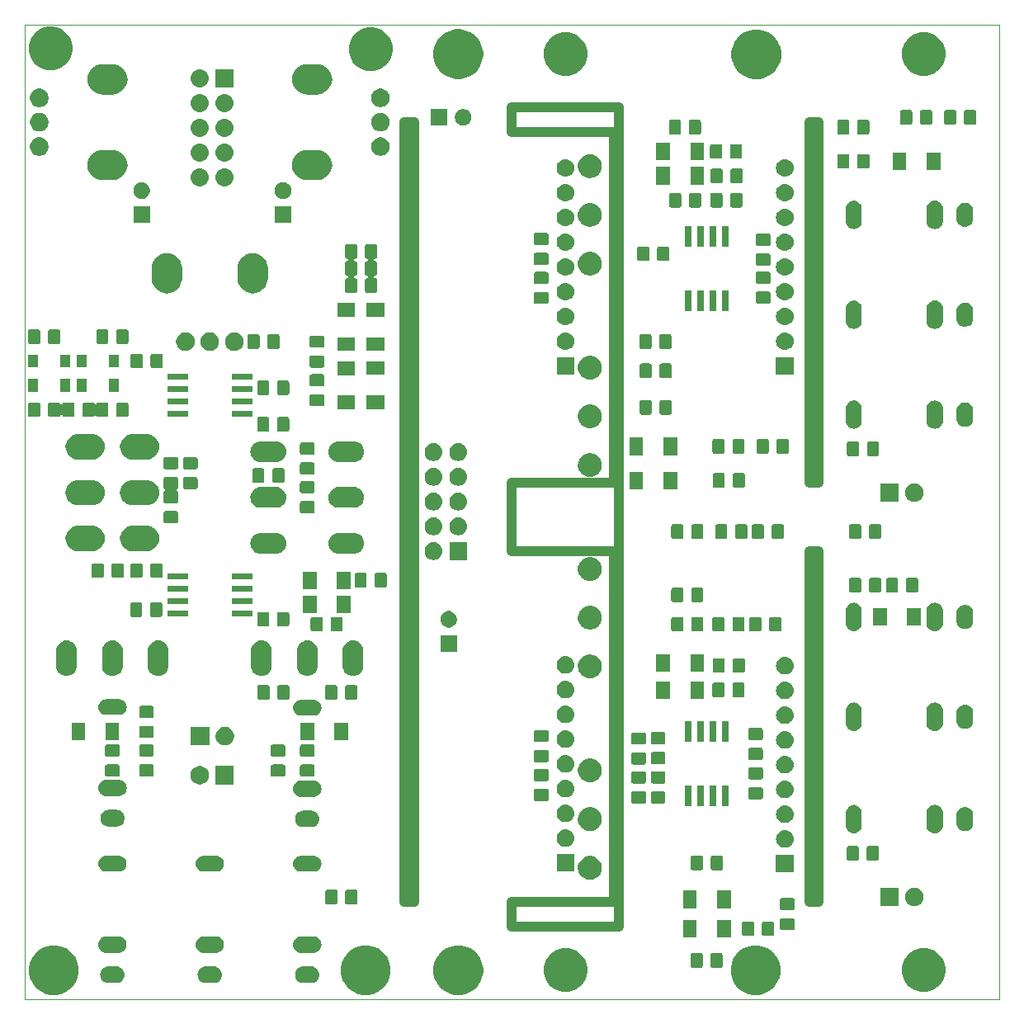
<source format=gbr>
%TF.GenerationSoftware,KiCad,Pcbnew,(5.1.0)-1*%
%TF.CreationDate,2019-09-16T00:10:32+02:00*%
%TF.ProjectId,KicadJE_EffectsUnit2,4b696361-644a-4455-9f45-666665637473,rev?*%
%TF.SameCoordinates,Original*%
%TF.FileFunction,Soldermask,Bot*%
%TF.FilePolarity,Negative*%
%FSLAX46Y46*%
G04 Gerber Fmt 4.6, Leading zero omitted, Abs format (unit mm)*
G04 Created by KiCad (PCBNEW (5.1.0)-1) date 2019-09-16 00:10:32*
%MOMM*%
%LPD*%
G04 APERTURE LIST*
%ADD10C,1.000000*%
%ADD11C,0.050000*%
%ADD12C,0.150000*%
G04 APERTURE END LIST*
D10*
X130500000Y-60000000D02*
X130500000Y-97000000D01*
X131500000Y-104000000D02*
X131500000Y-140000000D01*
X130500000Y-104000000D02*
X131500000Y-104000000D01*
X130500000Y-97000000D02*
X131500000Y-97000000D01*
X110500000Y-104000000D02*
X110500000Y-140000000D01*
X100000000Y-104000000D02*
X110500000Y-104000000D01*
X100000000Y-97000000D02*
X100000000Y-104000000D01*
X110500000Y-97000000D02*
X100000000Y-97000000D01*
X100000000Y-61000000D02*
X100000000Y-58500000D01*
X100000000Y-61000000D02*
X110500000Y-61000000D01*
X111000000Y-58500000D02*
X100000000Y-58500000D01*
X100000000Y-142500000D02*
X100000000Y-140000000D01*
X100000000Y-142500000D02*
X111000000Y-142500000D01*
X110500000Y-140000000D02*
X100000000Y-140000000D01*
X130500000Y-104000000D02*
X130500000Y-140000000D01*
X130500000Y-140000000D02*
X131500000Y-140000000D01*
X130500000Y-60000000D02*
X131500000Y-60000000D01*
X131500000Y-60000000D02*
X131500000Y-97000000D01*
X89000000Y-60000000D02*
X90000000Y-60000000D01*
X89000000Y-140000000D02*
X90000000Y-140000000D01*
X110500000Y-61000000D02*
X110500000Y-97000000D01*
X111000000Y-58500000D02*
X111000000Y-142500000D01*
X90000000Y-60000000D02*
X90000000Y-140000000D01*
X89000000Y-60000000D02*
X89000000Y-140000000D01*
D11*
X50000000Y-150000000D02*
X50000000Y-50000000D01*
X150000000Y-150000000D02*
X50000000Y-150000000D01*
X150000000Y-50000000D02*
X150000000Y-150000000D01*
X50000000Y-50000000D02*
X150000000Y-50000000D01*
D12*
G36*
X85744098Y-144547033D02*
G01*
X86208350Y-144739332D01*
X86208352Y-144739333D01*
X86626168Y-145018509D01*
X86981491Y-145373832D01*
X87260667Y-145791648D01*
X87260668Y-145791650D01*
X87452967Y-146255902D01*
X87551000Y-146748747D01*
X87551000Y-147251253D01*
X87452967Y-147744098D01*
X87266499Y-148194273D01*
X87260667Y-148208352D01*
X86981491Y-148626168D01*
X86626168Y-148981491D01*
X86208352Y-149260667D01*
X86208351Y-149260668D01*
X86208350Y-149260668D01*
X85744098Y-149452967D01*
X85251253Y-149551000D01*
X84748747Y-149551000D01*
X84255902Y-149452967D01*
X83791650Y-149260668D01*
X83791649Y-149260668D01*
X83791648Y-149260667D01*
X83373832Y-148981491D01*
X83018509Y-148626168D01*
X82739333Y-148208352D01*
X82733501Y-148194273D01*
X82547033Y-147744098D01*
X82449000Y-147251253D01*
X82449000Y-146748747D01*
X82547033Y-146255902D01*
X82739332Y-145791650D01*
X82739333Y-145791648D01*
X83018509Y-145373832D01*
X83373832Y-145018509D01*
X83791648Y-144739333D01*
X83791650Y-144739332D01*
X84255902Y-144547033D01*
X84748747Y-144449000D01*
X85251253Y-144449000D01*
X85744098Y-144547033D01*
X85744098Y-144547033D01*
G37*
G36*
X95244098Y-144547033D02*
G01*
X95708350Y-144739332D01*
X95708352Y-144739333D01*
X96126168Y-145018509D01*
X96481491Y-145373832D01*
X96760667Y-145791648D01*
X96760668Y-145791650D01*
X96952967Y-146255902D01*
X97051000Y-146748747D01*
X97051000Y-147251253D01*
X96952967Y-147744098D01*
X96766499Y-148194273D01*
X96760667Y-148208352D01*
X96481491Y-148626168D01*
X96126168Y-148981491D01*
X95708352Y-149260667D01*
X95708351Y-149260668D01*
X95708350Y-149260668D01*
X95244098Y-149452967D01*
X94751253Y-149551000D01*
X94248747Y-149551000D01*
X93755902Y-149452967D01*
X93291650Y-149260668D01*
X93291649Y-149260668D01*
X93291648Y-149260667D01*
X92873832Y-148981491D01*
X92518509Y-148626168D01*
X92239333Y-148208352D01*
X92233501Y-148194273D01*
X92047033Y-147744098D01*
X91949000Y-147251253D01*
X91949000Y-146748747D01*
X92047033Y-146255902D01*
X92239332Y-145791650D01*
X92239333Y-145791648D01*
X92518509Y-145373832D01*
X92873832Y-145018509D01*
X93291648Y-144739333D01*
X93291650Y-144739332D01*
X93755902Y-144547033D01*
X94248747Y-144449000D01*
X94751253Y-144449000D01*
X95244098Y-144547033D01*
X95244098Y-144547033D01*
G37*
G36*
X125744098Y-144547033D02*
G01*
X126208350Y-144739332D01*
X126208352Y-144739333D01*
X126626168Y-145018509D01*
X126981491Y-145373832D01*
X127260667Y-145791648D01*
X127260668Y-145791650D01*
X127452967Y-146255902D01*
X127551000Y-146748747D01*
X127551000Y-147251253D01*
X127452967Y-147744098D01*
X127266499Y-148194273D01*
X127260667Y-148208352D01*
X126981491Y-148626168D01*
X126626168Y-148981491D01*
X126208352Y-149260667D01*
X126208351Y-149260668D01*
X126208350Y-149260668D01*
X125744098Y-149452967D01*
X125251253Y-149551000D01*
X124748747Y-149551000D01*
X124255902Y-149452967D01*
X123791650Y-149260668D01*
X123791649Y-149260668D01*
X123791648Y-149260667D01*
X123373832Y-148981491D01*
X123018509Y-148626168D01*
X122739333Y-148208352D01*
X122733501Y-148194273D01*
X122547033Y-147744098D01*
X122449000Y-147251253D01*
X122449000Y-146748747D01*
X122547033Y-146255902D01*
X122739332Y-145791650D01*
X122739333Y-145791648D01*
X123018509Y-145373832D01*
X123373832Y-145018509D01*
X123791648Y-144739333D01*
X123791650Y-144739332D01*
X124255902Y-144547033D01*
X124748747Y-144449000D01*
X125251253Y-144449000D01*
X125744098Y-144547033D01*
X125744098Y-144547033D01*
G37*
G36*
X53744098Y-144547033D02*
G01*
X54208350Y-144739332D01*
X54208352Y-144739333D01*
X54626168Y-145018509D01*
X54981491Y-145373832D01*
X55260667Y-145791648D01*
X55260668Y-145791650D01*
X55452967Y-146255902D01*
X55551000Y-146748747D01*
X55551000Y-147251253D01*
X55452967Y-147744098D01*
X55266499Y-148194273D01*
X55260667Y-148208352D01*
X54981491Y-148626168D01*
X54626168Y-148981491D01*
X54208352Y-149260667D01*
X54208351Y-149260668D01*
X54208350Y-149260668D01*
X53744098Y-149452967D01*
X53251253Y-149551000D01*
X52748747Y-149551000D01*
X52255902Y-149452967D01*
X51791650Y-149260668D01*
X51791649Y-149260668D01*
X51791648Y-149260667D01*
X51373832Y-148981491D01*
X51018509Y-148626168D01*
X50739333Y-148208352D01*
X50733501Y-148194273D01*
X50547033Y-147744098D01*
X50449000Y-147251253D01*
X50449000Y-146748747D01*
X50547033Y-146255902D01*
X50739332Y-145791650D01*
X50739333Y-145791648D01*
X51018509Y-145373832D01*
X51373832Y-145018509D01*
X51791648Y-144739333D01*
X51791650Y-144739332D01*
X52255902Y-144547033D01*
X52748747Y-144449000D01*
X53251253Y-144449000D01*
X53744098Y-144547033D01*
X53744098Y-144547033D01*
G37*
G36*
X105775880Y-144759776D02*
G01*
X106156593Y-144835504D01*
X106566249Y-145005189D01*
X106934929Y-145251534D01*
X107248466Y-145565071D01*
X107494811Y-145933751D01*
X107664496Y-146343407D01*
X107751000Y-146778296D01*
X107751000Y-147221704D01*
X107664496Y-147656593D01*
X107494811Y-148066249D01*
X107248466Y-148434929D01*
X106934929Y-148748466D01*
X106566249Y-148994811D01*
X106156593Y-149164496D01*
X105775880Y-149240224D01*
X105721705Y-149251000D01*
X105278295Y-149251000D01*
X105224120Y-149240224D01*
X104843407Y-149164496D01*
X104433751Y-148994811D01*
X104065071Y-148748466D01*
X103751534Y-148434929D01*
X103505189Y-148066249D01*
X103335504Y-147656593D01*
X103249000Y-147221704D01*
X103249000Y-146778296D01*
X103335504Y-146343407D01*
X103505189Y-145933751D01*
X103751534Y-145565071D01*
X104065071Y-145251534D01*
X104433751Y-145005189D01*
X104843407Y-144835504D01*
X105224120Y-144759776D01*
X105278295Y-144749000D01*
X105721705Y-144749000D01*
X105775880Y-144759776D01*
X105775880Y-144759776D01*
G37*
G36*
X142525880Y-144759776D02*
G01*
X142906593Y-144835504D01*
X143316249Y-145005189D01*
X143684929Y-145251534D01*
X143998466Y-145565071D01*
X144244811Y-145933751D01*
X144414496Y-146343407D01*
X144501000Y-146778296D01*
X144501000Y-147221704D01*
X144414496Y-147656593D01*
X144244811Y-148066249D01*
X143998466Y-148434929D01*
X143684929Y-148748466D01*
X143316249Y-148994811D01*
X142906593Y-149164496D01*
X142525880Y-149240224D01*
X142471705Y-149251000D01*
X142028295Y-149251000D01*
X141974120Y-149240224D01*
X141593407Y-149164496D01*
X141183751Y-148994811D01*
X140815071Y-148748466D01*
X140501534Y-148434929D01*
X140255189Y-148066249D01*
X140085504Y-147656593D01*
X139999000Y-147221704D01*
X139999000Y-146778296D01*
X140085504Y-146343407D01*
X140255189Y-145933751D01*
X140501534Y-145565071D01*
X140815071Y-145251534D01*
X141183751Y-145005189D01*
X141593407Y-144835504D01*
X141974120Y-144759776D01*
X142028295Y-144749000D01*
X142471705Y-144749000D01*
X142525880Y-144759776D01*
X142525880Y-144759776D01*
G37*
G36*
X69566823Y-146641313D02*
G01*
X69727242Y-146689976D01*
X69841410Y-146751000D01*
X69875078Y-146768996D01*
X70004659Y-146875341D01*
X70111004Y-147004922D01*
X70111005Y-147004924D01*
X70190024Y-147152758D01*
X70238687Y-147313177D01*
X70255117Y-147480000D01*
X70238687Y-147646823D01*
X70190024Y-147807242D01*
X70126464Y-147926154D01*
X70111004Y-147955078D01*
X70004659Y-148084659D01*
X69875078Y-148191004D01*
X69875076Y-148191005D01*
X69727242Y-148270024D01*
X69566823Y-148318687D01*
X69441804Y-148331000D01*
X68558196Y-148331000D01*
X68433177Y-148318687D01*
X68272758Y-148270024D01*
X68124924Y-148191005D01*
X68124922Y-148191004D01*
X67995341Y-148084659D01*
X67888996Y-147955078D01*
X67873536Y-147926154D01*
X67809976Y-147807242D01*
X67761313Y-147646823D01*
X67744883Y-147480000D01*
X67761313Y-147313177D01*
X67809976Y-147152758D01*
X67888995Y-147004924D01*
X67888996Y-147004922D01*
X67995341Y-146875341D01*
X68124922Y-146768996D01*
X68158590Y-146751000D01*
X68272758Y-146689976D01*
X68433177Y-146641313D01*
X68558196Y-146629000D01*
X69441804Y-146629000D01*
X69566823Y-146641313D01*
X69566823Y-146641313D01*
G37*
G36*
X59566823Y-146641313D02*
G01*
X59727242Y-146689976D01*
X59841410Y-146751000D01*
X59875078Y-146768996D01*
X60004659Y-146875341D01*
X60111004Y-147004922D01*
X60111005Y-147004924D01*
X60190024Y-147152758D01*
X60238687Y-147313177D01*
X60255117Y-147480000D01*
X60238687Y-147646823D01*
X60190024Y-147807242D01*
X60126464Y-147926154D01*
X60111004Y-147955078D01*
X60004659Y-148084659D01*
X59875078Y-148191004D01*
X59875076Y-148191005D01*
X59727242Y-148270024D01*
X59566823Y-148318687D01*
X59441804Y-148331000D01*
X58558196Y-148331000D01*
X58433177Y-148318687D01*
X58272758Y-148270024D01*
X58124924Y-148191005D01*
X58124922Y-148191004D01*
X57995341Y-148084659D01*
X57888996Y-147955078D01*
X57873536Y-147926154D01*
X57809976Y-147807242D01*
X57761313Y-147646823D01*
X57744883Y-147480000D01*
X57761313Y-147313177D01*
X57809976Y-147152758D01*
X57888995Y-147004924D01*
X57888996Y-147004922D01*
X57995341Y-146875341D01*
X58124922Y-146768996D01*
X58158590Y-146751000D01*
X58272758Y-146689976D01*
X58433177Y-146641313D01*
X58558196Y-146629000D01*
X59441804Y-146629000D01*
X59566823Y-146641313D01*
X59566823Y-146641313D01*
G37*
G36*
X79566823Y-146641313D02*
G01*
X79727242Y-146689976D01*
X79841410Y-146751000D01*
X79875078Y-146768996D01*
X80004659Y-146875341D01*
X80111004Y-147004922D01*
X80111005Y-147004924D01*
X80190024Y-147152758D01*
X80238687Y-147313177D01*
X80255117Y-147480000D01*
X80238687Y-147646823D01*
X80190024Y-147807242D01*
X80126464Y-147926154D01*
X80111004Y-147955078D01*
X80004659Y-148084659D01*
X79875078Y-148191004D01*
X79875076Y-148191005D01*
X79727242Y-148270024D01*
X79566823Y-148318687D01*
X79441804Y-148331000D01*
X78558196Y-148331000D01*
X78433177Y-148318687D01*
X78272758Y-148270024D01*
X78124924Y-148191005D01*
X78124922Y-148191004D01*
X77995341Y-148084659D01*
X77888996Y-147955078D01*
X77873536Y-147926154D01*
X77809976Y-147807242D01*
X77761313Y-147646823D01*
X77744883Y-147480000D01*
X77761313Y-147313177D01*
X77809976Y-147152758D01*
X77888995Y-147004924D01*
X77888996Y-147004922D01*
X77995341Y-146875341D01*
X78124922Y-146768996D01*
X78158590Y-146751000D01*
X78272758Y-146689976D01*
X78433177Y-146641313D01*
X78558196Y-146629000D01*
X79441804Y-146629000D01*
X79566823Y-146641313D01*
X79566823Y-146641313D01*
G37*
G36*
X121463674Y-145253465D02*
G01*
X121501367Y-145264899D01*
X121536103Y-145283466D01*
X121566548Y-145308452D01*
X121591534Y-145338897D01*
X121610101Y-145373633D01*
X121621535Y-145411326D01*
X121626000Y-145456661D01*
X121626000Y-146543339D01*
X121621535Y-146588674D01*
X121610101Y-146626367D01*
X121591534Y-146661103D01*
X121566548Y-146691548D01*
X121536103Y-146716534D01*
X121501367Y-146735101D01*
X121463674Y-146746535D01*
X121418339Y-146751000D01*
X120581661Y-146751000D01*
X120536326Y-146746535D01*
X120498633Y-146735101D01*
X120463897Y-146716534D01*
X120433452Y-146691548D01*
X120408466Y-146661103D01*
X120389899Y-146626367D01*
X120378465Y-146588674D01*
X120374000Y-146543339D01*
X120374000Y-145456661D01*
X120378465Y-145411326D01*
X120389899Y-145373633D01*
X120408466Y-145338897D01*
X120433452Y-145308452D01*
X120463897Y-145283466D01*
X120498633Y-145264899D01*
X120536326Y-145253465D01*
X120581661Y-145249000D01*
X121418339Y-145249000D01*
X121463674Y-145253465D01*
X121463674Y-145253465D01*
G37*
G36*
X119413674Y-145253465D02*
G01*
X119451367Y-145264899D01*
X119486103Y-145283466D01*
X119516548Y-145308452D01*
X119541534Y-145338897D01*
X119560101Y-145373633D01*
X119571535Y-145411326D01*
X119576000Y-145456661D01*
X119576000Y-146543339D01*
X119571535Y-146588674D01*
X119560101Y-146626367D01*
X119541534Y-146661103D01*
X119516548Y-146691548D01*
X119486103Y-146716534D01*
X119451367Y-146735101D01*
X119413674Y-146746535D01*
X119368339Y-146751000D01*
X118531661Y-146751000D01*
X118486326Y-146746535D01*
X118448633Y-146735101D01*
X118413897Y-146716534D01*
X118383452Y-146691548D01*
X118358466Y-146661103D01*
X118339899Y-146626367D01*
X118328465Y-146588674D01*
X118324000Y-146543339D01*
X118324000Y-145456661D01*
X118328465Y-145411326D01*
X118339899Y-145373633D01*
X118358466Y-145338897D01*
X118383452Y-145308452D01*
X118413897Y-145283466D01*
X118448633Y-145264899D01*
X118486326Y-145253465D01*
X118531661Y-145249000D01*
X119368339Y-145249000D01*
X119413674Y-145253465D01*
X119413674Y-145253465D01*
G37*
G36*
X59766823Y-143541313D02*
G01*
X59927242Y-143589976D01*
X60041410Y-143651000D01*
X60075078Y-143668996D01*
X60204659Y-143775341D01*
X60311004Y-143904922D01*
X60311005Y-143904924D01*
X60390024Y-144052758D01*
X60438687Y-144213177D01*
X60455117Y-144380000D01*
X60438687Y-144546823D01*
X60390024Y-144707242D01*
X60353974Y-144774686D01*
X60311004Y-144855078D01*
X60204659Y-144984659D01*
X60075078Y-145091004D01*
X60075076Y-145091005D01*
X59927242Y-145170024D01*
X59766823Y-145218687D01*
X59641804Y-145231000D01*
X58358196Y-145231000D01*
X58233177Y-145218687D01*
X58072758Y-145170024D01*
X57924924Y-145091005D01*
X57924922Y-145091004D01*
X57795341Y-144984659D01*
X57688996Y-144855078D01*
X57646026Y-144774686D01*
X57609976Y-144707242D01*
X57561313Y-144546823D01*
X57544883Y-144380000D01*
X57561313Y-144213177D01*
X57609976Y-144052758D01*
X57688995Y-143904924D01*
X57688996Y-143904922D01*
X57795341Y-143775341D01*
X57924922Y-143668996D01*
X57958590Y-143651000D01*
X58072758Y-143589976D01*
X58233177Y-143541313D01*
X58358196Y-143529000D01*
X59641804Y-143529000D01*
X59766823Y-143541313D01*
X59766823Y-143541313D01*
G37*
G36*
X79766823Y-143541313D02*
G01*
X79927242Y-143589976D01*
X80041410Y-143651000D01*
X80075078Y-143668996D01*
X80204659Y-143775341D01*
X80311004Y-143904922D01*
X80311005Y-143904924D01*
X80390024Y-144052758D01*
X80438687Y-144213177D01*
X80455117Y-144380000D01*
X80438687Y-144546823D01*
X80390024Y-144707242D01*
X80353974Y-144774686D01*
X80311004Y-144855078D01*
X80204659Y-144984659D01*
X80075078Y-145091004D01*
X80075076Y-145091005D01*
X79927242Y-145170024D01*
X79766823Y-145218687D01*
X79641804Y-145231000D01*
X78358196Y-145231000D01*
X78233177Y-145218687D01*
X78072758Y-145170024D01*
X77924924Y-145091005D01*
X77924922Y-145091004D01*
X77795341Y-144984659D01*
X77688996Y-144855078D01*
X77646026Y-144774686D01*
X77609976Y-144707242D01*
X77561313Y-144546823D01*
X77544883Y-144380000D01*
X77561313Y-144213177D01*
X77609976Y-144052758D01*
X77688995Y-143904924D01*
X77688996Y-143904922D01*
X77795341Y-143775341D01*
X77924922Y-143668996D01*
X77958590Y-143651000D01*
X78072758Y-143589976D01*
X78233177Y-143541313D01*
X78358196Y-143529000D01*
X79641804Y-143529000D01*
X79766823Y-143541313D01*
X79766823Y-143541313D01*
G37*
G36*
X69766823Y-143541313D02*
G01*
X69927242Y-143589976D01*
X70041410Y-143651000D01*
X70075078Y-143668996D01*
X70204659Y-143775341D01*
X70311004Y-143904922D01*
X70311005Y-143904924D01*
X70390024Y-144052758D01*
X70438687Y-144213177D01*
X70455117Y-144380000D01*
X70438687Y-144546823D01*
X70390024Y-144707242D01*
X70353974Y-144774686D01*
X70311004Y-144855078D01*
X70204659Y-144984659D01*
X70075078Y-145091004D01*
X70075076Y-145091005D01*
X69927242Y-145170024D01*
X69766823Y-145218687D01*
X69641804Y-145231000D01*
X68358196Y-145231000D01*
X68233177Y-145218687D01*
X68072758Y-145170024D01*
X67924924Y-145091005D01*
X67924922Y-145091004D01*
X67795341Y-144984659D01*
X67688996Y-144855078D01*
X67646026Y-144774686D01*
X67609976Y-144707242D01*
X67561313Y-144546823D01*
X67544883Y-144380000D01*
X67561313Y-144213177D01*
X67609976Y-144052758D01*
X67688995Y-143904924D01*
X67688996Y-143904922D01*
X67795341Y-143775341D01*
X67924922Y-143668996D01*
X67958590Y-143651000D01*
X68072758Y-143589976D01*
X68233177Y-143541313D01*
X68358196Y-143529000D01*
X69641804Y-143529000D01*
X69766823Y-143541313D01*
X69766823Y-143541313D01*
G37*
G36*
X118951000Y-143651000D02*
G01*
X117549000Y-143651000D01*
X117549000Y-141849000D01*
X118951000Y-141849000D01*
X118951000Y-143651000D01*
X118951000Y-143651000D01*
G37*
G36*
X122451000Y-143651000D02*
G01*
X121049000Y-143651000D01*
X121049000Y-141849000D01*
X122451000Y-141849000D01*
X122451000Y-143651000D01*
X122451000Y-143651000D01*
G37*
G36*
X124688674Y-142003465D02*
G01*
X124726367Y-142014899D01*
X124761103Y-142033466D01*
X124791548Y-142058452D01*
X124816534Y-142088897D01*
X124835101Y-142123633D01*
X124846535Y-142161326D01*
X124851000Y-142206661D01*
X124851000Y-143293339D01*
X124846535Y-143338674D01*
X124835101Y-143376367D01*
X124816534Y-143411103D01*
X124791548Y-143441548D01*
X124761103Y-143466534D01*
X124726367Y-143485101D01*
X124688674Y-143496535D01*
X124643339Y-143501000D01*
X123806661Y-143501000D01*
X123761326Y-143496535D01*
X123723633Y-143485101D01*
X123688897Y-143466534D01*
X123658452Y-143441548D01*
X123633466Y-143411103D01*
X123614899Y-143376367D01*
X123603465Y-143338674D01*
X123599000Y-143293339D01*
X123599000Y-142206661D01*
X123603465Y-142161326D01*
X123614899Y-142123633D01*
X123633466Y-142088897D01*
X123658452Y-142058452D01*
X123688897Y-142033466D01*
X123723633Y-142014899D01*
X123761326Y-142003465D01*
X123806661Y-141999000D01*
X124643339Y-141999000D01*
X124688674Y-142003465D01*
X124688674Y-142003465D01*
G37*
G36*
X126738674Y-142003465D02*
G01*
X126776367Y-142014899D01*
X126811103Y-142033466D01*
X126841548Y-142058452D01*
X126866534Y-142088897D01*
X126885101Y-142123633D01*
X126896535Y-142161326D01*
X126901000Y-142206661D01*
X126901000Y-143293339D01*
X126896535Y-143338674D01*
X126885101Y-143376367D01*
X126866534Y-143411103D01*
X126841548Y-143441548D01*
X126811103Y-143466534D01*
X126776367Y-143485101D01*
X126738674Y-143496535D01*
X126693339Y-143501000D01*
X125856661Y-143501000D01*
X125811326Y-143496535D01*
X125773633Y-143485101D01*
X125738897Y-143466534D01*
X125708452Y-143441548D01*
X125683466Y-143411103D01*
X125664899Y-143376367D01*
X125653465Y-143338674D01*
X125649000Y-143293339D01*
X125649000Y-142206661D01*
X125653465Y-142161326D01*
X125664899Y-142123633D01*
X125683466Y-142088897D01*
X125708452Y-142058452D01*
X125738897Y-142033466D01*
X125773633Y-142014899D01*
X125811326Y-142003465D01*
X125856661Y-141999000D01*
X126693339Y-141999000D01*
X126738674Y-142003465D01*
X126738674Y-142003465D01*
G37*
G36*
X128838674Y-141653465D02*
G01*
X128876367Y-141664899D01*
X128911103Y-141683466D01*
X128941548Y-141708452D01*
X128966534Y-141738897D01*
X128985101Y-141773633D01*
X128996535Y-141811326D01*
X129001000Y-141856661D01*
X129001000Y-142693339D01*
X128996535Y-142738674D01*
X128985101Y-142776367D01*
X128966534Y-142811103D01*
X128941548Y-142841548D01*
X128911103Y-142866534D01*
X128876367Y-142885101D01*
X128838674Y-142896535D01*
X128793339Y-142901000D01*
X127706661Y-142901000D01*
X127661326Y-142896535D01*
X127623633Y-142885101D01*
X127588897Y-142866534D01*
X127558452Y-142841548D01*
X127533466Y-142811103D01*
X127514899Y-142776367D01*
X127503465Y-142738674D01*
X127499000Y-142693339D01*
X127499000Y-141856661D01*
X127503465Y-141811326D01*
X127514899Y-141773633D01*
X127533466Y-141738897D01*
X127558452Y-141708452D01*
X127588897Y-141683466D01*
X127623633Y-141664899D01*
X127661326Y-141653465D01*
X127706661Y-141649000D01*
X128793339Y-141649000D01*
X128838674Y-141653465D01*
X128838674Y-141653465D01*
G37*
G36*
X128838674Y-139603465D02*
G01*
X128876367Y-139614899D01*
X128911103Y-139633466D01*
X128941548Y-139658452D01*
X128966534Y-139688897D01*
X128985101Y-139723633D01*
X128996535Y-139761326D01*
X129001000Y-139806661D01*
X129001000Y-140643339D01*
X128996535Y-140688674D01*
X128985101Y-140726367D01*
X128966534Y-140761103D01*
X128941548Y-140791548D01*
X128911103Y-140816534D01*
X128876367Y-140835101D01*
X128838674Y-140846535D01*
X128793339Y-140851000D01*
X127706661Y-140851000D01*
X127661326Y-140846535D01*
X127623633Y-140835101D01*
X127588897Y-140816534D01*
X127558452Y-140791548D01*
X127533466Y-140761103D01*
X127514899Y-140726367D01*
X127503465Y-140688674D01*
X127499000Y-140643339D01*
X127499000Y-139806661D01*
X127503465Y-139761326D01*
X127514899Y-139723633D01*
X127533466Y-139688897D01*
X127558452Y-139658452D01*
X127588897Y-139633466D01*
X127623633Y-139614899D01*
X127661326Y-139603465D01*
X127706661Y-139599000D01*
X128793339Y-139599000D01*
X128838674Y-139603465D01*
X128838674Y-139603465D01*
G37*
G36*
X118951000Y-140651000D02*
G01*
X117549000Y-140651000D01*
X117549000Y-138849000D01*
X118951000Y-138849000D01*
X118951000Y-140651000D01*
X118951000Y-140651000D01*
G37*
G36*
X122451000Y-140651000D02*
G01*
X121049000Y-140651000D01*
X121049000Y-138849000D01*
X122451000Y-138849000D01*
X122451000Y-140651000D01*
X122451000Y-140651000D01*
G37*
G36*
X141567395Y-138585546D02*
G01*
X141740466Y-138657234D01*
X141740467Y-138657235D01*
X141896227Y-138761310D01*
X142028690Y-138893773D01*
X142028691Y-138893775D01*
X142132766Y-139049534D01*
X142204454Y-139222605D01*
X142241000Y-139406333D01*
X142241000Y-139593667D01*
X142204454Y-139777395D01*
X142132766Y-139950466D01*
X142132765Y-139950467D01*
X142028690Y-140106227D01*
X141896227Y-140238690D01*
X141817818Y-140291081D01*
X141740466Y-140342766D01*
X141567395Y-140414454D01*
X141383667Y-140451000D01*
X141196333Y-140451000D01*
X141012605Y-140414454D01*
X140839534Y-140342766D01*
X140762182Y-140291081D01*
X140683773Y-140238690D01*
X140551310Y-140106227D01*
X140447235Y-139950467D01*
X140447234Y-139950466D01*
X140375546Y-139777395D01*
X140339000Y-139593667D01*
X140339000Y-139406333D01*
X140375546Y-139222605D01*
X140447234Y-139049534D01*
X140551309Y-138893775D01*
X140551310Y-138893773D01*
X140683773Y-138761310D01*
X140839533Y-138657235D01*
X140839534Y-138657234D01*
X141012605Y-138585546D01*
X141196333Y-138549000D01*
X141383667Y-138549000D01*
X141567395Y-138585546D01*
X141567395Y-138585546D01*
G37*
G36*
X139701000Y-140451000D02*
G01*
X137799000Y-140451000D01*
X137799000Y-138549000D01*
X139701000Y-138549000D01*
X139701000Y-140451000D01*
X139701000Y-140451000D01*
G37*
G36*
X81938674Y-138753465D02*
G01*
X81976367Y-138764899D01*
X82011103Y-138783466D01*
X82041548Y-138808452D01*
X82066534Y-138838897D01*
X82085101Y-138873633D01*
X82096535Y-138911326D01*
X82101000Y-138956661D01*
X82101000Y-140043339D01*
X82096535Y-140088674D01*
X82085101Y-140126367D01*
X82066534Y-140161103D01*
X82041548Y-140191548D01*
X82011103Y-140216534D01*
X81976367Y-140235101D01*
X81938674Y-140246535D01*
X81893339Y-140251000D01*
X81056661Y-140251000D01*
X81011326Y-140246535D01*
X80973633Y-140235101D01*
X80938897Y-140216534D01*
X80908452Y-140191548D01*
X80883466Y-140161103D01*
X80864899Y-140126367D01*
X80853465Y-140088674D01*
X80849000Y-140043339D01*
X80849000Y-138956661D01*
X80853465Y-138911326D01*
X80864899Y-138873633D01*
X80883466Y-138838897D01*
X80908452Y-138808452D01*
X80938897Y-138783466D01*
X80973633Y-138764899D01*
X81011326Y-138753465D01*
X81056661Y-138749000D01*
X81893339Y-138749000D01*
X81938674Y-138753465D01*
X81938674Y-138753465D01*
G37*
G36*
X83988674Y-138753465D02*
G01*
X84026367Y-138764899D01*
X84061103Y-138783466D01*
X84091548Y-138808452D01*
X84116534Y-138838897D01*
X84135101Y-138873633D01*
X84146535Y-138911326D01*
X84151000Y-138956661D01*
X84151000Y-140043339D01*
X84146535Y-140088674D01*
X84135101Y-140126367D01*
X84116534Y-140161103D01*
X84091548Y-140191548D01*
X84061103Y-140216534D01*
X84026367Y-140235101D01*
X83988674Y-140246535D01*
X83943339Y-140251000D01*
X83106661Y-140251000D01*
X83061326Y-140246535D01*
X83023633Y-140235101D01*
X82988897Y-140216534D01*
X82958452Y-140191548D01*
X82933466Y-140161103D01*
X82914899Y-140126367D01*
X82903465Y-140088674D01*
X82899000Y-140043339D01*
X82899000Y-138956661D01*
X82903465Y-138911326D01*
X82914899Y-138873633D01*
X82933466Y-138838897D01*
X82958452Y-138808452D01*
X82988897Y-138783466D01*
X83023633Y-138764899D01*
X83061326Y-138753465D01*
X83106661Y-138749000D01*
X83943339Y-138749000D01*
X83988674Y-138753465D01*
X83988674Y-138753465D01*
G37*
G36*
X108200038Y-135294869D02*
G01*
X108356153Y-135325922D01*
X108448194Y-135364047D01*
X108578359Y-135417963D01*
X108778342Y-135551587D01*
X108948413Y-135721658D01*
X109082037Y-135921641D01*
X109174078Y-136143848D01*
X109221000Y-136379741D01*
X109221000Y-136620259D01*
X109210851Y-136671282D01*
X109174078Y-136856153D01*
X109135953Y-136948194D01*
X109082037Y-137078359D01*
X108948413Y-137278342D01*
X108778342Y-137448413D01*
X108578359Y-137582037D01*
X108448194Y-137635953D01*
X108356153Y-137674078D01*
X108238205Y-137697539D01*
X108120259Y-137721000D01*
X107879741Y-137721000D01*
X107761795Y-137697539D01*
X107643847Y-137674078D01*
X107551806Y-137635953D01*
X107421641Y-137582037D01*
X107221658Y-137448413D01*
X107051587Y-137278342D01*
X106917963Y-137078359D01*
X106864047Y-136948194D01*
X106825922Y-136856153D01*
X106789149Y-136671282D01*
X106779000Y-136620259D01*
X106779000Y-136379741D01*
X106825922Y-136143848D01*
X106917963Y-135921641D01*
X107051587Y-135721658D01*
X107221658Y-135551587D01*
X107421641Y-135417963D01*
X107551806Y-135364047D01*
X107643847Y-135325922D01*
X107799962Y-135294869D01*
X107879741Y-135279000D01*
X108120259Y-135279000D01*
X108200038Y-135294869D01*
X108200038Y-135294869D01*
G37*
G36*
X128901000Y-136981000D02*
G01*
X127099000Y-136981000D01*
X127099000Y-135179000D01*
X128901000Y-135179000D01*
X128901000Y-136981000D01*
X128901000Y-136981000D01*
G37*
G36*
X106401000Y-136901000D02*
G01*
X104599000Y-136901000D01*
X104599000Y-135099000D01*
X106401000Y-135099000D01*
X106401000Y-136901000D01*
X106401000Y-136901000D01*
G37*
G36*
X69728571Y-135282863D02*
G01*
X69807023Y-135290590D01*
X69907682Y-135321125D01*
X69958013Y-135336392D01*
X70097165Y-135410771D01*
X70219133Y-135510867D01*
X70319229Y-135632835D01*
X70393608Y-135771987D01*
X70393608Y-135771988D01*
X70439410Y-135922977D01*
X70454875Y-136080000D01*
X70439410Y-136237023D01*
X70408875Y-136337682D01*
X70393608Y-136388013D01*
X70319229Y-136527165D01*
X70219133Y-136649133D01*
X70097165Y-136749229D01*
X69958013Y-136823608D01*
X69907682Y-136838875D01*
X69807023Y-136869410D01*
X69728571Y-136877137D01*
X69689346Y-136881000D01*
X68310654Y-136881000D01*
X68271429Y-136877137D01*
X68192977Y-136869410D01*
X68092318Y-136838875D01*
X68041987Y-136823608D01*
X67902835Y-136749229D01*
X67780867Y-136649133D01*
X67680771Y-136527165D01*
X67606392Y-136388013D01*
X67591125Y-136337682D01*
X67560590Y-136237023D01*
X67545125Y-136080000D01*
X67560590Y-135922977D01*
X67606392Y-135771988D01*
X67606392Y-135771987D01*
X67680771Y-135632835D01*
X67780867Y-135510867D01*
X67902835Y-135410771D01*
X68041987Y-135336392D01*
X68092318Y-135321125D01*
X68192977Y-135290590D01*
X68271429Y-135282863D01*
X68310654Y-135279000D01*
X69689346Y-135279000D01*
X69728571Y-135282863D01*
X69728571Y-135282863D01*
G37*
G36*
X59728571Y-135282863D02*
G01*
X59807023Y-135290590D01*
X59907682Y-135321125D01*
X59958013Y-135336392D01*
X60097165Y-135410771D01*
X60219133Y-135510867D01*
X60319229Y-135632835D01*
X60393608Y-135771987D01*
X60393608Y-135771988D01*
X60439410Y-135922977D01*
X60454875Y-136080000D01*
X60439410Y-136237023D01*
X60408875Y-136337682D01*
X60393608Y-136388013D01*
X60319229Y-136527165D01*
X60219133Y-136649133D01*
X60097165Y-136749229D01*
X59958013Y-136823608D01*
X59907682Y-136838875D01*
X59807023Y-136869410D01*
X59728571Y-136877137D01*
X59689346Y-136881000D01*
X58310654Y-136881000D01*
X58271429Y-136877137D01*
X58192977Y-136869410D01*
X58092318Y-136838875D01*
X58041987Y-136823608D01*
X57902835Y-136749229D01*
X57780867Y-136649133D01*
X57680771Y-136527165D01*
X57606392Y-136388013D01*
X57591125Y-136337682D01*
X57560590Y-136237023D01*
X57545125Y-136080000D01*
X57560590Y-135922977D01*
X57606392Y-135771988D01*
X57606392Y-135771987D01*
X57680771Y-135632835D01*
X57780867Y-135510867D01*
X57902835Y-135410771D01*
X58041987Y-135336392D01*
X58092318Y-135321125D01*
X58192977Y-135290590D01*
X58271429Y-135282863D01*
X58310654Y-135279000D01*
X59689346Y-135279000D01*
X59728571Y-135282863D01*
X59728571Y-135282863D01*
G37*
G36*
X79728571Y-135282863D02*
G01*
X79807023Y-135290590D01*
X79907682Y-135321125D01*
X79958013Y-135336392D01*
X80097165Y-135410771D01*
X80219133Y-135510867D01*
X80319229Y-135632835D01*
X80393608Y-135771987D01*
X80393608Y-135771988D01*
X80439410Y-135922977D01*
X80454875Y-136080000D01*
X80439410Y-136237023D01*
X80408875Y-136337682D01*
X80393608Y-136388013D01*
X80319229Y-136527165D01*
X80219133Y-136649133D01*
X80097165Y-136749229D01*
X79958013Y-136823608D01*
X79907682Y-136838875D01*
X79807023Y-136869410D01*
X79728571Y-136877137D01*
X79689346Y-136881000D01*
X78310654Y-136881000D01*
X78271429Y-136877137D01*
X78192977Y-136869410D01*
X78092318Y-136838875D01*
X78041987Y-136823608D01*
X77902835Y-136749229D01*
X77780867Y-136649133D01*
X77680771Y-136527165D01*
X77606392Y-136388013D01*
X77591125Y-136337682D01*
X77560590Y-136237023D01*
X77545125Y-136080000D01*
X77560590Y-135922977D01*
X77606392Y-135771988D01*
X77606392Y-135771987D01*
X77680771Y-135632835D01*
X77780867Y-135510867D01*
X77902835Y-135410771D01*
X78041987Y-135336392D01*
X78092318Y-135321125D01*
X78192977Y-135290590D01*
X78271429Y-135282863D01*
X78310654Y-135279000D01*
X79689346Y-135279000D01*
X79728571Y-135282863D01*
X79728571Y-135282863D01*
G37*
G36*
X121488674Y-135253465D02*
G01*
X121526367Y-135264899D01*
X121561103Y-135283466D01*
X121591548Y-135308452D01*
X121616534Y-135338897D01*
X121635101Y-135373633D01*
X121646535Y-135411326D01*
X121651000Y-135456661D01*
X121651000Y-136543339D01*
X121646535Y-136588674D01*
X121635101Y-136626367D01*
X121616534Y-136661103D01*
X121591548Y-136691548D01*
X121561103Y-136716534D01*
X121526367Y-136735101D01*
X121488674Y-136746535D01*
X121443339Y-136751000D01*
X120606661Y-136751000D01*
X120561326Y-136746535D01*
X120523633Y-136735101D01*
X120488897Y-136716534D01*
X120458452Y-136691548D01*
X120433466Y-136661103D01*
X120414899Y-136626367D01*
X120403465Y-136588674D01*
X120399000Y-136543339D01*
X120399000Y-135456661D01*
X120403465Y-135411326D01*
X120414899Y-135373633D01*
X120433466Y-135338897D01*
X120458452Y-135308452D01*
X120488897Y-135283466D01*
X120523633Y-135264899D01*
X120561326Y-135253465D01*
X120606661Y-135249000D01*
X121443339Y-135249000D01*
X121488674Y-135253465D01*
X121488674Y-135253465D01*
G37*
G36*
X119438674Y-135253465D02*
G01*
X119476367Y-135264899D01*
X119511103Y-135283466D01*
X119541548Y-135308452D01*
X119566534Y-135338897D01*
X119585101Y-135373633D01*
X119596535Y-135411326D01*
X119601000Y-135456661D01*
X119601000Y-136543339D01*
X119596535Y-136588674D01*
X119585101Y-136626367D01*
X119566534Y-136661103D01*
X119541548Y-136691548D01*
X119511103Y-136716534D01*
X119476367Y-136735101D01*
X119438674Y-136746535D01*
X119393339Y-136751000D01*
X118556661Y-136751000D01*
X118511326Y-136746535D01*
X118473633Y-136735101D01*
X118438897Y-136716534D01*
X118408452Y-136691548D01*
X118383466Y-136661103D01*
X118364899Y-136626367D01*
X118353465Y-136588674D01*
X118349000Y-136543339D01*
X118349000Y-135456661D01*
X118353465Y-135411326D01*
X118364899Y-135373633D01*
X118383466Y-135338897D01*
X118408452Y-135308452D01*
X118438897Y-135283466D01*
X118473633Y-135264899D01*
X118511326Y-135253465D01*
X118556661Y-135249000D01*
X119393339Y-135249000D01*
X119438674Y-135253465D01*
X119438674Y-135253465D01*
G37*
G36*
X137488674Y-134253465D02*
G01*
X137526367Y-134264899D01*
X137561103Y-134283466D01*
X137591548Y-134308452D01*
X137616534Y-134338897D01*
X137635101Y-134373633D01*
X137646535Y-134411326D01*
X137651000Y-134456661D01*
X137651000Y-135543339D01*
X137646535Y-135588674D01*
X137635101Y-135626367D01*
X137616534Y-135661103D01*
X137591548Y-135691548D01*
X137561103Y-135716534D01*
X137526367Y-135735101D01*
X137488674Y-135746535D01*
X137443339Y-135751000D01*
X136606661Y-135751000D01*
X136561326Y-135746535D01*
X136523633Y-135735101D01*
X136488897Y-135716534D01*
X136458452Y-135691548D01*
X136433466Y-135661103D01*
X136414899Y-135626367D01*
X136403465Y-135588674D01*
X136399000Y-135543339D01*
X136399000Y-134456661D01*
X136403465Y-134411326D01*
X136414899Y-134373633D01*
X136433466Y-134338897D01*
X136458452Y-134308452D01*
X136488897Y-134283466D01*
X136523633Y-134264899D01*
X136561326Y-134253465D01*
X136606661Y-134249000D01*
X137443339Y-134249000D01*
X137488674Y-134253465D01*
X137488674Y-134253465D01*
G37*
G36*
X135438674Y-134253465D02*
G01*
X135476367Y-134264899D01*
X135511103Y-134283466D01*
X135541548Y-134308452D01*
X135566534Y-134338897D01*
X135585101Y-134373633D01*
X135596535Y-134411326D01*
X135601000Y-134456661D01*
X135601000Y-135543339D01*
X135596535Y-135588674D01*
X135585101Y-135626367D01*
X135566534Y-135661103D01*
X135541548Y-135691548D01*
X135511103Y-135716534D01*
X135476367Y-135735101D01*
X135438674Y-135746535D01*
X135393339Y-135751000D01*
X134556661Y-135751000D01*
X134511326Y-135746535D01*
X134473633Y-135735101D01*
X134438897Y-135716534D01*
X134408452Y-135691548D01*
X134383466Y-135661103D01*
X134364899Y-135626367D01*
X134353465Y-135588674D01*
X134349000Y-135543339D01*
X134349000Y-134456661D01*
X134353465Y-134411326D01*
X134364899Y-134373633D01*
X134383466Y-134338897D01*
X134408452Y-134308452D01*
X134438897Y-134283466D01*
X134473633Y-134264899D01*
X134511326Y-134253465D01*
X134556661Y-134249000D01*
X135393339Y-134249000D01*
X135438674Y-134253465D01*
X135438674Y-134253465D01*
G37*
G36*
X128110443Y-132645519D02*
G01*
X128176627Y-132652037D01*
X128346466Y-132703557D01*
X128346468Y-132703558D01*
X128379099Y-132721000D01*
X128502991Y-132787222D01*
X128531969Y-132811004D01*
X128640186Y-132899814D01*
X128723448Y-133001271D01*
X128752778Y-133037009D01*
X128836443Y-133193534D01*
X128887963Y-133363373D01*
X128905359Y-133540000D01*
X128887963Y-133716627D01*
X128836443Y-133886466D01*
X128752778Y-134042991D01*
X128723448Y-134078729D01*
X128640186Y-134180186D01*
X128550894Y-134253465D01*
X128502991Y-134292778D01*
X128346466Y-134376443D01*
X128176627Y-134427963D01*
X128110443Y-134434481D01*
X128044260Y-134441000D01*
X127955740Y-134441000D01*
X127889557Y-134434481D01*
X127823373Y-134427963D01*
X127653534Y-134376443D01*
X127497009Y-134292778D01*
X127449106Y-134253465D01*
X127359814Y-134180186D01*
X127276552Y-134078729D01*
X127247222Y-134042991D01*
X127163557Y-133886466D01*
X127112037Y-133716627D01*
X127094641Y-133540000D01*
X127112037Y-133363373D01*
X127163557Y-133193534D01*
X127247222Y-133037009D01*
X127276552Y-133001271D01*
X127359814Y-132899814D01*
X127468031Y-132811004D01*
X127497009Y-132787222D01*
X127620901Y-132721000D01*
X127653532Y-132703558D01*
X127653534Y-132703557D01*
X127823373Y-132652037D01*
X127889557Y-132645519D01*
X127955740Y-132639000D01*
X128044260Y-132639000D01*
X128110443Y-132645519D01*
X128110443Y-132645519D01*
G37*
G36*
X105610443Y-132565519D02*
G01*
X105676627Y-132572037D01*
X105846466Y-132623557D01*
X106002991Y-132707222D01*
X106017504Y-132719133D01*
X106140186Y-132819814D01*
X106200746Y-132893608D01*
X106252778Y-132957009D01*
X106336443Y-133113534D01*
X106387963Y-133283373D01*
X106405359Y-133460000D01*
X106387963Y-133636627D01*
X106336443Y-133806466D01*
X106252778Y-133962991D01*
X106223448Y-133998729D01*
X106140186Y-134100186D01*
X106042705Y-134180185D01*
X106002991Y-134212778D01*
X105846466Y-134296443D01*
X105676627Y-134347963D01*
X105610442Y-134354482D01*
X105544260Y-134361000D01*
X105455740Y-134361000D01*
X105389558Y-134354482D01*
X105323373Y-134347963D01*
X105153534Y-134296443D01*
X104997009Y-134212778D01*
X104957295Y-134180185D01*
X104859814Y-134100186D01*
X104776552Y-133998729D01*
X104747222Y-133962991D01*
X104663557Y-133806466D01*
X104612037Y-133636627D01*
X104594641Y-133460000D01*
X104612037Y-133283373D01*
X104663557Y-133113534D01*
X104747222Y-132957009D01*
X104799254Y-132893608D01*
X104859814Y-132819814D01*
X104982496Y-132719133D01*
X104997009Y-132707222D01*
X105153534Y-132623557D01*
X105323373Y-132572037D01*
X105389557Y-132565519D01*
X105455740Y-132559000D01*
X105544260Y-132559000D01*
X105610443Y-132565519D01*
X105610443Y-132565519D01*
G37*
G36*
X143546822Y-130061313D02*
G01*
X143707241Y-130109976D01*
X143855077Y-130188995D01*
X143967024Y-130280868D01*
X143984659Y-130295341D01*
X144091004Y-130424922D01*
X144091005Y-130424924D01*
X144170024Y-130572758D01*
X144218687Y-130733177D01*
X144231000Y-130858196D01*
X144231000Y-132141804D01*
X144218687Y-132266823D01*
X144170024Y-132427242D01*
X144099598Y-132559000D01*
X144091004Y-132575078D01*
X143984659Y-132704659D01*
X143855078Y-132811004D01*
X143855076Y-132811005D01*
X143707242Y-132890024D01*
X143546823Y-132938687D01*
X143380000Y-132955117D01*
X143213178Y-132938687D01*
X143052759Y-132890024D01*
X142904925Y-132811005D01*
X142904923Y-132811004D01*
X142775342Y-132704659D01*
X142668997Y-132575078D01*
X142660403Y-132559000D01*
X142589977Y-132427242D01*
X142541314Y-132266823D01*
X142529001Y-132141804D01*
X142529000Y-130858197D01*
X142541313Y-130733178D01*
X142589741Y-130573534D01*
X142589975Y-130572762D01*
X142589976Y-130572759D01*
X142668995Y-130424923D01*
X142775341Y-130295341D01*
X142794261Y-130279814D01*
X142904922Y-130188996D01*
X142920310Y-130180771D01*
X143052758Y-130109976D01*
X143213177Y-130061313D01*
X143380000Y-130044883D01*
X143546822Y-130061313D01*
X143546822Y-130061313D01*
G37*
G36*
X135237022Y-130060590D02*
G01*
X135312734Y-130083557D01*
X135388012Y-130106392D01*
X135471467Y-130151000D01*
X135527164Y-130180771D01*
X135649133Y-130280867D01*
X135737871Y-130388995D01*
X135749229Y-130402835D01*
X135823608Y-130541987D01*
X135826520Y-130551587D01*
X135869410Y-130692977D01*
X135869410Y-130692979D01*
X135881000Y-130810654D01*
X135881000Y-132189346D01*
X135877268Y-132227239D01*
X135869410Y-132307023D01*
X135848766Y-132375076D01*
X135823608Y-132458013D01*
X135749229Y-132597165D01*
X135649133Y-132719133D01*
X135527165Y-132819229D01*
X135388013Y-132893608D01*
X135337682Y-132908875D01*
X135237023Y-132939410D01*
X135080000Y-132954875D01*
X134922978Y-132939410D01*
X134822319Y-132908875D01*
X134771988Y-132893608D01*
X134632836Y-132819229D01*
X134510868Y-132719133D01*
X134410772Y-132597165D01*
X134336393Y-132458013D01*
X134311235Y-132375076D01*
X134290591Y-132307023D01*
X134282733Y-132227239D01*
X134279001Y-132189346D01*
X134279000Y-130810655D01*
X134283103Y-130768995D01*
X134290590Y-130692978D01*
X134326823Y-130573534D01*
X134336392Y-130541988D01*
X134410771Y-130402836D01*
X134473892Y-130325922D01*
X134510867Y-130280867D01*
X134632835Y-130180771D01*
X134688532Y-130151000D01*
X134771987Y-130106392D01*
X134847265Y-130083557D01*
X134922977Y-130060590D01*
X135080000Y-130045125D01*
X135237022Y-130060590D01*
X135237022Y-130060590D01*
G37*
G36*
X146646822Y-130261313D02*
G01*
X146807241Y-130309976D01*
X146955077Y-130388995D01*
X147084659Y-130495341D01*
X147191004Y-130624922D01*
X147191005Y-130624924D01*
X147270024Y-130772758D01*
X147318687Y-130933177D01*
X147331000Y-131058196D01*
X147331000Y-131941803D01*
X147318687Y-132066822D01*
X147270024Y-132227242D01*
X147214564Y-132331000D01*
X147191004Y-132375078D01*
X147084659Y-132504659D01*
X146955078Y-132611004D01*
X146955076Y-132611005D01*
X146807242Y-132690024D01*
X146646823Y-132738687D01*
X146480000Y-132755117D01*
X146313178Y-132738687D01*
X146152759Y-132690024D01*
X146004925Y-132611005D01*
X146004923Y-132611004D01*
X145875342Y-132504659D01*
X145768997Y-132375078D01*
X145745437Y-132331000D01*
X145689977Y-132227242D01*
X145641314Y-132066823D01*
X145629000Y-131941803D01*
X145629000Y-131058197D01*
X145641313Y-130933178D01*
X145689976Y-130772759D01*
X145768995Y-130624923D01*
X145875341Y-130495341D01*
X145961144Y-130424924D01*
X146004922Y-130388996D01*
X146059518Y-130359814D01*
X146152758Y-130309976D01*
X146313177Y-130261313D01*
X146480000Y-130244883D01*
X146646822Y-130261313D01*
X146646822Y-130261313D01*
G37*
G36*
X108202411Y-130295341D02*
G01*
X108356153Y-130325922D01*
X108437975Y-130359814D01*
X108578359Y-130417963D01*
X108778342Y-130551587D01*
X108948413Y-130721658D01*
X109082037Y-130921641D01*
X109114494Y-131000000D01*
X109154519Y-131096627D01*
X109174078Y-131143848D01*
X109214382Y-131346468D01*
X109221000Y-131379742D01*
X109221000Y-131620258D01*
X109174078Y-131856153D01*
X109138600Y-131941803D01*
X109082037Y-132078359D01*
X108948413Y-132278342D01*
X108778342Y-132448413D01*
X108578359Y-132582037D01*
X108478118Y-132623558D01*
X108356153Y-132674078D01*
X108275986Y-132690024D01*
X108120259Y-132721000D01*
X107879741Y-132721000D01*
X107724014Y-132690024D01*
X107643847Y-132674078D01*
X107521882Y-132623558D01*
X107421641Y-132582037D01*
X107221658Y-132448413D01*
X107051587Y-132278342D01*
X106917963Y-132078359D01*
X106861400Y-131941803D01*
X106825922Y-131856153D01*
X106779000Y-131620258D01*
X106779000Y-131379742D01*
X106785619Y-131346468D01*
X106825922Y-131143848D01*
X106845482Y-131096627D01*
X106885506Y-131000000D01*
X106917963Y-130921641D01*
X107051587Y-130721658D01*
X107221658Y-130551587D01*
X107421641Y-130417963D01*
X107562025Y-130359814D01*
X107643847Y-130325922D01*
X107797589Y-130295341D01*
X107879741Y-130279000D01*
X108120259Y-130279000D01*
X108202411Y-130295341D01*
X108202411Y-130295341D01*
G37*
G36*
X79566823Y-130641313D02*
G01*
X79727242Y-130689976D01*
X79827144Y-130743375D01*
X79875078Y-130768996D01*
X80004659Y-130875341D01*
X80111004Y-131004922D01*
X80111005Y-131004924D01*
X80190024Y-131152758D01*
X80238687Y-131313177D01*
X80255117Y-131480000D01*
X80238687Y-131646823D01*
X80190024Y-131807242D01*
X80139909Y-131901000D01*
X80111004Y-131955078D01*
X80004659Y-132084659D01*
X79875078Y-132191004D01*
X79875076Y-132191005D01*
X79727242Y-132270024D01*
X79566823Y-132318687D01*
X79441804Y-132331000D01*
X78558196Y-132331000D01*
X78433177Y-132318687D01*
X78272758Y-132270024D01*
X78124924Y-132191005D01*
X78124922Y-132191004D01*
X77995341Y-132084659D01*
X77888996Y-131955078D01*
X77860091Y-131901000D01*
X77809976Y-131807242D01*
X77761313Y-131646823D01*
X77744883Y-131480000D01*
X77761313Y-131313177D01*
X77809976Y-131152758D01*
X77888995Y-131004924D01*
X77888996Y-131004922D01*
X77995341Y-130875341D01*
X78124922Y-130768996D01*
X78172856Y-130743375D01*
X78272758Y-130689976D01*
X78433177Y-130641313D01*
X78558196Y-130629000D01*
X79441804Y-130629000D01*
X79566823Y-130641313D01*
X79566823Y-130641313D01*
G37*
G36*
X59591824Y-130566314D02*
G01*
X59752243Y-130614977D01*
X59884907Y-130685887D01*
X59900079Y-130693997D01*
X60029660Y-130800342D01*
X60136005Y-130929923D01*
X60136006Y-130929925D01*
X60215025Y-131077759D01*
X60263688Y-131238178D01*
X60280118Y-131405001D01*
X60263688Y-131571824D01*
X60215025Y-131732243D01*
X60174937Y-131807242D01*
X60136005Y-131880079D01*
X60029660Y-132009660D01*
X59900079Y-132116005D01*
X59900077Y-132116006D01*
X59752243Y-132195025D01*
X59591824Y-132243688D01*
X59466805Y-132256001D01*
X58583197Y-132256001D01*
X58458178Y-132243688D01*
X58297759Y-132195025D01*
X58149925Y-132116006D01*
X58149923Y-132116005D01*
X58020342Y-132009660D01*
X57913997Y-131880079D01*
X57875065Y-131807242D01*
X57834977Y-131732243D01*
X57786314Y-131571824D01*
X57769884Y-131405001D01*
X57786314Y-131238178D01*
X57834977Y-131077759D01*
X57913996Y-130929925D01*
X57913997Y-130929923D01*
X58020342Y-130800342D01*
X58149923Y-130693997D01*
X58165095Y-130685887D01*
X58297759Y-130614977D01*
X58458178Y-130566314D01*
X58583197Y-130554001D01*
X59466805Y-130554001D01*
X59591824Y-130566314D01*
X59591824Y-130566314D01*
G37*
G36*
X128110443Y-130105519D02*
G01*
X128176627Y-130112037D01*
X128346466Y-130163557D01*
X128502991Y-130247222D01*
X128520162Y-130261314D01*
X128640186Y-130359814D01*
X128723448Y-130461271D01*
X128752778Y-130497009D01*
X128836443Y-130653534D01*
X128887963Y-130823373D01*
X128905359Y-131000000D01*
X128887963Y-131176627D01*
X128846541Y-131313177D01*
X128836442Y-131346468D01*
X128805155Y-131405001D01*
X128752778Y-131502991D01*
X128723448Y-131538729D01*
X128640186Y-131640186D01*
X128538729Y-131723448D01*
X128502991Y-131752778D01*
X128346466Y-131836443D01*
X128176627Y-131887963D01*
X128110442Y-131894482D01*
X128044260Y-131901000D01*
X127955740Y-131901000D01*
X127889558Y-131894482D01*
X127823373Y-131887963D01*
X127653534Y-131836443D01*
X127497009Y-131752778D01*
X127461271Y-131723448D01*
X127359814Y-131640186D01*
X127276552Y-131538729D01*
X127247222Y-131502991D01*
X127194845Y-131405001D01*
X127163558Y-131346468D01*
X127153459Y-131313177D01*
X127112037Y-131176627D01*
X127094641Y-131000000D01*
X127112037Y-130823373D01*
X127163557Y-130653534D01*
X127247222Y-130497009D01*
X127276552Y-130461271D01*
X127359814Y-130359814D01*
X127479838Y-130261314D01*
X127497009Y-130247222D01*
X127653534Y-130163557D01*
X127823373Y-130112037D01*
X127889557Y-130105519D01*
X127955740Y-130099000D01*
X128044260Y-130099000D01*
X128110443Y-130105519D01*
X128110443Y-130105519D01*
G37*
G36*
X105610443Y-130025519D02*
G01*
X105676627Y-130032037D01*
X105846466Y-130083557D01*
X106002991Y-130167222D01*
X106038729Y-130196552D01*
X106140186Y-130279814D01*
X106205839Y-130359814D01*
X106252778Y-130417009D01*
X106336443Y-130573534D01*
X106387963Y-130743373D01*
X106405359Y-130920000D01*
X106387963Y-131096627D01*
X106336443Y-131266466D01*
X106252778Y-131422991D01*
X106223448Y-131458729D01*
X106140186Y-131560186D01*
X106042705Y-131640185D01*
X106002991Y-131672778D01*
X105846466Y-131756443D01*
X105676627Y-131807963D01*
X105610442Y-131814482D01*
X105544260Y-131821000D01*
X105455740Y-131821000D01*
X105389558Y-131814482D01*
X105323373Y-131807963D01*
X105153534Y-131756443D01*
X104997009Y-131672778D01*
X104957295Y-131640185D01*
X104859814Y-131560186D01*
X104776552Y-131458729D01*
X104747222Y-131422991D01*
X104663557Y-131266466D01*
X104612037Y-131096627D01*
X104594641Y-130920000D01*
X104612037Y-130743373D01*
X104663557Y-130573534D01*
X104747222Y-130417009D01*
X104794161Y-130359814D01*
X104859814Y-130279814D01*
X104961271Y-130196552D01*
X104997009Y-130167222D01*
X105153534Y-130083557D01*
X105323373Y-130032037D01*
X105389557Y-130025519D01*
X105455740Y-130019000D01*
X105544260Y-130019000D01*
X105610443Y-130025519D01*
X105610443Y-130025519D01*
G37*
G36*
X118421000Y-130151000D02*
G01*
X117769000Y-130151000D01*
X117769000Y-128049000D01*
X118421000Y-128049000D01*
X118421000Y-130151000D01*
X118421000Y-130151000D01*
G37*
G36*
X122231000Y-130151000D02*
G01*
X121579000Y-130151000D01*
X121579000Y-128049000D01*
X122231000Y-128049000D01*
X122231000Y-130151000D01*
X122231000Y-130151000D01*
G37*
G36*
X119691000Y-130151000D02*
G01*
X119039000Y-130151000D01*
X119039000Y-128049000D01*
X119691000Y-128049000D01*
X119691000Y-130151000D01*
X119691000Y-130151000D01*
G37*
G36*
X120961000Y-130151000D02*
G01*
X120309000Y-130151000D01*
X120309000Y-128049000D01*
X120961000Y-128049000D01*
X120961000Y-130151000D01*
X120961000Y-130151000D01*
G37*
G36*
X115588674Y-128653465D02*
G01*
X115626367Y-128664899D01*
X115661103Y-128683466D01*
X115691548Y-128708452D01*
X115716534Y-128738897D01*
X115735101Y-128773633D01*
X115746535Y-128811326D01*
X115751000Y-128856661D01*
X115751000Y-129693339D01*
X115746535Y-129738674D01*
X115735101Y-129776367D01*
X115716534Y-129811103D01*
X115691548Y-129841548D01*
X115661103Y-129866534D01*
X115626367Y-129885101D01*
X115588674Y-129896535D01*
X115543339Y-129901000D01*
X114456661Y-129901000D01*
X114411326Y-129896535D01*
X114373633Y-129885101D01*
X114338897Y-129866534D01*
X114308452Y-129841548D01*
X114283466Y-129811103D01*
X114264899Y-129776367D01*
X114253465Y-129738674D01*
X114249000Y-129693339D01*
X114249000Y-128856661D01*
X114253465Y-128811326D01*
X114264899Y-128773633D01*
X114283466Y-128738897D01*
X114308452Y-128708452D01*
X114338897Y-128683466D01*
X114373633Y-128664899D01*
X114411326Y-128653465D01*
X114456661Y-128649000D01*
X115543339Y-128649000D01*
X115588674Y-128653465D01*
X115588674Y-128653465D01*
G37*
G36*
X113588674Y-128653465D02*
G01*
X113626367Y-128664899D01*
X113661103Y-128683466D01*
X113691548Y-128708452D01*
X113716534Y-128738897D01*
X113735101Y-128773633D01*
X113746535Y-128811326D01*
X113751000Y-128856661D01*
X113751000Y-129693339D01*
X113746535Y-129738674D01*
X113735101Y-129776367D01*
X113716534Y-129811103D01*
X113691548Y-129841548D01*
X113661103Y-129866534D01*
X113626367Y-129885101D01*
X113588674Y-129896535D01*
X113543339Y-129901000D01*
X112456661Y-129901000D01*
X112411326Y-129896535D01*
X112373633Y-129885101D01*
X112338897Y-129866534D01*
X112308452Y-129841548D01*
X112283466Y-129811103D01*
X112264899Y-129776367D01*
X112253465Y-129738674D01*
X112249000Y-129693339D01*
X112249000Y-128856661D01*
X112253465Y-128811326D01*
X112264899Y-128773633D01*
X112283466Y-128738897D01*
X112308452Y-128708452D01*
X112338897Y-128683466D01*
X112373633Y-128664899D01*
X112411326Y-128653465D01*
X112456661Y-128649000D01*
X113543339Y-128649000D01*
X113588674Y-128653465D01*
X113588674Y-128653465D01*
G37*
G36*
X103588674Y-128403465D02*
G01*
X103626367Y-128414899D01*
X103661103Y-128433466D01*
X103691548Y-128458452D01*
X103716534Y-128488897D01*
X103735101Y-128523633D01*
X103746535Y-128561326D01*
X103751000Y-128606661D01*
X103751000Y-129443339D01*
X103746535Y-129488674D01*
X103735101Y-129526367D01*
X103716534Y-129561103D01*
X103691548Y-129591548D01*
X103661103Y-129616534D01*
X103626367Y-129635101D01*
X103588674Y-129646535D01*
X103543339Y-129651000D01*
X102456661Y-129651000D01*
X102411326Y-129646535D01*
X102373633Y-129635101D01*
X102338897Y-129616534D01*
X102308452Y-129591548D01*
X102283466Y-129561103D01*
X102264899Y-129526367D01*
X102253465Y-129488674D01*
X102249000Y-129443339D01*
X102249000Y-128606661D01*
X102253465Y-128561326D01*
X102264899Y-128523633D01*
X102283466Y-128488897D01*
X102308452Y-128458452D01*
X102338897Y-128433466D01*
X102373633Y-128414899D01*
X102411326Y-128403465D01*
X102456661Y-128399000D01*
X103543339Y-128399000D01*
X103588674Y-128403465D01*
X103588674Y-128403465D01*
G37*
G36*
X125588674Y-128228465D02*
G01*
X125626367Y-128239899D01*
X125661103Y-128258466D01*
X125691548Y-128283452D01*
X125716534Y-128313897D01*
X125735101Y-128348633D01*
X125746535Y-128386326D01*
X125751000Y-128431661D01*
X125751000Y-129268339D01*
X125746535Y-129313674D01*
X125735101Y-129351367D01*
X125716534Y-129386103D01*
X125691548Y-129416548D01*
X125661103Y-129441534D01*
X125626367Y-129460101D01*
X125588674Y-129471535D01*
X125543339Y-129476000D01*
X124456661Y-129476000D01*
X124411326Y-129471535D01*
X124373633Y-129460101D01*
X124338897Y-129441534D01*
X124308452Y-129416548D01*
X124283466Y-129386103D01*
X124264899Y-129351367D01*
X124253465Y-129313674D01*
X124249000Y-129268339D01*
X124249000Y-128431661D01*
X124253465Y-128386326D01*
X124264899Y-128348633D01*
X124283466Y-128313897D01*
X124308452Y-128283452D01*
X124338897Y-128258466D01*
X124373633Y-128239899D01*
X124411326Y-128228465D01*
X124456661Y-128224000D01*
X125543339Y-128224000D01*
X125588674Y-128228465D01*
X125588674Y-128228465D01*
G37*
G36*
X128110443Y-127565519D02*
G01*
X128176627Y-127572037D01*
X128346466Y-127623557D01*
X128502991Y-127707222D01*
X128519779Y-127721000D01*
X128640186Y-127819814D01*
X128710031Y-127904922D01*
X128752778Y-127957009D01*
X128836443Y-128113534D01*
X128887963Y-128283373D01*
X128905359Y-128460000D01*
X128887963Y-128636627D01*
X128836443Y-128806466D01*
X128752778Y-128962991D01*
X128734995Y-128984659D01*
X128640186Y-129100186D01*
X128538729Y-129183448D01*
X128502991Y-129212778D01*
X128502989Y-129212779D01*
X128399045Y-129268339D01*
X128346466Y-129296443D01*
X128176627Y-129347963D01*
X128110443Y-129354481D01*
X128044260Y-129361000D01*
X127955740Y-129361000D01*
X127889557Y-129354481D01*
X127823373Y-129347963D01*
X127653534Y-129296443D01*
X127600956Y-129268339D01*
X127497011Y-129212779D01*
X127497009Y-129212778D01*
X127461271Y-129183448D01*
X127359814Y-129100186D01*
X127265005Y-128984659D01*
X127247222Y-128962991D01*
X127163557Y-128806466D01*
X127112037Y-128636627D01*
X127094641Y-128460000D01*
X127112037Y-128283373D01*
X127163557Y-128113534D01*
X127247222Y-127957009D01*
X127289969Y-127904922D01*
X127359814Y-127819814D01*
X127480221Y-127721000D01*
X127497009Y-127707222D01*
X127653534Y-127623557D01*
X127823373Y-127572037D01*
X127889557Y-127565519D01*
X127955740Y-127559000D01*
X128044260Y-127559000D01*
X128110443Y-127565519D01*
X128110443Y-127565519D01*
G37*
G36*
X105610442Y-127485518D02*
G01*
X105676627Y-127492037D01*
X105846466Y-127543557D01*
X106002991Y-127627222D01*
X106022629Y-127643339D01*
X106140186Y-127739814D01*
X106205839Y-127819814D01*
X106252778Y-127877009D01*
X106336443Y-128033534D01*
X106387963Y-128203373D01*
X106405359Y-128380000D01*
X106387963Y-128556627D01*
X106336443Y-128726466D01*
X106252778Y-128882991D01*
X106230891Y-128909660D01*
X106140186Y-129020186D01*
X106048993Y-129095025D01*
X106002991Y-129132778D01*
X105846466Y-129216443D01*
X105676627Y-129267963D01*
X105610442Y-129274482D01*
X105544260Y-129281000D01*
X105455740Y-129281000D01*
X105389558Y-129274482D01*
X105323373Y-129267963D01*
X105153534Y-129216443D01*
X104997009Y-129132778D01*
X104951007Y-129095025D01*
X104859814Y-129020186D01*
X104769109Y-128909660D01*
X104747222Y-128882991D01*
X104663557Y-128726466D01*
X104612037Y-128556627D01*
X104594641Y-128380000D01*
X104612037Y-128203373D01*
X104663557Y-128033534D01*
X104747222Y-127877009D01*
X104794161Y-127819814D01*
X104859814Y-127739814D01*
X104977371Y-127643339D01*
X104997009Y-127627222D01*
X105153534Y-127543557D01*
X105323373Y-127492037D01*
X105389558Y-127485518D01*
X105455740Y-127479000D01*
X105544260Y-127479000D01*
X105610442Y-127485518D01*
X105610442Y-127485518D01*
G37*
G36*
X79766823Y-127541313D02*
G01*
X79890489Y-127578827D01*
X79911172Y-127585101D01*
X79927242Y-127589976D01*
X79990069Y-127623558D01*
X80075078Y-127668996D01*
X80204659Y-127775341D01*
X80311004Y-127904922D01*
X80311005Y-127904924D01*
X80390024Y-128052758D01*
X80438687Y-128213177D01*
X80455117Y-128380000D01*
X80438687Y-128546823D01*
X80390024Y-128707242D01*
X80334390Y-128811326D01*
X80311004Y-128855078D01*
X80204659Y-128984659D01*
X80075078Y-129091004D01*
X80075076Y-129091005D01*
X79927242Y-129170024D01*
X79766823Y-129218687D01*
X79641804Y-129231000D01*
X78358196Y-129231000D01*
X78233177Y-129218687D01*
X78072758Y-129170024D01*
X77924924Y-129091005D01*
X77924922Y-129091004D01*
X77795341Y-128984659D01*
X77688996Y-128855078D01*
X77665610Y-128811326D01*
X77609976Y-128707242D01*
X77561313Y-128546823D01*
X77544883Y-128380000D01*
X77561313Y-128213177D01*
X77609976Y-128052758D01*
X77688995Y-127904924D01*
X77688996Y-127904922D01*
X77795341Y-127775341D01*
X77924922Y-127668996D01*
X78009931Y-127623558D01*
X78072758Y-127589976D01*
X78088829Y-127585101D01*
X78109511Y-127578827D01*
X78233177Y-127541313D01*
X78358196Y-127529000D01*
X79641804Y-127529000D01*
X79766823Y-127541313D01*
X79766823Y-127541313D01*
G37*
G36*
X59791824Y-127466314D02*
G01*
X59952243Y-127514977D01*
X60071698Y-127578827D01*
X60100079Y-127593997D01*
X60229660Y-127700342D01*
X60336005Y-127829923D01*
X60336006Y-127829925D01*
X60415025Y-127977759D01*
X60463688Y-128138178D01*
X60480118Y-128305001D01*
X60463688Y-128471824D01*
X60415025Y-128632243D01*
X60363458Y-128728718D01*
X60336005Y-128780079D01*
X60229660Y-128909660D01*
X60100079Y-129016005D01*
X60100077Y-129016006D01*
X59952243Y-129095025D01*
X59791824Y-129143688D01*
X59666805Y-129156001D01*
X58383197Y-129156001D01*
X58258178Y-129143688D01*
X58097759Y-129095025D01*
X57949925Y-129016006D01*
X57949923Y-129016005D01*
X57820342Y-128909660D01*
X57713997Y-128780079D01*
X57686544Y-128728718D01*
X57634977Y-128632243D01*
X57586314Y-128471824D01*
X57569884Y-128305001D01*
X57586314Y-128138178D01*
X57634977Y-127977759D01*
X57713996Y-127829925D01*
X57713997Y-127829923D01*
X57820342Y-127700342D01*
X57949923Y-127593997D01*
X57978304Y-127578827D01*
X58097759Y-127514977D01*
X58258178Y-127466314D01*
X58383197Y-127454001D01*
X59666805Y-127454001D01*
X59791824Y-127466314D01*
X59791824Y-127466314D01*
G37*
G36*
X68237395Y-126085546D02*
G01*
X68410466Y-126157234D01*
X68466565Y-126194718D01*
X68566227Y-126261310D01*
X68698690Y-126393773D01*
X68698691Y-126393775D01*
X68802766Y-126549534D01*
X68874454Y-126722605D01*
X68911000Y-126906333D01*
X68911000Y-127093667D01*
X68874454Y-127277395D01*
X68802766Y-127450466D01*
X68774989Y-127492037D01*
X68698690Y-127606227D01*
X68566227Y-127738690D01*
X68487818Y-127791081D01*
X68410466Y-127842766D01*
X68237395Y-127914454D01*
X68053667Y-127951000D01*
X67866333Y-127951000D01*
X67682605Y-127914454D01*
X67509534Y-127842766D01*
X67432182Y-127791081D01*
X67353773Y-127738690D01*
X67221310Y-127606227D01*
X67145011Y-127492037D01*
X67117234Y-127450466D01*
X67045546Y-127277395D01*
X67009000Y-127093667D01*
X67009000Y-126906333D01*
X67045546Y-126722605D01*
X67117234Y-126549534D01*
X67221309Y-126393775D01*
X67221310Y-126393773D01*
X67353773Y-126261310D01*
X67453435Y-126194718D01*
X67509534Y-126157234D01*
X67682605Y-126085546D01*
X67866333Y-126049000D01*
X68053667Y-126049000D01*
X68237395Y-126085546D01*
X68237395Y-126085546D01*
G37*
G36*
X71451000Y-127951000D02*
G01*
X69549000Y-127951000D01*
X69549000Y-126049000D01*
X71451000Y-126049000D01*
X71451000Y-127951000D01*
X71451000Y-127951000D01*
G37*
G36*
X115588674Y-126603465D02*
G01*
X115626367Y-126614899D01*
X115661103Y-126633466D01*
X115691548Y-126658452D01*
X115716534Y-126688897D01*
X115735101Y-126723633D01*
X115746535Y-126761326D01*
X115751000Y-126806661D01*
X115751000Y-127643339D01*
X115746535Y-127688674D01*
X115735101Y-127726367D01*
X115716534Y-127761103D01*
X115691548Y-127791548D01*
X115661103Y-127816534D01*
X115626367Y-127835101D01*
X115588674Y-127846535D01*
X115543339Y-127851000D01*
X114456661Y-127851000D01*
X114411326Y-127846535D01*
X114373633Y-127835101D01*
X114338897Y-127816534D01*
X114308452Y-127791548D01*
X114283466Y-127761103D01*
X114264899Y-127726367D01*
X114253465Y-127688674D01*
X114249000Y-127643339D01*
X114249000Y-126806661D01*
X114253465Y-126761326D01*
X114264899Y-126723633D01*
X114283466Y-126688897D01*
X114308452Y-126658452D01*
X114338897Y-126633466D01*
X114373633Y-126614899D01*
X114411326Y-126603465D01*
X114456661Y-126599000D01*
X115543339Y-126599000D01*
X115588674Y-126603465D01*
X115588674Y-126603465D01*
G37*
G36*
X113588674Y-126603465D02*
G01*
X113626367Y-126614899D01*
X113661103Y-126633466D01*
X113691548Y-126658452D01*
X113716534Y-126688897D01*
X113735101Y-126723633D01*
X113746535Y-126761326D01*
X113751000Y-126806661D01*
X113751000Y-127643339D01*
X113746535Y-127688674D01*
X113735101Y-127726367D01*
X113716534Y-127761103D01*
X113691548Y-127791548D01*
X113661103Y-127816534D01*
X113626367Y-127835101D01*
X113588674Y-127846535D01*
X113543339Y-127851000D01*
X112456661Y-127851000D01*
X112411326Y-127846535D01*
X112373633Y-127835101D01*
X112338897Y-127816534D01*
X112308452Y-127791548D01*
X112283466Y-127761103D01*
X112264899Y-127726367D01*
X112253465Y-127688674D01*
X112249000Y-127643339D01*
X112249000Y-126806661D01*
X112253465Y-126761326D01*
X112264899Y-126723633D01*
X112283466Y-126688897D01*
X112308452Y-126658452D01*
X112338897Y-126633466D01*
X112373633Y-126614899D01*
X112411326Y-126603465D01*
X112456661Y-126599000D01*
X113543339Y-126599000D01*
X113588674Y-126603465D01*
X113588674Y-126603465D01*
G37*
G36*
X108238205Y-125302461D02*
G01*
X108356153Y-125325922D01*
X108441087Y-125361103D01*
X108578359Y-125417963D01*
X108778342Y-125551587D01*
X108948413Y-125721658D01*
X109082037Y-125921641D01*
X109121381Y-126016627D01*
X109174078Y-126143847D01*
X109176741Y-126157234D01*
X109221000Y-126379741D01*
X109221000Y-126620259D01*
X109209824Y-126676443D01*
X109174078Y-126856153D01*
X109153292Y-126906335D01*
X109082037Y-127078359D01*
X108948413Y-127278342D01*
X108778342Y-127448413D01*
X108578359Y-127582037D01*
X108448194Y-127635953D01*
X108356153Y-127674078D01*
X108311384Y-127682983D01*
X108120259Y-127721000D01*
X107879741Y-127721000D01*
X107688616Y-127682983D01*
X107643847Y-127674078D01*
X107551806Y-127635953D01*
X107421641Y-127582037D01*
X107221658Y-127448413D01*
X107051587Y-127278342D01*
X106917963Y-127078359D01*
X106846708Y-126906335D01*
X106825922Y-126856153D01*
X106790176Y-126676443D01*
X106779000Y-126620259D01*
X106779000Y-126379741D01*
X106823259Y-126157234D01*
X106825922Y-126143847D01*
X106878619Y-126016627D01*
X106917963Y-125921641D01*
X107051587Y-125721658D01*
X107221658Y-125551587D01*
X107421641Y-125417963D01*
X107558913Y-125361103D01*
X107643847Y-125325922D01*
X107761795Y-125302461D01*
X107879741Y-125279000D01*
X108120259Y-125279000D01*
X108238205Y-125302461D01*
X108238205Y-125302461D01*
G37*
G36*
X103588674Y-126353465D02*
G01*
X103626367Y-126364899D01*
X103661103Y-126383466D01*
X103691548Y-126408452D01*
X103716534Y-126438897D01*
X103735101Y-126473633D01*
X103746535Y-126511326D01*
X103751000Y-126556661D01*
X103751000Y-127393339D01*
X103746535Y-127438674D01*
X103735101Y-127476367D01*
X103716534Y-127511103D01*
X103691548Y-127541548D01*
X103661103Y-127566534D01*
X103626367Y-127585101D01*
X103588674Y-127596535D01*
X103543339Y-127601000D01*
X102456661Y-127601000D01*
X102411326Y-127596535D01*
X102373633Y-127585101D01*
X102338897Y-127566534D01*
X102308452Y-127541548D01*
X102283466Y-127511103D01*
X102264899Y-127476367D01*
X102253465Y-127438674D01*
X102249000Y-127393339D01*
X102249000Y-126556661D01*
X102253465Y-126511326D01*
X102264899Y-126473633D01*
X102283466Y-126438897D01*
X102308452Y-126408452D01*
X102338897Y-126383466D01*
X102373633Y-126364899D01*
X102411326Y-126353465D01*
X102456661Y-126349000D01*
X103543339Y-126349000D01*
X103588674Y-126353465D01*
X103588674Y-126353465D01*
G37*
G36*
X125588674Y-126178465D02*
G01*
X125626367Y-126189899D01*
X125661103Y-126208466D01*
X125691548Y-126233452D01*
X125716534Y-126263897D01*
X125735101Y-126298633D01*
X125746535Y-126336326D01*
X125751000Y-126381661D01*
X125751000Y-127218339D01*
X125746535Y-127263674D01*
X125735101Y-127301367D01*
X125716534Y-127336103D01*
X125691548Y-127366548D01*
X125661103Y-127391534D01*
X125626367Y-127410101D01*
X125588674Y-127421535D01*
X125543339Y-127426000D01*
X124456661Y-127426000D01*
X124411326Y-127421535D01*
X124373633Y-127410101D01*
X124338897Y-127391534D01*
X124308452Y-127366548D01*
X124283466Y-127336103D01*
X124264899Y-127301367D01*
X124253465Y-127263674D01*
X124249000Y-127218339D01*
X124249000Y-126381661D01*
X124253465Y-126336326D01*
X124264899Y-126298633D01*
X124283466Y-126263897D01*
X124308452Y-126233452D01*
X124338897Y-126208466D01*
X124373633Y-126189899D01*
X124411326Y-126178465D01*
X124456661Y-126174000D01*
X125543339Y-126174000D01*
X125588674Y-126178465D01*
X125588674Y-126178465D01*
G37*
G36*
X59588674Y-125903465D02*
G01*
X59626367Y-125914899D01*
X59661103Y-125933466D01*
X59691548Y-125958452D01*
X59716534Y-125988897D01*
X59735101Y-126023633D01*
X59746535Y-126061326D01*
X59751000Y-126106661D01*
X59751000Y-126943339D01*
X59746535Y-126988674D01*
X59735101Y-127026367D01*
X59716534Y-127061103D01*
X59691548Y-127091548D01*
X59661103Y-127116534D01*
X59626367Y-127135101D01*
X59588674Y-127146535D01*
X59543339Y-127151000D01*
X58456661Y-127151000D01*
X58411326Y-127146535D01*
X58373633Y-127135101D01*
X58338897Y-127116534D01*
X58308452Y-127091548D01*
X58283466Y-127061103D01*
X58264899Y-127026367D01*
X58253465Y-126988674D01*
X58249000Y-126943339D01*
X58249000Y-126106661D01*
X58253465Y-126061326D01*
X58264899Y-126023633D01*
X58283466Y-125988897D01*
X58308452Y-125958452D01*
X58338897Y-125933466D01*
X58373633Y-125914899D01*
X58411326Y-125903465D01*
X58456661Y-125899000D01*
X59543339Y-125899000D01*
X59588674Y-125903465D01*
X59588674Y-125903465D01*
G37*
G36*
X79588674Y-125903465D02*
G01*
X79626367Y-125914899D01*
X79661103Y-125933466D01*
X79691548Y-125958452D01*
X79716534Y-125988897D01*
X79735101Y-126023633D01*
X79746535Y-126061326D01*
X79751000Y-126106661D01*
X79751000Y-126943339D01*
X79746535Y-126988674D01*
X79735101Y-127026367D01*
X79716534Y-127061103D01*
X79691548Y-127091548D01*
X79661103Y-127116534D01*
X79626367Y-127135101D01*
X79588674Y-127146535D01*
X79543339Y-127151000D01*
X78456661Y-127151000D01*
X78411326Y-127146535D01*
X78373633Y-127135101D01*
X78338897Y-127116534D01*
X78308452Y-127091548D01*
X78283466Y-127061103D01*
X78264899Y-127026367D01*
X78253465Y-126988674D01*
X78249000Y-126943339D01*
X78249000Y-126106661D01*
X78253465Y-126061326D01*
X78264899Y-126023633D01*
X78283466Y-125988897D01*
X78308452Y-125958452D01*
X78338897Y-125933466D01*
X78373633Y-125914899D01*
X78411326Y-125903465D01*
X78456661Y-125899000D01*
X79543339Y-125899000D01*
X79588674Y-125903465D01*
X79588674Y-125903465D01*
G37*
G36*
X76588674Y-125903465D02*
G01*
X76626367Y-125914899D01*
X76661103Y-125933466D01*
X76691548Y-125958452D01*
X76716534Y-125988897D01*
X76735101Y-126023633D01*
X76746535Y-126061326D01*
X76751000Y-126106661D01*
X76751000Y-126943339D01*
X76746535Y-126988674D01*
X76735101Y-127026367D01*
X76716534Y-127061103D01*
X76691548Y-127091548D01*
X76661103Y-127116534D01*
X76626367Y-127135101D01*
X76588674Y-127146535D01*
X76543339Y-127151000D01*
X75456661Y-127151000D01*
X75411326Y-127146535D01*
X75373633Y-127135101D01*
X75338897Y-127116534D01*
X75308452Y-127091548D01*
X75283466Y-127061103D01*
X75264899Y-127026367D01*
X75253465Y-126988674D01*
X75249000Y-126943339D01*
X75249000Y-126106661D01*
X75253465Y-126061326D01*
X75264899Y-126023633D01*
X75283466Y-125988897D01*
X75308452Y-125958452D01*
X75338897Y-125933466D01*
X75373633Y-125914899D01*
X75411326Y-125903465D01*
X75456661Y-125899000D01*
X76543339Y-125899000D01*
X76588674Y-125903465D01*
X76588674Y-125903465D01*
G37*
G36*
X63088674Y-125878465D02*
G01*
X63126367Y-125889899D01*
X63161103Y-125908466D01*
X63191548Y-125933452D01*
X63216534Y-125963897D01*
X63235101Y-125998633D01*
X63246535Y-126036326D01*
X63251000Y-126081661D01*
X63251000Y-126918339D01*
X63246535Y-126963674D01*
X63235101Y-127001367D01*
X63216534Y-127036103D01*
X63191548Y-127066548D01*
X63161103Y-127091534D01*
X63126367Y-127110101D01*
X63088674Y-127121535D01*
X63043339Y-127126000D01*
X61956661Y-127126000D01*
X61911326Y-127121535D01*
X61873633Y-127110101D01*
X61838897Y-127091534D01*
X61808452Y-127066548D01*
X61783466Y-127036103D01*
X61764899Y-127001367D01*
X61753465Y-126963674D01*
X61749000Y-126918339D01*
X61749000Y-126081661D01*
X61753465Y-126036326D01*
X61764899Y-125998633D01*
X61783466Y-125963897D01*
X61808452Y-125933452D01*
X61838897Y-125908466D01*
X61873633Y-125889899D01*
X61911326Y-125878465D01*
X61956661Y-125874000D01*
X63043339Y-125874000D01*
X63088674Y-125878465D01*
X63088674Y-125878465D01*
G37*
G36*
X128110442Y-125025518D02*
G01*
X128176627Y-125032037D01*
X128346466Y-125083557D01*
X128502991Y-125167222D01*
X128538729Y-125196552D01*
X128640186Y-125279814D01*
X128706897Y-125361103D01*
X128752778Y-125417009D01*
X128836443Y-125573534D01*
X128887963Y-125743373D01*
X128905359Y-125920000D01*
X128887963Y-126096627D01*
X128836443Y-126266466D01*
X128752778Y-126422991D01*
X128739724Y-126438897D01*
X128640186Y-126560186D01*
X128538729Y-126643448D01*
X128502991Y-126672778D01*
X128346466Y-126756443D01*
X128176627Y-126807963D01*
X128110443Y-126814481D01*
X128044260Y-126821000D01*
X127955740Y-126821000D01*
X127889557Y-126814481D01*
X127823373Y-126807963D01*
X127653534Y-126756443D01*
X127497009Y-126672778D01*
X127461271Y-126643448D01*
X127359814Y-126560186D01*
X127260276Y-126438897D01*
X127247222Y-126422991D01*
X127163557Y-126266466D01*
X127112037Y-126096627D01*
X127094641Y-125920000D01*
X127112037Y-125743373D01*
X127163557Y-125573534D01*
X127247222Y-125417009D01*
X127293103Y-125361103D01*
X127359814Y-125279814D01*
X127461271Y-125196552D01*
X127497009Y-125167222D01*
X127653534Y-125083557D01*
X127823373Y-125032037D01*
X127889558Y-125025518D01*
X127955740Y-125019000D01*
X128044260Y-125019000D01*
X128110442Y-125025518D01*
X128110442Y-125025518D01*
G37*
G36*
X105610443Y-124945519D02*
G01*
X105676627Y-124952037D01*
X105846466Y-125003557D01*
X105846468Y-125003558D01*
X105870770Y-125016548D01*
X106002991Y-125087222D01*
X106019779Y-125101000D01*
X106140186Y-125199814D01*
X106205171Y-125279000D01*
X106252778Y-125337009D01*
X106336443Y-125493534D01*
X106387963Y-125663373D01*
X106405359Y-125840000D01*
X106387963Y-126016627D01*
X106336443Y-126186466D01*
X106252778Y-126342991D01*
X106223448Y-126378729D01*
X106140186Y-126480186D01*
X106042705Y-126560185D01*
X106002991Y-126592778D01*
X105846466Y-126676443D01*
X105676627Y-126727963D01*
X105610443Y-126734481D01*
X105544260Y-126741000D01*
X105455740Y-126741000D01*
X105389557Y-126734481D01*
X105323373Y-126727963D01*
X105153534Y-126676443D01*
X104997009Y-126592778D01*
X104957295Y-126560185D01*
X104859814Y-126480186D01*
X104776552Y-126378729D01*
X104747222Y-126342991D01*
X104663557Y-126186466D01*
X104612037Y-126016627D01*
X104594641Y-125840000D01*
X104612037Y-125663373D01*
X104663557Y-125493534D01*
X104747222Y-125337009D01*
X104794829Y-125279000D01*
X104859814Y-125199814D01*
X104980221Y-125101000D01*
X104997009Y-125087222D01*
X105129230Y-125016548D01*
X105153532Y-125003558D01*
X105153534Y-125003557D01*
X105323373Y-124952037D01*
X105389557Y-124945519D01*
X105455740Y-124939000D01*
X105544260Y-124939000D01*
X105610443Y-124945519D01*
X105610443Y-124945519D01*
G37*
G36*
X113588674Y-124653465D02*
G01*
X113626367Y-124664899D01*
X113661103Y-124683466D01*
X113691548Y-124708452D01*
X113716534Y-124738897D01*
X113735101Y-124773633D01*
X113746535Y-124811326D01*
X113751000Y-124856661D01*
X113751000Y-125693339D01*
X113746535Y-125738674D01*
X113735101Y-125776367D01*
X113716534Y-125811103D01*
X113691548Y-125841548D01*
X113661103Y-125866534D01*
X113626367Y-125885101D01*
X113588674Y-125896535D01*
X113543339Y-125901000D01*
X112456661Y-125901000D01*
X112411326Y-125896535D01*
X112373633Y-125885101D01*
X112338897Y-125866534D01*
X112308452Y-125841548D01*
X112283466Y-125811103D01*
X112264899Y-125776367D01*
X112253465Y-125738674D01*
X112249000Y-125693339D01*
X112249000Y-124856661D01*
X112253465Y-124811326D01*
X112264899Y-124773633D01*
X112283466Y-124738897D01*
X112308452Y-124708452D01*
X112338897Y-124683466D01*
X112373633Y-124664899D01*
X112411326Y-124653465D01*
X112456661Y-124649000D01*
X113543339Y-124649000D01*
X113588674Y-124653465D01*
X113588674Y-124653465D01*
G37*
G36*
X115588674Y-124628465D02*
G01*
X115626367Y-124639899D01*
X115661103Y-124658466D01*
X115691548Y-124683452D01*
X115716534Y-124713897D01*
X115735101Y-124748633D01*
X115746535Y-124786326D01*
X115751000Y-124831661D01*
X115751000Y-125668339D01*
X115746535Y-125713674D01*
X115735101Y-125751367D01*
X115716534Y-125786103D01*
X115691548Y-125816548D01*
X115661103Y-125841534D01*
X115626367Y-125860101D01*
X115588674Y-125871535D01*
X115543339Y-125876000D01*
X114456661Y-125876000D01*
X114411326Y-125871535D01*
X114373633Y-125860101D01*
X114338897Y-125841534D01*
X114308452Y-125816548D01*
X114283466Y-125786103D01*
X114264899Y-125751367D01*
X114253465Y-125713674D01*
X114249000Y-125668339D01*
X114249000Y-124831661D01*
X114253465Y-124786326D01*
X114264899Y-124748633D01*
X114283466Y-124713897D01*
X114308452Y-124683452D01*
X114338897Y-124658466D01*
X114373633Y-124639899D01*
X114411326Y-124628465D01*
X114456661Y-124624000D01*
X115543339Y-124624000D01*
X115588674Y-124628465D01*
X115588674Y-124628465D01*
G37*
G36*
X103588674Y-124403465D02*
G01*
X103626367Y-124414899D01*
X103661103Y-124433466D01*
X103691548Y-124458452D01*
X103716534Y-124488897D01*
X103735101Y-124523633D01*
X103746535Y-124561326D01*
X103751000Y-124606661D01*
X103751000Y-125443339D01*
X103746535Y-125488674D01*
X103735101Y-125526367D01*
X103716534Y-125561103D01*
X103691548Y-125591548D01*
X103661103Y-125616534D01*
X103626367Y-125635101D01*
X103588674Y-125646535D01*
X103543339Y-125651000D01*
X102456661Y-125651000D01*
X102411326Y-125646535D01*
X102373633Y-125635101D01*
X102338897Y-125616534D01*
X102308452Y-125591548D01*
X102283466Y-125561103D01*
X102264899Y-125526367D01*
X102253465Y-125488674D01*
X102249000Y-125443339D01*
X102249000Y-124606661D01*
X102253465Y-124561326D01*
X102264899Y-124523633D01*
X102283466Y-124488897D01*
X102308452Y-124458452D01*
X102338897Y-124433466D01*
X102373633Y-124414899D01*
X102411326Y-124403465D01*
X102456661Y-124399000D01*
X103543339Y-124399000D01*
X103588674Y-124403465D01*
X103588674Y-124403465D01*
G37*
G36*
X125588674Y-124203465D02*
G01*
X125626367Y-124214899D01*
X125661103Y-124233466D01*
X125691548Y-124258452D01*
X125716534Y-124288897D01*
X125735101Y-124323633D01*
X125746535Y-124361326D01*
X125751000Y-124406661D01*
X125751000Y-125243339D01*
X125746535Y-125288674D01*
X125735101Y-125326367D01*
X125716534Y-125361103D01*
X125691548Y-125391548D01*
X125661103Y-125416534D01*
X125626367Y-125435101D01*
X125588674Y-125446535D01*
X125543339Y-125451000D01*
X124456661Y-125451000D01*
X124411326Y-125446535D01*
X124373633Y-125435101D01*
X124338897Y-125416534D01*
X124308452Y-125391548D01*
X124283466Y-125361103D01*
X124264899Y-125326367D01*
X124253465Y-125288674D01*
X124249000Y-125243339D01*
X124249000Y-124406661D01*
X124253465Y-124361326D01*
X124264899Y-124323633D01*
X124283466Y-124288897D01*
X124308452Y-124258452D01*
X124338897Y-124233466D01*
X124373633Y-124214899D01*
X124411326Y-124203465D01*
X124456661Y-124199000D01*
X125543339Y-124199000D01*
X125588674Y-124203465D01*
X125588674Y-124203465D01*
G37*
G36*
X59588674Y-123853465D02*
G01*
X59626367Y-123864899D01*
X59661103Y-123883466D01*
X59691548Y-123908452D01*
X59716534Y-123938897D01*
X59735101Y-123973633D01*
X59746535Y-124011326D01*
X59751000Y-124056661D01*
X59751000Y-124893339D01*
X59746535Y-124938674D01*
X59735101Y-124976367D01*
X59716534Y-125011103D01*
X59691548Y-125041548D01*
X59661103Y-125066534D01*
X59626367Y-125085101D01*
X59588674Y-125096535D01*
X59543339Y-125101000D01*
X58456661Y-125101000D01*
X58411326Y-125096535D01*
X58373633Y-125085101D01*
X58338897Y-125066534D01*
X58308452Y-125041548D01*
X58283466Y-125011103D01*
X58264899Y-124976367D01*
X58253465Y-124938674D01*
X58249000Y-124893339D01*
X58249000Y-124056661D01*
X58253465Y-124011326D01*
X58264899Y-123973633D01*
X58283466Y-123938897D01*
X58308452Y-123908452D01*
X58338897Y-123883466D01*
X58373633Y-123864899D01*
X58411326Y-123853465D01*
X58456661Y-123849000D01*
X59543339Y-123849000D01*
X59588674Y-123853465D01*
X59588674Y-123853465D01*
G37*
G36*
X76588674Y-123853465D02*
G01*
X76626367Y-123864899D01*
X76661103Y-123883466D01*
X76691548Y-123908452D01*
X76716534Y-123938897D01*
X76735101Y-123973633D01*
X76746535Y-124011326D01*
X76751000Y-124056661D01*
X76751000Y-124893339D01*
X76746535Y-124938674D01*
X76735101Y-124976367D01*
X76716534Y-125011103D01*
X76691548Y-125041548D01*
X76661103Y-125066534D01*
X76626367Y-125085101D01*
X76588674Y-125096535D01*
X76543339Y-125101000D01*
X75456661Y-125101000D01*
X75411326Y-125096535D01*
X75373633Y-125085101D01*
X75338897Y-125066534D01*
X75308452Y-125041548D01*
X75283466Y-125011103D01*
X75264899Y-124976367D01*
X75253465Y-124938674D01*
X75249000Y-124893339D01*
X75249000Y-124056661D01*
X75253465Y-124011326D01*
X75264899Y-123973633D01*
X75283466Y-123938897D01*
X75308452Y-123908452D01*
X75338897Y-123883466D01*
X75373633Y-123864899D01*
X75411326Y-123853465D01*
X75456661Y-123849000D01*
X76543339Y-123849000D01*
X76588674Y-123853465D01*
X76588674Y-123853465D01*
G37*
G36*
X79588674Y-123853465D02*
G01*
X79626367Y-123864899D01*
X79661103Y-123883466D01*
X79691548Y-123908452D01*
X79716534Y-123938897D01*
X79735101Y-123973633D01*
X79746535Y-124011326D01*
X79751000Y-124056661D01*
X79751000Y-124893339D01*
X79746535Y-124938674D01*
X79735101Y-124976367D01*
X79716534Y-125011103D01*
X79691548Y-125041548D01*
X79661103Y-125066534D01*
X79626367Y-125085101D01*
X79588674Y-125096535D01*
X79543339Y-125101000D01*
X78456661Y-125101000D01*
X78411326Y-125096535D01*
X78373633Y-125085101D01*
X78338897Y-125066534D01*
X78308452Y-125041548D01*
X78283466Y-125011103D01*
X78264899Y-124976367D01*
X78253465Y-124938674D01*
X78249000Y-124893339D01*
X78249000Y-124056661D01*
X78253465Y-124011326D01*
X78264899Y-123973633D01*
X78283466Y-123938897D01*
X78308452Y-123908452D01*
X78338897Y-123883466D01*
X78373633Y-123864899D01*
X78411326Y-123853465D01*
X78456661Y-123849000D01*
X79543339Y-123849000D01*
X79588674Y-123853465D01*
X79588674Y-123853465D01*
G37*
G36*
X63088674Y-123828465D02*
G01*
X63126367Y-123839899D01*
X63161103Y-123858466D01*
X63191548Y-123883452D01*
X63216534Y-123913897D01*
X63235101Y-123948633D01*
X63246535Y-123986326D01*
X63251000Y-124031661D01*
X63251000Y-124868339D01*
X63246535Y-124913674D01*
X63235101Y-124951367D01*
X63216534Y-124986103D01*
X63191548Y-125016548D01*
X63161103Y-125041534D01*
X63126367Y-125060101D01*
X63088674Y-125071535D01*
X63043339Y-125076000D01*
X61956661Y-125076000D01*
X61911326Y-125071535D01*
X61873633Y-125060101D01*
X61838897Y-125041534D01*
X61808452Y-125016548D01*
X61783466Y-124986103D01*
X61764899Y-124951367D01*
X61753465Y-124913674D01*
X61749000Y-124868339D01*
X61749000Y-124031661D01*
X61753465Y-123986326D01*
X61764899Y-123948633D01*
X61783466Y-123913897D01*
X61808452Y-123883452D01*
X61838897Y-123858466D01*
X61873633Y-123839899D01*
X61911326Y-123828465D01*
X61956661Y-123824000D01*
X63043339Y-123824000D01*
X63088674Y-123828465D01*
X63088674Y-123828465D01*
G37*
G36*
X128110442Y-122485518D02*
G01*
X128176627Y-122492037D01*
X128346466Y-122543557D01*
X128502991Y-122627222D01*
X128535276Y-122653718D01*
X128640186Y-122739814D01*
X128704412Y-122818075D01*
X128752778Y-122877009D01*
X128836443Y-123033534D01*
X128887963Y-123203373D01*
X128905359Y-123380000D01*
X128887963Y-123556627D01*
X128836443Y-123726466D01*
X128752778Y-123882991D01*
X128727414Y-123913897D01*
X128640186Y-124020186D01*
X128547594Y-124096173D01*
X128502991Y-124132778D01*
X128346466Y-124216443D01*
X128176627Y-124267963D01*
X128110442Y-124274482D01*
X128044260Y-124281000D01*
X127955740Y-124281000D01*
X127889558Y-124274482D01*
X127823373Y-124267963D01*
X127653534Y-124216443D01*
X127497009Y-124132778D01*
X127452406Y-124096173D01*
X127359814Y-124020186D01*
X127272586Y-123913897D01*
X127247222Y-123882991D01*
X127163557Y-123726466D01*
X127112037Y-123556627D01*
X127094641Y-123380000D01*
X127112037Y-123203373D01*
X127163557Y-123033534D01*
X127247222Y-122877009D01*
X127295588Y-122818075D01*
X127359814Y-122739814D01*
X127464724Y-122653718D01*
X127497009Y-122627222D01*
X127653534Y-122543557D01*
X127823373Y-122492037D01*
X127889558Y-122485518D01*
X127955740Y-122479000D01*
X128044260Y-122479000D01*
X128110442Y-122485518D01*
X128110442Y-122485518D01*
G37*
G36*
X105610443Y-122405519D02*
G01*
X105676627Y-122412037D01*
X105846466Y-122463557D01*
X106002991Y-122547222D01*
X106014492Y-122556661D01*
X106140186Y-122659814D01*
X106205839Y-122739814D01*
X106252778Y-122797009D01*
X106336443Y-122953534D01*
X106387963Y-123123373D01*
X106405359Y-123300000D01*
X106387963Y-123476627D01*
X106336443Y-123646466D01*
X106252778Y-123802991D01*
X106241663Y-123816534D01*
X106140186Y-123940186D01*
X106053500Y-124011326D01*
X106002991Y-124052778D01*
X105846466Y-124136443D01*
X105676627Y-124187963D01*
X105610443Y-124194481D01*
X105544260Y-124201000D01*
X105455740Y-124201000D01*
X105389557Y-124194481D01*
X105323373Y-124187963D01*
X105153534Y-124136443D01*
X104997009Y-124052778D01*
X104946500Y-124011326D01*
X104859814Y-123940186D01*
X104758337Y-123816534D01*
X104747222Y-123802991D01*
X104663557Y-123646466D01*
X104612037Y-123476627D01*
X104594641Y-123300000D01*
X104612037Y-123123373D01*
X104663557Y-122953534D01*
X104747222Y-122797009D01*
X104794161Y-122739814D01*
X104859814Y-122659814D01*
X104985508Y-122556661D01*
X104997009Y-122547222D01*
X105153534Y-122463557D01*
X105323373Y-122412037D01*
X105389557Y-122405519D01*
X105455740Y-122399000D01*
X105544260Y-122399000D01*
X105610443Y-122405519D01*
X105610443Y-122405519D01*
G37*
G36*
X70817395Y-122085546D02*
G01*
X70990466Y-122157234D01*
X71039541Y-122190025D01*
X71146227Y-122261310D01*
X71278690Y-122393773D01*
X71325318Y-122463557D01*
X71382766Y-122549534D01*
X71454454Y-122722605D01*
X71491000Y-122906333D01*
X71491000Y-123093667D01*
X71454454Y-123277395D01*
X71382766Y-123450466D01*
X71342250Y-123511103D01*
X71278690Y-123606227D01*
X71146227Y-123738690D01*
X71112683Y-123761103D01*
X70990466Y-123842766D01*
X70817395Y-123914454D01*
X70633667Y-123951000D01*
X70446333Y-123951000D01*
X70262605Y-123914454D01*
X70089534Y-123842766D01*
X69967317Y-123761103D01*
X69933773Y-123738690D01*
X69801310Y-123606227D01*
X69737750Y-123511103D01*
X69697234Y-123450466D01*
X69625546Y-123277395D01*
X69589000Y-123093667D01*
X69589000Y-122906333D01*
X69625546Y-122722605D01*
X69697234Y-122549534D01*
X69754682Y-122463557D01*
X69801310Y-122393773D01*
X69933773Y-122261310D01*
X70040459Y-122190025D01*
X70089534Y-122157234D01*
X70262605Y-122085546D01*
X70446333Y-122049000D01*
X70633667Y-122049000D01*
X70817395Y-122085546D01*
X70817395Y-122085546D01*
G37*
G36*
X68951000Y-123951000D02*
G01*
X67049000Y-123951000D01*
X67049000Y-122049000D01*
X68951000Y-122049000D01*
X68951000Y-123951000D01*
X68951000Y-123951000D01*
G37*
G36*
X113588674Y-122603465D02*
G01*
X113626367Y-122614899D01*
X113661103Y-122633466D01*
X113691548Y-122658452D01*
X113716534Y-122688897D01*
X113735101Y-122723633D01*
X113746535Y-122761326D01*
X113751000Y-122806661D01*
X113751000Y-123643339D01*
X113746535Y-123688674D01*
X113735101Y-123726367D01*
X113716534Y-123761103D01*
X113691548Y-123791548D01*
X113661103Y-123816534D01*
X113626367Y-123835101D01*
X113588674Y-123846535D01*
X113543339Y-123851000D01*
X112456661Y-123851000D01*
X112411326Y-123846535D01*
X112373633Y-123835101D01*
X112338897Y-123816534D01*
X112308452Y-123791548D01*
X112283466Y-123761103D01*
X112264899Y-123726367D01*
X112253465Y-123688674D01*
X112249000Y-123643339D01*
X112249000Y-122806661D01*
X112253465Y-122761326D01*
X112264899Y-122723633D01*
X112283466Y-122688897D01*
X112308452Y-122658452D01*
X112338897Y-122633466D01*
X112373633Y-122614899D01*
X112411326Y-122603465D01*
X112456661Y-122599000D01*
X113543339Y-122599000D01*
X113588674Y-122603465D01*
X113588674Y-122603465D01*
G37*
G36*
X115588674Y-122578465D02*
G01*
X115626367Y-122589899D01*
X115661103Y-122608466D01*
X115691548Y-122633452D01*
X115716534Y-122663897D01*
X115735101Y-122698633D01*
X115746535Y-122736326D01*
X115751000Y-122781661D01*
X115751000Y-123618339D01*
X115746535Y-123663674D01*
X115735101Y-123701367D01*
X115716534Y-123736103D01*
X115691548Y-123766548D01*
X115661103Y-123791534D01*
X115626367Y-123810101D01*
X115588674Y-123821535D01*
X115543339Y-123826000D01*
X114456661Y-123826000D01*
X114411326Y-123821535D01*
X114373633Y-123810101D01*
X114338897Y-123791534D01*
X114308452Y-123766548D01*
X114283466Y-123736103D01*
X114264899Y-123701367D01*
X114253465Y-123663674D01*
X114249000Y-123618339D01*
X114249000Y-122781661D01*
X114253465Y-122736326D01*
X114264899Y-122698633D01*
X114283466Y-122663897D01*
X114308452Y-122633452D01*
X114338897Y-122608466D01*
X114373633Y-122589899D01*
X114411326Y-122578465D01*
X114456661Y-122574000D01*
X115543339Y-122574000D01*
X115588674Y-122578465D01*
X115588674Y-122578465D01*
G37*
G36*
X103588674Y-122353465D02*
G01*
X103626367Y-122364899D01*
X103661103Y-122383466D01*
X103691548Y-122408452D01*
X103716534Y-122438897D01*
X103735101Y-122473633D01*
X103746535Y-122511326D01*
X103751000Y-122556661D01*
X103751000Y-123393339D01*
X103746535Y-123438674D01*
X103735101Y-123476367D01*
X103716534Y-123511103D01*
X103691548Y-123541548D01*
X103661103Y-123566534D01*
X103626367Y-123585101D01*
X103588674Y-123596535D01*
X103543339Y-123601000D01*
X102456661Y-123601000D01*
X102411326Y-123596535D01*
X102373633Y-123585101D01*
X102338897Y-123566534D01*
X102308452Y-123541548D01*
X102283466Y-123511103D01*
X102264899Y-123476367D01*
X102253465Y-123438674D01*
X102249000Y-123393339D01*
X102249000Y-122556661D01*
X102253465Y-122511326D01*
X102264899Y-122473633D01*
X102283466Y-122438897D01*
X102308452Y-122408452D01*
X102338897Y-122383466D01*
X102373633Y-122364899D01*
X102411326Y-122353465D01*
X102456661Y-122349000D01*
X103543339Y-122349000D01*
X103588674Y-122353465D01*
X103588674Y-122353465D01*
G37*
G36*
X120961000Y-123551000D02*
G01*
X120309000Y-123551000D01*
X120309000Y-121449000D01*
X120961000Y-121449000D01*
X120961000Y-123551000D01*
X120961000Y-123551000D01*
G37*
G36*
X119691000Y-123551000D02*
G01*
X119039000Y-123551000D01*
X119039000Y-121449000D01*
X119691000Y-121449000D01*
X119691000Y-123551000D01*
X119691000Y-123551000D01*
G37*
G36*
X122231000Y-123551000D02*
G01*
X121579000Y-123551000D01*
X121579000Y-121449000D01*
X122231000Y-121449000D01*
X122231000Y-123551000D01*
X122231000Y-123551000D01*
G37*
G36*
X118421000Y-123551000D02*
G01*
X117769000Y-123551000D01*
X117769000Y-121449000D01*
X118421000Y-121449000D01*
X118421000Y-123551000D01*
X118421000Y-123551000D01*
G37*
G36*
X56201000Y-123401000D02*
G01*
X54799000Y-123401000D01*
X54799000Y-121599000D01*
X56201000Y-121599000D01*
X56201000Y-123401000D01*
X56201000Y-123401000D01*
G37*
G36*
X59701000Y-123401000D02*
G01*
X58299000Y-123401000D01*
X58299000Y-121599000D01*
X59701000Y-121599000D01*
X59701000Y-123401000D01*
X59701000Y-123401000D01*
G37*
G36*
X79701000Y-123401000D02*
G01*
X78299000Y-123401000D01*
X78299000Y-121599000D01*
X79701000Y-121599000D01*
X79701000Y-123401000D01*
X79701000Y-123401000D01*
G37*
G36*
X83201000Y-123401000D02*
G01*
X81799000Y-123401000D01*
X81799000Y-121599000D01*
X83201000Y-121599000D01*
X83201000Y-123401000D01*
X83201000Y-123401000D01*
G37*
G36*
X125588674Y-122153465D02*
G01*
X125626367Y-122164899D01*
X125661103Y-122183466D01*
X125691548Y-122208452D01*
X125716534Y-122238897D01*
X125735101Y-122273633D01*
X125746535Y-122311326D01*
X125751000Y-122356661D01*
X125751000Y-123193339D01*
X125746535Y-123238674D01*
X125735101Y-123276367D01*
X125716534Y-123311103D01*
X125691548Y-123341548D01*
X125661103Y-123366534D01*
X125626367Y-123385101D01*
X125588674Y-123396535D01*
X125543339Y-123401000D01*
X124456661Y-123401000D01*
X124411326Y-123396535D01*
X124373633Y-123385101D01*
X124338897Y-123366534D01*
X124308452Y-123341548D01*
X124283466Y-123311103D01*
X124264899Y-123276367D01*
X124253465Y-123238674D01*
X124249000Y-123193339D01*
X124249000Y-122356661D01*
X124253465Y-122311326D01*
X124264899Y-122273633D01*
X124283466Y-122238897D01*
X124308452Y-122208452D01*
X124338897Y-122183466D01*
X124373633Y-122164899D01*
X124411326Y-122153465D01*
X124456661Y-122149000D01*
X125543339Y-122149000D01*
X125588674Y-122153465D01*
X125588674Y-122153465D01*
G37*
G36*
X63088674Y-121928465D02*
G01*
X63126367Y-121939899D01*
X63161103Y-121958466D01*
X63191548Y-121983452D01*
X63216534Y-122013897D01*
X63235101Y-122048633D01*
X63246535Y-122086326D01*
X63251000Y-122131661D01*
X63251000Y-122968339D01*
X63246535Y-123013674D01*
X63235101Y-123051367D01*
X63216534Y-123086103D01*
X63191548Y-123116548D01*
X63161103Y-123141534D01*
X63126367Y-123160101D01*
X63088674Y-123171535D01*
X63043339Y-123176000D01*
X61956661Y-123176000D01*
X61911326Y-123171535D01*
X61873633Y-123160101D01*
X61838897Y-123141534D01*
X61808452Y-123116548D01*
X61783466Y-123086103D01*
X61764899Y-123051367D01*
X61753465Y-123013674D01*
X61749000Y-122968339D01*
X61749000Y-122131661D01*
X61753465Y-122086326D01*
X61764899Y-122048633D01*
X61783466Y-122013897D01*
X61808452Y-121983452D01*
X61838897Y-121958466D01*
X61873633Y-121939899D01*
X61911326Y-121928465D01*
X61956661Y-121924000D01*
X63043339Y-121924000D01*
X63088674Y-121928465D01*
X63088674Y-121928465D01*
G37*
G36*
X143546822Y-119561313D02*
G01*
X143707241Y-119609976D01*
X143855077Y-119688995D01*
X143967024Y-119780868D01*
X143984659Y-119795341D01*
X144091004Y-119924922D01*
X144091005Y-119924924D01*
X144170024Y-120072758D01*
X144218687Y-120233177D01*
X144231000Y-120358196D01*
X144231000Y-121641804D01*
X144218687Y-121766823D01*
X144185848Y-121875078D01*
X144171008Y-121924000D01*
X144170024Y-121927242D01*
X144123706Y-122013897D01*
X144091004Y-122075078D01*
X143984659Y-122204659D01*
X143855078Y-122311004D01*
X143843828Y-122317017D01*
X143707242Y-122390024D01*
X143546823Y-122438687D01*
X143380000Y-122455117D01*
X143213178Y-122438687D01*
X143052759Y-122390024D01*
X142916173Y-122317017D01*
X142904923Y-122311004D01*
X142775342Y-122204659D01*
X142668997Y-122075078D01*
X142636295Y-122013897D01*
X142589977Y-121927242D01*
X142588994Y-121924000D01*
X142574153Y-121875078D01*
X142541314Y-121766823D01*
X142529001Y-121641804D01*
X142529000Y-120358197D01*
X142541313Y-120233178D01*
X142589976Y-120072759D01*
X142668995Y-119924923D01*
X142775341Y-119795341D01*
X142895184Y-119696988D01*
X142904922Y-119688996D01*
X142920310Y-119680771D01*
X143052758Y-119609976D01*
X143213177Y-119561313D01*
X143380000Y-119544883D01*
X143546822Y-119561313D01*
X143546822Y-119561313D01*
G37*
G36*
X135237022Y-119560590D02*
G01*
X135337681Y-119591125D01*
X135388012Y-119606392D01*
X135527164Y-119680771D01*
X135649133Y-119780867D01*
X135723954Y-119872037D01*
X135749229Y-119902835D01*
X135823608Y-120041987D01*
X135823617Y-120042017D01*
X135869410Y-120192977D01*
X135881000Y-120310655D01*
X135881000Y-121689345D01*
X135869410Y-121807023D01*
X135848766Y-121875076D01*
X135823608Y-121958013D01*
X135749229Y-122097165D01*
X135649133Y-122219133D01*
X135527165Y-122319229D01*
X135388013Y-122393608D01*
X135339078Y-122408452D01*
X135237023Y-122439410D01*
X135080000Y-122454875D01*
X134922978Y-122439410D01*
X134820923Y-122408452D01*
X134771988Y-122393608D01*
X134632836Y-122319229D01*
X134510868Y-122219133D01*
X134410772Y-122097165D01*
X134336393Y-121958013D01*
X134311235Y-121875076D01*
X134290591Y-121807023D01*
X134279001Y-121689345D01*
X134279000Y-120310656D01*
X134290590Y-120192978D01*
X134327058Y-120072758D01*
X134336392Y-120041988D01*
X134410771Y-119902836D01*
X134430144Y-119879230D01*
X134510867Y-119780867D01*
X134632835Y-119680771D01*
X134771987Y-119606392D01*
X134822318Y-119591125D01*
X134922977Y-119560590D01*
X135080000Y-119545125D01*
X135237022Y-119560590D01*
X135237022Y-119560590D01*
G37*
G36*
X146646822Y-119761313D02*
G01*
X146807241Y-119809976D01*
X146955077Y-119888995D01*
X147084197Y-119994962D01*
X147084659Y-119995341D01*
X147191004Y-120124922D01*
X147191005Y-120124924D01*
X147270024Y-120272758D01*
X147318687Y-120433177D01*
X147331000Y-120558196D01*
X147331000Y-121441803D01*
X147318687Y-121566822D01*
X147270024Y-121727242D01*
X147262670Y-121741000D01*
X147191004Y-121875078D01*
X147084659Y-122004659D01*
X146955078Y-122111004D01*
X146955076Y-122111005D01*
X146807242Y-122190024D01*
X146646823Y-122238687D01*
X146480000Y-122255117D01*
X146313178Y-122238687D01*
X146152759Y-122190024D01*
X146004925Y-122111005D01*
X146004923Y-122111004D01*
X145875342Y-122004659D01*
X145768997Y-121875078D01*
X145697331Y-121741000D01*
X145689977Y-121727242D01*
X145641314Y-121566823D01*
X145629000Y-121441803D01*
X145629000Y-120558197D01*
X145641313Y-120433178D01*
X145689976Y-120272759D01*
X145768995Y-120124923D01*
X145875341Y-119995341D01*
X145875803Y-119994962D01*
X146004922Y-119888996D01*
X146081658Y-119847980D01*
X146152758Y-119809976D01*
X146313177Y-119761313D01*
X146480000Y-119744883D01*
X146646822Y-119761313D01*
X146646822Y-119761313D01*
G37*
G36*
X128110443Y-119945519D02*
G01*
X128176627Y-119952037D01*
X128346466Y-120003557D01*
X128502991Y-120087222D01*
X128538729Y-120116552D01*
X128640186Y-120199814D01*
X128723448Y-120301271D01*
X128752778Y-120337009D01*
X128836443Y-120493534D01*
X128887963Y-120663373D01*
X128905359Y-120840000D01*
X128887963Y-121016627D01*
X128836443Y-121186466D01*
X128752778Y-121342991D01*
X128723448Y-121378729D01*
X128640186Y-121480186D01*
X128538729Y-121563448D01*
X128502991Y-121592778D01*
X128346466Y-121676443D01*
X128176627Y-121727963D01*
X128110442Y-121734482D01*
X128044260Y-121741000D01*
X127955740Y-121741000D01*
X127889558Y-121734482D01*
X127823373Y-121727963D01*
X127653534Y-121676443D01*
X127497009Y-121592778D01*
X127461271Y-121563448D01*
X127359814Y-121480186D01*
X127276552Y-121378729D01*
X127247222Y-121342991D01*
X127163557Y-121186466D01*
X127112037Y-121016627D01*
X127094641Y-120840000D01*
X127112037Y-120663373D01*
X127163557Y-120493534D01*
X127247222Y-120337009D01*
X127276552Y-120301271D01*
X127359814Y-120199814D01*
X127461271Y-120116552D01*
X127497009Y-120087222D01*
X127653534Y-120003557D01*
X127823373Y-119952037D01*
X127889557Y-119945519D01*
X127955740Y-119939000D01*
X128044260Y-119939000D01*
X128110443Y-119945519D01*
X128110443Y-119945519D01*
G37*
G36*
X105610443Y-119865519D02*
G01*
X105676627Y-119872037D01*
X105846466Y-119923557D01*
X105846468Y-119923558D01*
X105864978Y-119933452D01*
X106002991Y-120007222D01*
X106038454Y-120036326D01*
X106140186Y-120119814D01*
X106205839Y-120199814D01*
X106252778Y-120257009D01*
X106336443Y-120413534D01*
X106387963Y-120583373D01*
X106405359Y-120760000D01*
X106387963Y-120936627D01*
X106336443Y-121106466D01*
X106252778Y-121262991D01*
X106223448Y-121298729D01*
X106140186Y-121400186D01*
X106042705Y-121480185D01*
X106002991Y-121512778D01*
X105846466Y-121596443D01*
X105676627Y-121647963D01*
X105610442Y-121654482D01*
X105544260Y-121661000D01*
X105455740Y-121661000D01*
X105389558Y-121654482D01*
X105323373Y-121647963D01*
X105153534Y-121596443D01*
X104997009Y-121512778D01*
X104957295Y-121480185D01*
X104859814Y-121400186D01*
X104776552Y-121298729D01*
X104747222Y-121262991D01*
X104663557Y-121106466D01*
X104612037Y-120936627D01*
X104594641Y-120760000D01*
X104612037Y-120583373D01*
X104663557Y-120413534D01*
X104747222Y-120257009D01*
X104794161Y-120199814D01*
X104859814Y-120119814D01*
X104961546Y-120036326D01*
X104997009Y-120007222D01*
X105135022Y-119933452D01*
X105153532Y-119923558D01*
X105153534Y-119923557D01*
X105323373Y-119872037D01*
X105389557Y-119865519D01*
X105455740Y-119859000D01*
X105544260Y-119859000D01*
X105610443Y-119865519D01*
X105610443Y-119865519D01*
G37*
G36*
X63088674Y-119878465D02*
G01*
X63126367Y-119889899D01*
X63161103Y-119908466D01*
X63191548Y-119933452D01*
X63216534Y-119963897D01*
X63235101Y-119998633D01*
X63246535Y-120036326D01*
X63251000Y-120081661D01*
X63251000Y-120918339D01*
X63246535Y-120963674D01*
X63235101Y-121001367D01*
X63216534Y-121036103D01*
X63191548Y-121066548D01*
X63161103Y-121091534D01*
X63126367Y-121110101D01*
X63088674Y-121121535D01*
X63043339Y-121126000D01*
X61956661Y-121126000D01*
X61911326Y-121121535D01*
X61873633Y-121110101D01*
X61838897Y-121091534D01*
X61808452Y-121066548D01*
X61783466Y-121036103D01*
X61764899Y-121001367D01*
X61753465Y-120963674D01*
X61749000Y-120918339D01*
X61749000Y-120081661D01*
X61753465Y-120036326D01*
X61764899Y-119998633D01*
X61783466Y-119963897D01*
X61808452Y-119933452D01*
X61838897Y-119908466D01*
X61873633Y-119889899D01*
X61911326Y-119878465D01*
X61956661Y-119874000D01*
X63043339Y-119874000D01*
X63088674Y-119878465D01*
X63088674Y-119878465D01*
G37*
G36*
X79728571Y-119282863D02*
G01*
X79807023Y-119290590D01*
X79907682Y-119321125D01*
X79958013Y-119336392D01*
X80097165Y-119410771D01*
X80219133Y-119510867D01*
X80319229Y-119632835D01*
X80393608Y-119771987D01*
X80396302Y-119780868D01*
X80439410Y-119922977D01*
X80454875Y-120080000D01*
X80439410Y-120237023D01*
X80417074Y-120310654D01*
X80393608Y-120388013D01*
X80319229Y-120527165D01*
X80219133Y-120649133D01*
X80097165Y-120749229D01*
X79958013Y-120823608D01*
X79907682Y-120838875D01*
X79807023Y-120869410D01*
X79728571Y-120877137D01*
X79689346Y-120881000D01*
X78310654Y-120881000D01*
X78271429Y-120877137D01*
X78192977Y-120869410D01*
X78092318Y-120838875D01*
X78041987Y-120823608D01*
X77902835Y-120749229D01*
X77780867Y-120649133D01*
X77680771Y-120527165D01*
X77606392Y-120388013D01*
X77582926Y-120310654D01*
X77560590Y-120237023D01*
X77545125Y-120080000D01*
X77560590Y-119922977D01*
X77603698Y-119780868D01*
X77606392Y-119771987D01*
X77680771Y-119632835D01*
X77780867Y-119510867D01*
X77902835Y-119410771D01*
X78041987Y-119336392D01*
X78092318Y-119321125D01*
X78192977Y-119290590D01*
X78271429Y-119282863D01*
X78310654Y-119279000D01*
X79689346Y-119279000D01*
X79728571Y-119282863D01*
X79728571Y-119282863D01*
G37*
G36*
X59753572Y-119207864D02*
G01*
X59832024Y-119215591D01*
X59931511Y-119245770D01*
X59983014Y-119261393D01*
X60122166Y-119335772D01*
X60244134Y-119435868D01*
X60344230Y-119557836D01*
X60418609Y-119696988D01*
X60418609Y-119696989D01*
X60464411Y-119847978D01*
X60479876Y-120005001D01*
X60464411Y-120162024D01*
X60441661Y-120237021D01*
X60418609Y-120313014D01*
X60344230Y-120452166D01*
X60244134Y-120574134D01*
X60122166Y-120674230D01*
X59983014Y-120748609D01*
X59945462Y-120760000D01*
X59832024Y-120794411D01*
X59753572Y-120802138D01*
X59714347Y-120806001D01*
X58335655Y-120806001D01*
X58296430Y-120802138D01*
X58217978Y-120794411D01*
X58104540Y-120760000D01*
X58066988Y-120748609D01*
X57927836Y-120674230D01*
X57805868Y-120574134D01*
X57705772Y-120452166D01*
X57631393Y-120313014D01*
X57608341Y-120237021D01*
X57585591Y-120162024D01*
X57570126Y-120005001D01*
X57585591Y-119847978D01*
X57631393Y-119696989D01*
X57631393Y-119696988D01*
X57705772Y-119557836D01*
X57805868Y-119435868D01*
X57927836Y-119335772D01*
X58066988Y-119261393D01*
X58118491Y-119245770D01*
X58217978Y-119215591D01*
X58296430Y-119207864D01*
X58335655Y-119204001D01*
X59714347Y-119204001D01*
X59753572Y-119207864D01*
X59753572Y-119207864D01*
G37*
G36*
X83963674Y-117753465D02*
G01*
X84001367Y-117764899D01*
X84036103Y-117783466D01*
X84066548Y-117808452D01*
X84091534Y-117838897D01*
X84110101Y-117873633D01*
X84121535Y-117911326D01*
X84126000Y-117956661D01*
X84126000Y-119043339D01*
X84121535Y-119088674D01*
X84110101Y-119126367D01*
X84091534Y-119161103D01*
X84066548Y-119191548D01*
X84036103Y-119216534D01*
X84001367Y-119235101D01*
X83963674Y-119246535D01*
X83918339Y-119251000D01*
X83081661Y-119251000D01*
X83036326Y-119246535D01*
X82998633Y-119235101D01*
X82963897Y-119216534D01*
X82933452Y-119191548D01*
X82908466Y-119161103D01*
X82889899Y-119126367D01*
X82878465Y-119088674D01*
X82874000Y-119043339D01*
X82874000Y-117956661D01*
X82878465Y-117911326D01*
X82889899Y-117873633D01*
X82908466Y-117838897D01*
X82933452Y-117808452D01*
X82963897Y-117783466D01*
X82998633Y-117764899D01*
X83036326Y-117753465D01*
X83081661Y-117749000D01*
X83918339Y-117749000D01*
X83963674Y-117753465D01*
X83963674Y-117753465D01*
G37*
G36*
X81913674Y-117753465D02*
G01*
X81951367Y-117764899D01*
X81986103Y-117783466D01*
X82016548Y-117808452D01*
X82041534Y-117838897D01*
X82060101Y-117873633D01*
X82071535Y-117911326D01*
X82076000Y-117956661D01*
X82076000Y-119043339D01*
X82071535Y-119088674D01*
X82060101Y-119126367D01*
X82041534Y-119161103D01*
X82016548Y-119191548D01*
X81986103Y-119216534D01*
X81951367Y-119235101D01*
X81913674Y-119246535D01*
X81868339Y-119251000D01*
X81031661Y-119251000D01*
X80986326Y-119246535D01*
X80948633Y-119235101D01*
X80913897Y-119216534D01*
X80883452Y-119191548D01*
X80858466Y-119161103D01*
X80839899Y-119126367D01*
X80828465Y-119088674D01*
X80824000Y-119043339D01*
X80824000Y-117956661D01*
X80828465Y-117911326D01*
X80839899Y-117873633D01*
X80858466Y-117838897D01*
X80883452Y-117808452D01*
X80913897Y-117783466D01*
X80948633Y-117764899D01*
X80986326Y-117753465D01*
X81031661Y-117749000D01*
X81868339Y-117749000D01*
X81913674Y-117753465D01*
X81913674Y-117753465D01*
G37*
G36*
X77013674Y-117753465D02*
G01*
X77051367Y-117764899D01*
X77086103Y-117783466D01*
X77116548Y-117808452D01*
X77141534Y-117838897D01*
X77160101Y-117873633D01*
X77171535Y-117911326D01*
X77176000Y-117956661D01*
X77176000Y-119043339D01*
X77171535Y-119088674D01*
X77160101Y-119126367D01*
X77141534Y-119161103D01*
X77116548Y-119191548D01*
X77086103Y-119216534D01*
X77051367Y-119235101D01*
X77013674Y-119246535D01*
X76968339Y-119251000D01*
X76131661Y-119251000D01*
X76086326Y-119246535D01*
X76048633Y-119235101D01*
X76013897Y-119216534D01*
X75983452Y-119191548D01*
X75958466Y-119161103D01*
X75939899Y-119126367D01*
X75928465Y-119088674D01*
X75924000Y-119043339D01*
X75924000Y-117956661D01*
X75928465Y-117911326D01*
X75939899Y-117873633D01*
X75958466Y-117838897D01*
X75983452Y-117808452D01*
X76013897Y-117783466D01*
X76048633Y-117764899D01*
X76086326Y-117753465D01*
X76131661Y-117749000D01*
X76968339Y-117749000D01*
X77013674Y-117753465D01*
X77013674Y-117753465D01*
G37*
G36*
X74963674Y-117753465D02*
G01*
X75001367Y-117764899D01*
X75036103Y-117783466D01*
X75066548Y-117808452D01*
X75091534Y-117838897D01*
X75110101Y-117873633D01*
X75121535Y-117911326D01*
X75126000Y-117956661D01*
X75126000Y-119043339D01*
X75121535Y-119088674D01*
X75110101Y-119126367D01*
X75091534Y-119161103D01*
X75066548Y-119191548D01*
X75036103Y-119216534D01*
X75001367Y-119235101D01*
X74963674Y-119246535D01*
X74918339Y-119251000D01*
X74081661Y-119251000D01*
X74036326Y-119246535D01*
X73998633Y-119235101D01*
X73963897Y-119216534D01*
X73933452Y-119191548D01*
X73908466Y-119161103D01*
X73889899Y-119126367D01*
X73878465Y-119088674D01*
X73874000Y-119043339D01*
X73874000Y-117956661D01*
X73878465Y-117911326D01*
X73889899Y-117873633D01*
X73908466Y-117838897D01*
X73933452Y-117808452D01*
X73963897Y-117783466D01*
X73998633Y-117764899D01*
X74036326Y-117753465D01*
X74081661Y-117749000D01*
X74918339Y-117749000D01*
X74963674Y-117753465D01*
X74963674Y-117753465D01*
G37*
G36*
X128110442Y-117405518D02*
G01*
X128176627Y-117412037D01*
X128346466Y-117463557D01*
X128502991Y-117547222D01*
X128538729Y-117576552D01*
X128640186Y-117659814D01*
X128713378Y-117749000D01*
X128752778Y-117797009D01*
X128836443Y-117953534D01*
X128887963Y-118123373D01*
X128905359Y-118300000D01*
X128887963Y-118476627D01*
X128836443Y-118646466D01*
X128752778Y-118802991D01*
X128728164Y-118832983D01*
X128640186Y-118940186D01*
X128538729Y-119023448D01*
X128502991Y-119052778D01*
X128346466Y-119136443D01*
X128176627Y-119187963D01*
X128110443Y-119194481D01*
X128044260Y-119201000D01*
X127955740Y-119201000D01*
X127889557Y-119194481D01*
X127823373Y-119187963D01*
X127653534Y-119136443D01*
X127497009Y-119052778D01*
X127461271Y-119023448D01*
X127359814Y-118940186D01*
X127271836Y-118832983D01*
X127247222Y-118802991D01*
X127163557Y-118646466D01*
X127112037Y-118476627D01*
X127094641Y-118300000D01*
X127112037Y-118123373D01*
X127163557Y-117953534D01*
X127247222Y-117797009D01*
X127286622Y-117749000D01*
X127359814Y-117659814D01*
X127461271Y-117576552D01*
X127497009Y-117547222D01*
X127653534Y-117463557D01*
X127823373Y-117412037D01*
X127889558Y-117405518D01*
X127955740Y-117399000D01*
X128044260Y-117399000D01*
X128110442Y-117405518D01*
X128110442Y-117405518D01*
G37*
G36*
X116201000Y-119151000D02*
G01*
X114799000Y-119151000D01*
X114799000Y-117349000D01*
X116201000Y-117349000D01*
X116201000Y-119151000D01*
X116201000Y-119151000D01*
G37*
G36*
X119701000Y-119151000D02*
G01*
X118299000Y-119151000D01*
X118299000Y-117349000D01*
X119701000Y-117349000D01*
X119701000Y-119151000D01*
X119701000Y-119151000D01*
G37*
G36*
X105610442Y-117325518D02*
G01*
X105676627Y-117332037D01*
X105846466Y-117383557D01*
X106002991Y-117467222D01*
X106038729Y-117496552D01*
X106140186Y-117579814D01*
X106223448Y-117681271D01*
X106252778Y-117717009D01*
X106336443Y-117873534D01*
X106387963Y-118043373D01*
X106405359Y-118220000D01*
X106387963Y-118396627D01*
X106336443Y-118566466D01*
X106252778Y-118722991D01*
X106247988Y-118728827D01*
X106140186Y-118860186D01*
X106065739Y-118921282D01*
X106002991Y-118972778D01*
X105846466Y-119056443D01*
X105676627Y-119107963D01*
X105610443Y-119114481D01*
X105544260Y-119121000D01*
X105455740Y-119121000D01*
X105389557Y-119114481D01*
X105323373Y-119107963D01*
X105153534Y-119056443D01*
X104997009Y-118972778D01*
X104934261Y-118921282D01*
X104859814Y-118860186D01*
X104752012Y-118728827D01*
X104747222Y-118722991D01*
X104663557Y-118566466D01*
X104612037Y-118396627D01*
X104594641Y-118220000D01*
X104612037Y-118043373D01*
X104663557Y-117873534D01*
X104747222Y-117717009D01*
X104776552Y-117681271D01*
X104859814Y-117579814D01*
X104961271Y-117496552D01*
X104997009Y-117467222D01*
X105153534Y-117383557D01*
X105323373Y-117332037D01*
X105389558Y-117325518D01*
X105455740Y-117319000D01*
X105544260Y-117319000D01*
X105610442Y-117325518D01*
X105610442Y-117325518D01*
G37*
G36*
X123713674Y-117503465D02*
G01*
X123751367Y-117514899D01*
X123786103Y-117533466D01*
X123816548Y-117558452D01*
X123841534Y-117588897D01*
X123860101Y-117623633D01*
X123871535Y-117661326D01*
X123876000Y-117706661D01*
X123876000Y-118793339D01*
X123871535Y-118838674D01*
X123860101Y-118876367D01*
X123841534Y-118911103D01*
X123816548Y-118941548D01*
X123786103Y-118966534D01*
X123751367Y-118985101D01*
X123713674Y-118996535D01*
X123668339Y-119001000D01*
X122831661Y-119001000D01*
X122786326Y-118996535D01*
X122748633Y-118985101D01*
X122713897Y-118966534D01*
X122683452Y-118941548D01*
X122658466Y-118911103D01*
X122639899Y-118876367D01*
X122628465Y-118838674D01*
X122624000Y-118793339D01*
X122624000Y-117706661D01*
X122628465Y-117661326D01*
X122639899Y-117623633D01*
X122658466Y-117588897D01*
X122683452Y-117558452D01*
X122713897Y-117533466D01*
X122748633Y-117514899D01*
X122786326Y-117503465D01*
X122831661Y-117499000D01*
X123668339Y-117499000D01*
X123713674Y-117503465D01*
X123713674Y-117503465D01*
G37*
G36*
X121663674Y-117503465D02*
G01*
X121701367Y-117514899D01*
X121736103Y-117533466D01*
X121766548Y-117558452D01*
X121791534Y-117588897D01*
X121810101Y-117623633D01*
X121821535Y-117661326D01*
X121826000Y-117706661D01*
X121826000Y-118793339D01*
X121821535Y-118838674D01*
X121810101Y-118876367D01*
X121791534Y-118911103D01*
X121766548Y-118941548D01*
X121736103Y-118966534D01*
X121701367Y-118985101D01*
X121663674Y-118996535D01*
X121618339Y-119001000D01*
X120781661Y-119001000D01*
X120736326Y-118996535D01*
X120698633Y-118985101D01*
X120663897Y-118966534D01*
X120633452Y-118941548D01*
X120608466Y-118911103D01*
X120589899Y-118876367D01*
X120578465Y-118838674D01*
X120574000Y-118793339D01*
X120574000Y-117706661D01*
X120578465Y-117661326D01*
X120589899Y-117623633D01*
X120608466Y-117588897D01*
X120633452Y-117558452D01*
X120663897Y-117533466D01*
X120698633Y-117514899D01*
X120736326Y-117503465D01*
X120781661Y-117499000D01*
X121618339Y-117499000D01*
X121663674Y-117503465D01*
X121663674Y-117503465D01*
G37*
G36*
X108356153Y-114659254D02*
G01*
X108448194Y-114697379D01*
X108578359Y-114751295D01*
X108778342Y-114884919D01*
X108948413Y-115054990D01*
X109082037Y-115254973D01*
X109082880Y-115257009D01*
X109174078Y-115477179D01*
X109221000Y-115713073D01*
X109221000Y-115953591D01*
X109217504Y-115971165D01*
X109174078Y-116189485D01*
X109135953Y-116281526D01*
X109082037Y-116411691D01*
X108948413Y-116611674D01*
X108778342Y-116781745D01*
X108578359Y-116915369D01*
X108448194Y-116969285D01*
X108356153Y-117007410D01*
X108238205Y-117030871D01*
X108120259Y-117054332D01*
X107879741Y-117054332D01*
X107761795Y-117030871D01*
X107643847Y-117007410D01*
X107551806Y-116969285D01*
X107421641Y-116915369D01*
X107221658Y-116781745D01*
X107051587Y-116611674D01*
X106917963Y-116411691D01*
X106864047Y-116281526D01*
X106825922Y-116189485D01*
X106782496Y-115971165D01*
X106779000Y-115953591D01*
X106779000Y-115713073D01*
X106825922Y-115477179D01*
X106917120Y-115257009D01*
X106917963Y-115254973D01*
X107051587Y-115054990D01*
X107221658Y-114884919D01*
X107421641Y-114751295D01*
X107551806Y-114697379D01*
X107643847Y-114659254D01*
X107879741Y-114612332D01*
X108120259Y-114612332D01*
X108356153Y-114659254D01*
X108356153Y-114659254D01*
G37*
G36*
X79209167Y-113186439D02*
G01*
X79410298Y-113247451D01*
X79595661Y-113346530D01*
X79758133Y-113479867D01*
X79818236Y-113553102D01*
X79891471Y-113642339D01*
X79944682Y-113741890D01*
X79990549Y-113827701D01*
X80051561Y-114028832D01*
X80067000Y-114185589D01*
X80067000Y-115814411D01*
X80051561Y-115971168D01*
X79990549Y-116172299D01*
X79960334Y-116228827D01*
X79891471Y-116357661D01*
X79758133Y-116520133D01*
X79595661Y-116653471D01*
X79496110Y-116706682D01*
X79410299Y-116752549D01*
X79209168Y-116813561D01*
X79000000Y-116834162D01*
X78790833Y-116813561D01*
X78589702Y-116752549D01*
X78503891Y-116706682D01*
X78404340Y-116653471D01*
X78241868Y-116520133D01*
X78108530Y-116357661D01*
X78039667Y-116228827D01*
X78009452Y-116172299D01*
X77965214Y-116026468D01*
X77948439Y-115971170D01*
X77933000Y-115814413D01*
X77933000Y-114185588D01*
X77948439Y-114028836D01*
X77948439Y-114028833D01*
X78009451Y-113827702D01*
X78108530Y-113642339D01*
X78241867Y-113479867D01*
X78315102Y-113419764D01*
X78404339Y-113346529D01*
X78503890Y-113293318D01*
X78589701Y-113247451D01*
X78790832Y-113186439D01*
X79000000Y-113165838D01*
X79209167Y-113186439D01*
X79209167Y-113186439D01*
G37*
G36*
X54509168Y-113186439D02*
G01*
X54710299Y-113247451D01*
X54796110Y-113293318D01*
X54895661Y-113346529D01*
X55058133Y-113479867D01*
X55191471Y-113642339D01*
X55244682Y-113741890D01*
X55290549Y-113827701D01*
X55351561Y-114028832D01*
X55367000Y-114185589D01*
X55367000Y-115814411D01*
X55351561Y-115971168D01*
X55290549Y-116172299D01*
X55260334Y-116228827D01*
X55191471Y-116357661D01*
X55122626Y-116441548D01*
X55058133Y-116520133D01*
X54895661Y-116653470D01*
X54710298Y-116752549D01*
X54509167Y-116813561D01*
X54300000Y-116834162D01*
X54090832Y-116813561D01*
X53889701Y-116752549D01*
X53803890Y-116706682D01*
X53704339Y-116653471D01*
X53600148Y-116567963D01*
X53541867Y-116520133D01*
X53408530Y-116357661D01*
X53309451Y-116172298D01*
X53248439Y-115971167D01*
X53233000Y-115814410D01*
X53233000Y-114185587D01*
X53248439Y-114028830D01*
X53309452Y-113827702D01*
X53309452Y-113827701D01*
X53343964Y-113763135D01*
X53408530Y-113642339D01*
X53541868Y-113479867D01*
X53704340Y-113346529D01*
X53803891Y-113293318D01*
X53889702Y-113247451D01*
X54090833Y-113186439D01*
X54300000Y-113165838D01*
X54509168Y-113186439D01*
X54509168Y-113186439D01*
G37*
G36*
X59209168Y-113186439D02*
G01*
X59410299Y-113247451D01*
X59496110Y-113293318D01*
X59595661Y-113346529D01*
X59758133Y-113479867D01*
X59891471Y-113642339D01*
X59944682Y-113741890D01*
X59990549Y-113827701D01*
X60051561Y-114028832D01*
X60067000Y-114185589D01*
X60067000Y-115814411D01*
X60051561Y-115971168D01*
X59990549Y-116172299D01*
X59960334Y-116228827D01*
X59891471Y-116357661D01*
X59822626Y-116441548D01*
X59758133Y-116520133D01*
X59595661Y-116653470D01*
X59410298Y-116752549D01*
X59209167Y-116813561D01*
X59000000Y-116834162D01*
X58790832Y-116813561D01*
X58589701Y-116752549D01*
X58503890Y-116706682D01*
X58404339Y-116653471D01*
X58300148Y-116567963D01*
X58241867Y-116520133D01*
X58108530Y-116357661D01*
X58009451Y-116172298D01*
X57948439Y-115971167D01*
X57933000Y-115814410D01*
X57933000Y-114185587D01*
X57948439Y-114028830D01*
X58009452Y-113827702D01*
X58009452Y-113827701D01*
X58043964Y-113763135D01*
X58108530Y-113642339D01*
X58241868Y-113479867D01*
X58404340Y-113346529D01*
X58503891Y-113293318D01*
X58589702Y-113247451D01*
X58790833Y-113186439D01*
X59000000Y-113165838D01*
X59209168Y-113186439D01*
X59209168Y-113186439D01*
G37*
G36*
X63909168Y-113186439D02*
G01*
X64110299Y-113247451D01*
X64196110Y-113293318D01*
X64295661Y-113346529D01*
X64458133Y-113479867D01*
X64591471Y-113642339D01*
X64644682Y-113741890D01*
X64690549Y-113827701D01*
X64751561Y-114028832D01*
X64767000Y-114185589D01*
X64767000Y-115814411D01*
X64751561Y-115971168D01*
X64690549Y-116172299D01*
X64660334Y-116228827D01*
X64591471Y-116357661D01*
X64522626Y-116441548D01*
X64458133Y-116520133D01*
X64295661Y-116653470D01*
X64110298Y-116752549D01*
X63909167Y-116813561D01*
X63700000Y-116834162D01*
X63490832Y-116813561D01*
X63289701Y-116752549D01*
X63203890Y-116706682D01*
X63104339Y-116653471D01*
X63000148Y-116567963D01*
X62941867Y-116520133D01*
X62808530Y-116357661D01*
X62709451Y-116172298D01*
X62648439Y-115971167D01*
X62633000Y-115814410D01*
X62633000Y-114185587D01*
X62648439Y-114028830D01*
X62709452Y-113827702D01*
X62709452Y-113827701D01*
X62743964Y-113763135D01*
X62808530Y-113642339D01*
X62941868Y-113479867D01*
X63104340Y-113346529D01*
X63203891Y-113293318D01*
X63289702Y-113247451D01*
X63490833Y-113186439D01*
X63700000Y-113165838D01*
X63909168Y-113186439D01*
X63909168Y-113186439D01*
G37*
G36*
X74509167Y-113186439D02*
G01*
X74710298Y-113247451D01*
X74895661Y-113346530D01*
X75058133Y-113479867D01*
X75118236Y-113553102D01*
X75191471Y-113642339D01*
X75244682Y-113741890D01*
X75290549Y-113827701D01*
X75351561Y-114028832D01*
X75367000Y-114185589D01*
X75367000Y-115814411D01*
X75351561Y-115971168D01*
X75290549Y-116172299D01*
X75260334Y-116228827D01*
X75191471Y-116357661D01*
X75058133Y-116520133D01*
X74895661Y-116653471D01*
X74796110Y-116706682D01*
X74710299Y-116752549D01*
X74509168Y-116813561D01*
X74300000Y-116834162D01*
X74090833Y-116813561D01*
X73889702Y-116752549D01*
X73803891Y-116706682D01*
X73704340Y-116653471D01*
X73541868Y-116520133D01*
X73408530Y-116357661D01*
X73339667Y-116228827D01*
X73309452Y-116172299D01*
X73265214Y-116026468D01*
X73248439Y-115971170D01*
X73233000Y-115814413D01*
X73233000Y-114185588D01*
X73248439Y-114028836D01*
X73248439Y-114028833D01*
X73309451Y-113827702D01*
X73408530Y-113642339D01*
X73541867Y-113479867D01*
X73615102Y-113419764D01*
X73704339Y-113346529D01*
X73803890Y-113293318D01*
X73889701Y-113247451D01*
X74090832Y-113186439D01*
X74300000Y-113165838D01*
X74509167Y-113186439D01*
X74509167Y-113186439D01*
G37*
G36*
X83909167Y-113186439D02*
G01*
X84110298Y-113247451D01*
X84295661Y-113346530D01*
X84458133Y-113479867D01*
X84518236Y-113553102D01*
X84591471Y-113642339D01*
X84644682Y-113741890D01*
X84690549Y-113827701D01*
X84751561Y-114028832D01*
X84767000Y-114185589D01*
X84767000Y-115814411D01*
X84751561Y-115971168D01*
X84690549Y-116172299D01*
X84660334Y-116228827D01*
X84591471Y-116357661D01*
X84458133Y-116520133D01*
X84295661Y-116653471D01*
X84196110Y-116706682D01*
X84110299Y-116752549D01*
X83909168Y-116813561D01*
X83700000Y-116834162D01*
X83490833Y-116813561D01*
X83289702Y-116752549D01*
X83203891Y-116706682D01*
X83104340Y-116653471D01*
X82941868Y-116520133D01*
X82808530Y-116357661D01*
X82739667Y-116228827D01*
X82709452Y-116172299D01*
X82665214Y-116026468D01*
X82648439Y-115971170D01*
X82633000Y-115814413D01*
X82633000Y-114185588D01*
X82648439Y-114028836D01*
X82648439Y-114028833D01*
X82709451Y-113827702D01*
X82808530Y-113642339D01*
X82941867Y-113479867D01*
X83015102Y-113419764D01*
X83104339Y-113346529D01*
X83203890Y-113293318D01*
X83289701Y-113247451D01*
X83490832Y-113186439D01*
X83700000Y-113165838D01*
X83909167Y-113186439D01*
X83909167Y-113186439D01*
G37*
G36*
X128110442Y-114865518D02*
G01*
X128176627Y-114872037D01*
X128346466Y-114923557D01*
X128502991Y-115007222D01*
X128512345Y-115014899D01*
X128640186Y-115119814D01*
X128723448Y-115221271D01*
X128752778Y-115257009D01*
X128836443Y-115413534D01*
X128887963Y-115583373D01*
X128905359Y-115760000D01*
X128887963Y-115936627D01*
X128836443Y-116106466D01*
X128752778Y-116262991D01*
X128737239Y-116281925D01*
X128640186Y-116400186D01*
X128542587Y-116480282D01*
X128502991Y-116512778D01*
X128346466Y-116596443D01*
X128176627Y-116647963D01*
X128120702Y-116653471D01*
X128044260Y-116661000D01*
X127955740Y-116661000D01*
X127879298Y-116653471D01*
X127823373Y-116647963D01*
X127653534Y-116596443D01*
X127497009Y-116512778D01*
X127457413Y-116480282D01*
X127359814Y-116400186D01*
X127262761Y-116281925D01*
X127247222Y-116262991D01*
X127163557Y-116106466D01*
X127112037Y-115936627D01*
X127094641Y-115760000D01*
X127112037Y-115583373D01*
X127163557Y-115413534D01*
X127247222Y-115257009D01*
X127276552Y-115221271D01*
X127359814Y-115119814D01*
X127487655Y-115014899D01*
X127497009Y-115007222D01*
X127653534Y-114923557D01*
X127823373Y-114872037D01*
X127889558Y-114865518D01*
X127955740Y-114859000D01*
X128044260Y-114859000D01*
X128110442Y-114865518D01*
X128110442Y-114865518D01*
G37*
G36*
X105610442Y-114785518D02*
G01*
X105676627Y-114792037D01*
X105846466Y-114843557D01*
X106002991Y-114927222D01*
X106038729Y-114956552D01*
X106140186Y-115039814D01*
X106208973Y-115123633D01*
X106252778Y-115177009D01*
X106336443Y-115333534D01*
X106387963Y-115503373D01*
X106405359Y-115680000D01*
X106387963Y-115856627D01*
X106336443Y-116026466D01*
X106252778Y-116182991D01*
X106247449Y-116189484D01*
X106140186Y-116320186D01*
X106042705Y-116400185D01*
X106002991Y-116432778D01*
X105846466Y-116516443D01*
X105676627Y-116567963D01*
X105610443Y-116574481D01*
X105544260Y-116581000D01*
X105455740Y-116581000D01*
X105389557Y-116574481D01*
X105323373Y-116567963D01*
X105153534Y-116516443D01*
X104997009Y-116432778D01*
X104957295Y-116400185D01*
X104859814Y-116320186D01*
X104752551Y-116189484D01*
X104747222Y-116182991D01*
X104663557Y-116026466D01*
X104612037Y-115856627D01*
X104594641Y-115680000D01*
X104612037Y-115503373D01*
X104663557Y-115333534D01*
X104747222Y-115177009D01*
X104791027Y-115123633D01*
X104859814Y-115039814D01*
X104961271Y-114956552D01*
X104997009Y-114927222D01*
X105153534Y-114843557D01*
X105323373Y-114792037D01*
X105389558Y-114785518D01*
X105455740Y-114779000D01*
X105544260Y-114779000D01*
X105610442Y-114785518D01*
X105610442Y-114785518D01*
G37*
G36*
X123738674Y-115003465D02*
G01*
X123776367Y-115014899D01*
X123811103Y-115033466D01*
X123841548Y-115058452D01*
X123866534Y-115088897D01*
X123885101Y-115123633D01*
X123896535Y-115161326D01*
X123901000Y-115206661D01*
X123901000Y-116293339D01*
X123896535Y-116338674D01*
X123885101Y-116376367D01*
X123866534Y-116411103D01*
X123841548Y-116441548D01*
X123811103Y-116466534D01*
X123776367Y-116485101D01*
X123738674Y-116496535D01*
X123693339Y-116501000D01*
X122856661Y-116501000D01*
X122811326Y-116496535D01*
X122773633Y-116485101D01*
X122738897Y-116466534D01*
X122708452Y-116441548D01*
X122683466Y-116411103D01*
X122664899Y-116376367D01*
X122653465Y-116338674D01*
X122649000Y-116293339D01*
X122649000Y-115206661D01*
X122653465Y-115161326D01*
X122664899Y-115123633D01*
X122683466Y-115088897D01*
X122708452Y-115058452D01*
X122738897Y-115033466D01*
X122773633Y-115014899D01*
X122811326Y-115003465D01*
X122856661Y-114999000D01*
X123693339Y-114999000D01*
X123738674Y-115003465D01*
X123738674Y-115003465D01*
G37*
G36*
X121688674Y-115003465D02*
G01*
X121726367Y-115014899D01*
X121761103Y-115033466D01*
X121791548Y-115058452D01*
X121816534Y-115088897D01*
X121835101Y-115123633D01*
X121846535Y-115161326D01*
X121851000Y-115206661D01*
X121851000Y-116293339D01*
X121846535Y-116338674D01*
X121835101Y-116376367D01*
X121816534Y-116411103D01*
X121791548Y-116441548D01*
X121761103Y-116466534D01*
X121726367Y-116485101D01*
X121688674Y-116496535D01*
X121643339Y-116501000D01*
X120806661Y-116501000D01*
X120761326Y-116496535D01*
X120723633Y-116485101D01*
X120688897Y-116466534D01*
X120658452Y-116441548D01*
X120633466Y-116411103D01*
X120614899Y-116376367D01*
X120603465Y-116338674D01*
X120599000Y-116293339D01*
X120599000Y-115206661D01*
X120603465Y-115161326D01*
X120614899Y-115123633D01*
X120633466Y-115088897D01*
X120658452Y-115058452D01*
X120688897Y-115033466D01*
X120723633Y-115014899D01*
X120761326Y-115003465D01*
X120806661Y-114999000D01*
X121643339Y-114999000D01*
X121688674Y-115003465D01*
X121688674Y-115003465D01*
G37*
G36*
X116201000Y-116401000D02*
G01*
X114799000Y-116401000D01*
X114799000Y-114599000D01*
X116201000Y-114599000D01*
X116201000Y-116401000D01*
X116201000Y-116401000D01*
G37*
G36*
X119701000Y-116401000D02*
G01*
X118299000Y-116401000D01*
X118299000Y-114599000D01*
X119701000Y-114599000D01*
X119701000Y-116401000D01*
X119701000Y-116401000D01*
G37*
G36*
X94351000Y-114351000D02*
G01*
X92649000Y-114351000D01*
X92649000Y-112649000D01*
X94351000Y-112649000D01*
X94351000Y-114351000D01*
X94351000Y-114351000D01*
G37*
G36*
X121663674Y-110753465D02*
G01*
X121701367Y-110764899D01*
X121736103Y-110783466D01*
X121766548Y-110808452D01*
X121791534Y-110838897D01*
X121810101Y-110873633D01*
X121821535Y-110911326D01*
X121826000Y-110956661D01*
X121826000Y-112043339D01*
X121821535Y-112088674D01*
X121810101Y-112126367D01*
X121791534Y-112161103D01*
X121766548Y-112191548D01*
X121736103Y-112216534D01*
X121701367Y-112235101D01*
X121663674Y-112246535D01*
X121618339Y-112251000D01*
X120781661Y-112251000D01*
X120736326Y-112246535D01*
X120698633Y-112235101D01*
X120663897Y-112216534D01*
X120633452Y-112191548D01*
X120608466Y-112161103D01*
X120589899Y-112126367D01*
X120578465Y-112088674D01*
X120574000Y-112043339D01*
X120574000Y-110956661D01*
X120578465Y-110911326D01*
X120589899Y-110873633D01*
X120608466Y-110838897D01*
X120633452Y-110808452D01*
X120663897Y-110783466D01*
X120698633Y-110764899D01*
X120736326Y-110753465D01*
X120781661Y-110749000D01*
X121618339Y-110749000D01*
X121663674Y-110753465D01*
X121663674Y-110753465D01*
G37*
G36*
X123713674Y-110753465D02*
G01*
X123751367Y-110764899D01*
X123786103Y-110783466D01*
X123816548Y-110808452D01*
X123841534Y-110838897D01*
X123860101Y-110873633D01*
X123871535Y-110911326D01*
X123876000Y-110956661D01*
X123876000Y-112043339D01*
X123871535Y-112088674D01*
X123860101Y-112126367D01*
X123841534Y-112161103D01*
X123816548Y-112191548D01*
X123786103Y-112216534D01*
X123751367Y-112235101D01*
X123713674Y-112246535D01*
X123668339Y-112251000D01*
X122831661Y-112251000D01*
X122786326Y-112246535D01*
X122748633Y-112235101D01*
X122713897Y-112216534D01*
X122683452Y-112191548D01*
X122658466Y-112161103D01*
X122639899Y-112126367D01*
X122628465Y-112088674D01*
X122624000Y-112043339D01*
X122624000Y-110956661D01*
X122628465Y-110911326D01*
X122639899Y-110873633D01*
X122658466Y-110838897D01*
X122683452Y-110808452D01*
X122713897Y-110783466D01*
X122748633Y-110764899D01*
X122786326Y-110753465D01*
X122831661Y-110749000D01*
X123668339Y-110749000D01*
X123713674Y-110753465D01*
X123713674Y-110753465D01*
G37*
G36*
X125438674Y-110753465D02*
G01*
X125476367Y-110764899D01*
X125511103Y-110783466D01*
X125541548Y-110808452D01*
X125566534Y-110838897D01*
X125585101Y-110873633D01*
X125596535Y-110911326D01*
X125601000Y-110956661D01*
X125601000Y-112043339D01*
X125596535Y-112088674D01*
X125585101Y-112126367D01*
X125566534Y-112161103D01*
X125541548Y-112191548D01*
X125511103Y-112216534D01*
X125476367Y-112235101D01*
X125438674Y-112246535D01*
X125393339Y-112251000D01*
X124556661Y-112251000D01*
X124511326Y-112246535D01*
X124473633Y-112235101D01*
X124438897Y-112216534D01*
X124408452Y-112191548D01*
X124383466Y-112161103D01*
X124364899Y-112126367D01*
X124353465Y-112088674D01*
X124349000Y-112043339D01*
X124349000Y-110956661D01*
X124353465Y-110911326D01*
X124364899Y-110873633D01*
X124383466Y-110838897D01*
X124408452Y-110808452D01*
X124438897Y-110783466D01*
X124473633Y-110764899D01*
X124511326Y-110753465D01*
X124556661Y-110749000D01*
X125393339Y-110749000D01*
X125438674Y-110753465D01*
X125438674Y-110753465D01*
G37*
G36*
X127488674Y-110753465D02*
G01*
X127526367Y-110764899D01*
X127561103Y-110783466D01*
X127591548Y-110808452D01*
X127616534Y-110838897D01*
X127635101Y-110873633D01*
X127646535Y-110911326D01*
X127651000Y-110956661D01*
X127651000Y-112043339D01*
X127646535Y-112088674D01*
X127635101Y-112126367D01*
X127616534Y-112161103D01*
X127591548Y-112191548D01*
X127561103Y-112216534D01*
X127526367Y-112235101D01*
X127488674Y-112246535D01*
X127443339Y-112251000D01*
X126606661Y-112251000D01*
X126561326Y-112246535D01*
X126523633Y-112235101D01*
X126488897Y-112216534D01*
X126458452Y-112191548D01*
X126433466Y-112161103D01*
X126414899Y-112126367D01*
X126403465Y-112088674D01*
X126399000Y-112043339D01*
X126399000Y-110956661D01*
X126403465Y-110911326D01*
X126414899Y-110873633D01*
X126433466Y-110838897D01*
X126458452Y-110808452D01*
X126488897Y-110783466D01*
X126523633Y-110764899D01*
X126561326Y-110753465D01*
X126606661Y-110749000D01*
X127443339Y-110749000D01*
X127488674Y-110753465D01*
X127488674Y-110753465D01*
G37*
G36*
X117438674Y-110753465D02*
G01*
X117476367Y-110764899D01*
X117511103Y-110783466D01*
X117541548Y-110808452D01*
X117566534Y-110838897D01*
X117585101Y-110873633D01*
X117596535Y-110911326D01*
X117601000Y-110956661D01*
X117601000Y-112043339D01*
X117596535Y-112088674D01*
X117585101Y-112126367D01*
X117566534Y-112161103D01*
X117541548Y-112191548D01*
X117511103Y-112216534D01*
X117476367Y-112235101D01*
X117438674Y-112246535D01*
X117393339Y-112251000D01*
X116556661Y-112251000D01*
X116511326Y-112246535D01*
X116473633Y-112235101D01*
X116438897Y-112216534D01*
X116408452Y-112191548D01*
X116383466Y-112161103D01*
X116364899Y-112126367D01*
X116353465Y-112088674D01*
X116349000Y-112043339D01*
X116349000Y-110956661D01*
X116353465Y-110911326D01*
X116364899Y-110873633D01*
X116383466Y-110838897D01*
X116408452Y-110808452D01*
X116438897Y-110783466D01*
X116473633Y-110764899D01*
X116511326Y-110753465D01*
X116556661Y-110749000D01*
X117393339Y-110749000D01*
X117438674Y-110753465D01*
X117438674Y-110753465D01*
G37*
G36*
X119488674Y-110753465D02*
G01*
X119526367Y-110764899D01*
X119561103Y-110783466D01*
X119591548Y-110808452D01*
X119616534Y-110838897D01*
X119635101Y-110873633D01*
X119646535Y-110911326D01*
X119651000Y-110956661D01*
X119651000Y-112043339D01*
X119646535Y-112088674D01*
X119635101Y-112126367D01*
X119616534Y-112161103D01*
X119591548Y-112191548D01*
X119561103Y-112216534D01*
X119526367Y-112235101D01*
X119488674Y-112246535D01*
X119443339Y-112251000D01*
X118606661Y-112251000D01*
X118561326Y-112246535D01*
X118523633Y-112235101D01*
X118488897Y-112216534D01*
X118458452Y-112191548D01*
X118433466Y-112161103D01*
X118414899Y-112126367D01*
X118403465Y-112088674D01*
X118399000Y-112043339D01*
X118399000Y-110956661D01*
X118403465Y-110911326D01*
X118414899Y-110873633D01*
X118433466Y-110838897D01*
X118458452Y-110808452D01*
X118488897Y-110783466D01*
X118523633Y-110764899D01*
X118561326Y-110753465D01*
X118606661Y-110749000D01*
X119443339Y-110749000D01*
X119488674Y-110753465D01*
X119488674Y-110753465D01*
G37*
G36*
X80438674Y-110753465D02*
G01*
X80476367Y-110764899D01*
X80511103Y-110783466D01*
X80541548Y-110808452D01*
X80566534Y-110838897D01*
X80585101Y-110873633D01*
X80596535Y-110911326D01*
X80601000Y-110956661D01*
X80601000Y-112043339D01*
X80596535Y-112088674D01*
X80585101Y-112126367D01*
X80566534Y-112161103D01*
X80541548Y-112191548D01*
X80511103Y-112216534D01*
X80476367Y-112235101D01*
X80438674Y-112246535D01*
X80393339Y-112251000D01*
X79556661Y-112251000D01*
X79511326Y-112246535D01*
X79473633Y-112235101D01*
X79438897Y-112216534D01*
X79408452Y-112191548D01*
X79383466Y-112161103D01*
X79364899Y-112126367D01*
X79353465Y-112088674D01*
X79349000Y-112043339D01*
X79349000Y-110956661D01*
X79353465Y-110911326D01*
X79364899Y-110873633D01*
X79383466Y-110838897D01*
X79408452Y-110808452D01*
X79438897Y-110783466D01*
X79473633Y-110764899D01*
X79511326Y-110753465D01*
X79556661Y-110749000D01*
X80393339Y-110749000D01*
X80438674Y-110753465D01*
X80438674Y-110753465D01*
G37*
G36*
X82488674Y-110753465D02*
G01*
X82526367Y-110764899D01*
X82561103Y-110783466D01*
X82591548Y-110808452D01*
X82616534Y-110838897D01*
X82635101Y-110873633D01*
X82646535Y-110911326D01*
X82651000Y-110956661D01*
X82651000Y-112043339D01*
X82646535Y-112088674D01*
X82635101Y-112126367D01*
X82616534Y-112161103D01*
X82591548Y-112191548D01*
X82561103Y-112216534D01*
X82526367Y-112235101D01*
X82488674Y-112246535D01*
X82443339Y-112251000D01*
X81606661Y-112251000D01*
X81561326Y-112246535D01*
X81523633Y-112235101D01*
X81488897Y-112216534D01*
X81458452Y-112191548D01*
X81433466Y-112161103D01*
X81414899Y-112126367D01*
X81403465Y-112088674D01*
X81399000Y-112043339D01*
X81399000Y-110956661D01*
X81403465Y-110911326D01*
X81414899Y-110873633D01*
X81433466Y-110838897D01*
X81458452Y-110808452D01*
X81488897Y-110783466D01*
X81523633Y-110764899D01*
X81561326Y-110753465D01*
X81606661Y-110749000D01*
X82443339Y-110749000D01*
X82488674Y-110753465D01*
X82488674Y-110753465D01*
G37*
G36*
X143546822Y-109311313D02*
G01*
X143707241Y-109359976D01*
X143855077Y-109438995D01*
X143967024Y-109530868D01*
X143984659Y-109545341D01*
X144091004Y-109674922D01*
X144091005Y-109674924D01*
X144170024Y-109822758D01*
X144170024Y-109822759D01*
X144170025Y-109822761D01*
X144179083Y-109852620D01*
X144218687Y-109983177D01*
X144231000Y-110108196D01*
X144231000Y-111391804D01*
X144218687Y-111516823D01*
X144185848Y-111625078D01*
X144177985Y-111651000D01*
X144170024Y-111677242D01*
X144114166Y-111781745D01*
X144091004Y-111825078D01*
X143984659Y-111954659D01*
X143855078Y-112061004D01*
X143855076Y-112061005D01*
X143707242Y-112140024D01*
X143546823Y-112188687D01*
X143380000Y-112205117D01*
X143213178Y-112188687D01*
X143052759Y-112140024D01*
X142904925Y-112061005D01*
X142904923Y-112061004D01*
X142775342Y-111954659D01*
X142668997Y-111825078D01*
X142645835Y-111781745D01*
X142589977Y-111677242D01*
X142582017Y-111651000D01*
X142574153Y-111625078D01*
X142541314Y-111516823D01*
X142529001Y-111391804D01*
X142529000Y-110108197D01*
X142541313Y-109983178D01*
X142589976Y-109822759D01*
X142668995Y-109674923D01*
X142775341Y-109545341D01*
X142836824Y-109494883D01*
X142904922Y-109438996D01*
X143034076Y-109369962D01*
X143052758Y-109359976D01*
X143213177Y-109311313D01*
X143380000Y-109294883D01*
X143546822Y-109311313D01*
X143546822Y-109311313D01*
G37*
G36*
X135237022Y-109310590D02*
G01*
X135330338Y-109338897D01*
X135388012Y-109356392D01*
X135413399Y-109369962D01*
X135527164Y-109430771D01*
X135649133Y-109530867D01*
X135715989Y-109612332D01*
X135749229Y-109652835D01*
X135823608Y-109791987D01*
X135832942Y-109822758D01*
X135869410Y-109942977D01*
X135881000Y-110060655D01*
X135881000Y-111439345D01*
X135869410Y-111557023D01*
X135852832Y-111611674D01*
X135823608Y-111708013D01*
X135749229Y-111847165D01*
X135649133Y-111969133D01*
X135527165Y-112069229D01*
X135388013Y-112143608D01*
X135337682Y-112158875D01*
X135237023Y-112189410D01*
X135080000Y-112204875D01*
X134922978Y-112189410D01*
X134822319Y-112158875D01*
X134771988Y-112143608D01*
X134632836Y-112069229D01*
X134510868Y-111969133D01*
X134410772Y-111847165D01*
X134336393Y-111708013D01*
X134307169Y-111611674D01*
X134290591Y-111557023D01*
X134279001Y-111439345D01*
X134279000Y-110060656D01*
X134290590Y-109942978D01*
X134336392Y-109791989D01*
X134336392Y-109791988D01*
X134410771Y-109652836D01*
X134422130Y-109638995D01*
X134510867Y-109530867D01*
X134632835Y-109430771D01*
X134746600Y-109369962D01*
X134771987Y-109356392D01*
X134829661Y-109338897D01*
X134922977Y-109310590D01*
X135080000Y-109295125D01*
X135237022Y-109310590D01*
X135237022Y-109310590D01*
G37*
G36*
X108238205Y-109635793D02*
G01*
X108356153Y-109659254D01*
X108393983Y-109674924D01*
X108578359Y-109751295D01*
X108778342Y-109884919D01*
X108948413Y-110054990D01*
X109082037Y-110254973D01*
X109112583Y-110328718D01*
X109174078Y-110477179D01*
X109187238Y-110543339D01*
X109210663Y-110661103D01*
X109221000Y-110713074D01*
X109221000Y-110953590D01*
X109174078Y-111189485D01*
X109149745Y-111248229D01*
X109082037Y-111411691D01*
X108948413Y-111611674D01*
X108778342Y-111781745D01*
X108578359Y-111915369D01*
X108483504Y-111954659D01*
X108356153Y-112007410D01*
X108120259Y-112054332D01*
X107879741Y-112054332D01*
X107643847Y-112007410D01*
X107516496Y-111954659D01*
X107421641Y-111915369D01*
X107221658Y-111781745D01*
X107051587Y-111611674D01*
X106917963Y-111411691D01*
X106850255Y-111248229D01*
X106825922Y-111189485D01*
X106779000Y-110953590D01*
X106779000Y-110713074D01*
X106789338Y-110661103D01*
X106812762Y-110543339D01*
X106825922Y-110477179D01*
X106887417Y-110328718D01*
X106917963Y-110254973D01*
X107051587Y-110054990D01*
X107221658Y-109884919D01*
X107421641Y-109751295D01*
X107606017Y-109674924D01*
X107643847Y-109659254D01*
X107761795Y-109635793D01*
X107879741Y-109612332D01*
X108120259Y-109612332D01*
X108238205Y-109635793D01*
X108238205Y-109635793D01*
G37*
G36*
X146646822Y-109511313D02*
G01*
X146807241Y-109559976D01*
X146955077Y-109638995D01*
X147084659Y-109745341D01*
X147191004Y-109874922D01*
X147191005Y-109874924D01*
X147270024Y-110022758D01*
X147318687Y-110183177D01*
X147331000Y-110308196D01*
X147331000Y-111191803D01*
X147318687Y-111316822D01*
X147270024Y-111477242D01*
X147235153Y-111542481D01*
X147191004Y-111625078D01*
X147084659Y-111754659D01*
X146955078Y-111861004D01*
X146955076Y-111861005D01*
X146807242Y-111940024D01*
X146646823Y-111988687D01*
X146480000Y-112005117D01*
X146313178Y-111988687D01*
X146152759Y-111940024D01*
X146004925Y-111861005D01*
X146004923Y-111861004D01*
X145875342Y-111754659D01*
X145768997Y-111625078D01*
X145724848Y-111542481D01*
X145689977Y-111477242D01*
X145641314Y-111316823D01*
X145629000Y-111191803D01*
X145629000Y-110308197D01*
X145641313Y-110183178D01*
X145689976Y-110022759D01*
X145768995Y-109874923D01*
X145875341Y-109745341D01*
X145961144Y-109674924D01*
X146004922Y-109638996D01*
X146054807Y-109612332D01*
X146152758Y-109559976D01*
X146313177Y-109511313D01*
X146480000Y-109494883D01*
X146646822Y-109511313D01*
X146646822Y-109511313D01*
G37*
G36*
X93748228Y-110181703D02*
G01*
X93903100Y-110245853D01*
X94042481Y-110338985D01*
X94161015Y-110457519D01*
X94254147Y-110596900D01*
X94318297Y-110751772D01*
X94351000Y-110916184D01*
X94351000Y-111083816D01*
X94318297Y-111248228D01*
X94254147Y-111403100D01*
X94161015Y-111542481D01*
X94042481Y-111661015D01*
X93903100Y-111754147D01*
X93748228Y-111818297D01*
X93583816Y-111851000D01*
X93416184Y-111851000D01*
X93251772Y-111818297D01*
X93096900Y-111754147D01*
X92957519Y-111661015D01*
X92838985Y-111542481D01*
X92745853Y-111403100D01*
X92681703Y-111248228D01*
X92649000Y-111083816D01*
X92649000Y-110916184D01*
X92681703Y-110751772D01*
X92745853Y-110596900D01*
X92838985Y-110457519D01*
X92957519Y-110338985D01*
X93096900Y-110245853D01*
X93251772Y-110181703D01*
X93416184Y-110149000D01*
X93583816Y-110149000D01*
X93748228Y-110181703D01*
X93748228Y-110181703D01*
G37*
G36*
X74938674Y-110253465D02*
G01*
X74976367Y-110264899D01*
X75011103Y-110283466D01*
X75041548Y-110308452D01*
X75066534Y-110338897D01*
X75085101Y-110373633D01*
X75096535Y-110411326D01*
X75101000Y-110456661D01*
X75101000Y-111543339D01*
X75096535Y-111588674D01*
X75085101Y-111626367D01*
X75066534Y-111661103D01*
X75041548Y-111691548D01*
X75011103Y-111716534D01*
X74976367Y-111735101D01*
X74938674Y-111746535D01*
X74893339Y-111751000D01*
X74056661Y-111751000D01*
X74011326Y-111746535D01*
X73973633Y-111735101D01*
X73938897Y-111716534D01*
X73908452Y-111691548D01*
X73883466Y-111661103D01*
X73864899Y-111626367D01*
X73853465Y-111588674D01*
X73849000Y-111543339D01*
X73849000Y-110456661D01*
X73853465Y-110411326D01*
X73864899Y-110373633D01*
X73883466Y-110338897D01*
X73908452Y-110308452D01*
X73938897Y-110283466D01*
X73973633Y-110264899D01*
X74011326Y-110253465D01*
X74056661Y-110249000D01*
X74893339Y-110249000D01*
X74938674Y-110253465D01*
X74938674Y-110253465D01*
G37*
G36*
X76988674Y-110253465D02*
G01*
X77026367Y-110264899D01*
X77061103Y-110283466D01*
X77091548Y-110308452D01*
X77116534Y-110338897D01*
X77135101Y-110373633D01*
X77146535Y-110411326D01*
X77151000Y-110456661D01*
X77151000Y-111543339D01*
X77146535Y-111588674D01*
X77135101Y-111626367D01*
X77116534Y-111661103D01*
X77091548Y-111691548D01*
X77061103Y-111716534D01*
X77026367Y-111735101D01*
X76988674Y-111746535D01*
X76943339Y-111751000D01*
X76106661Y-111751000D01*
X76061326Y-111746535D01*
X76023633Y-111735101D01*
X75988897Y-111716534D01*
X75958452Y-111691548D01*
X75933466Y-111661103D01*
X75914899Y-111626367D01*
X75903465Y-111588674D01*
X75899000Y-111543339D01*
X75899000Y-110456661D01*
X75903465Y-110411326D01*
X75914899Y-110373633D01*
X75933466Y-110338897D01*
X75958452Y-110308452D01*
X75988897Y-110283466D01*
X76023633Y-110264899D01*
X76061326Y-110253465D01*
X76106661Y-110249000D01*
X76943339Y-110249000D01*
X76988674Y-110253465D01*
X76988674Y-110253465D01*
G37*
G36*
X138451000Y-111651000D02*
G01*
X137049000Y-111651000D01*
X137049000Y-109849000D01*
X138451000Y-109849000D01*
X138451000Y-111651000D01*
X138451000Y-111651000D01*
G37*
G36*
X141951000Y-111651000D02*
G01*
X140549000Y-111651000D01*
X140549000Y-109849000D01*
X141951000Y-109849000D01*
X141951000Y-111651000D01*
X141951000Y-111651000D01*
G37*
G36*
X63963674Y-109253465D02*
G01*
X64001367Y-109264899D01*
X64036103Y-109283466D01*
X64066548Y-109308452D01*
X64091534Y-109338897D01*
X64110101Y-109373633D01*
X64121535Y-109411326D01*
X64126000Y-109456661D01*
X64126000Y-110543339D01*
X64121535Y-110588674D01*
X64110101Y-110626367D01*
X64091534Y-110661103D01*
X64066548Y-110691548D01*
X64036103Y-110716534D01*
X64001367Y-110735101D01*
X63963674Y-110746535D01*
X63918339Y-110751000D01*
X63081661Y-110751000D01*
X63036326Y-110746535D01*
X62998633Y-110735101D01*
X62963897Y-110716534D01*
X62933452Y-110691548D01*
X62908466Y-110661103D01*
X62889899Y-110626367D01*
X62878465Y-110588674D01*
X62874000Y-110543339D01*
X62874000Y-109456661D01*
X62878465Y-109411326D01*
X62889899Y-109373633D01*
X62908466Y-109338897D01*
X62933452Y-109308452D01*
X62963897Y-109283466D01*
X62998633Y-109264899D01*
X63036326Y-109253465D01*
X63081661Y-109249000D01*
X63918339Y-109249000D01*
X63963674Y-109253465D01*
X63963674Y-109253465D01*
G37*
G36*
X61913674Y-109253465D02*
G01*
X61951367Y-109264899D01*
X61986103Y-109283466D01*
X62016548Y-109308452D01*
X62041534Y-109338897D01*
X62060101Y-109373633D01*
X62071535Y-109411326D01*
X62076000Y-109456661D01*
X62076000Y-110543339D01*
X62071535Y-110588674D01*
X62060101Y-110626367D01*
X62041534Y-110661103D01*
X62016548Y-110691548D01*
X61986103Y-110716534D01*
X61951367Y-110735101D01*
X61913674Y-110746535D01*
X61868339Y-110751000D01*
X61031661Y-110751000D01*
X60986326Y-110746535D01*
X60948633Y-110735101D01*
X60913897Y-110716534D01*
X60883452Y-110691548D01*
X60858466Y-110661103D01*
X60839899Y-110626367D01*
X60828465Y-110588674D01*
X60824000Y-110543339D01*
X60824000Y-109456661D01*
X60828465Y-109411326D01*
X60839899Y-109373633D01*
X60858466Y-109338897D01*
X60883452Y-109308452D01*
X60913897Y-109283466D01*
X60948633Y-109264899D01*
X60986326Y-109253465D01*
X61031661Y-109249000D01*
X61868339Y-109249000D01*
X61913674Y-109253465D01*
X61913674Y-109253465D01*
G37*
G36*
X66751000Y-110731000D02*
G01*
X64649000Y-110731000D01*
X64649000Y-110079000D01*
X66751000Y-110079000D01*
X66751000Y-110731000D01*
X66751000Y-110731000D01*
G37*
G36*
X73351000Y-110731000D02*
G01*
X71249000Y-110731000D01*
X71249000Y-110079000D01*
X73351000Y-110079000D01*
X73351000Y-110731000D01*
X73351000Y-110731000D01*
G37*
G36*
X79951000Y-110401000D02*
G01*
X78549000Y-110401000D01*
X78549000Y-108599000D01*
X79951000Y-108599000D01*
X79951000Y-110401000D01*
X79951000Y-110401000D01*
G37*
G36*
X83451000Y-110401000D02*
G01*
X82049000Y-110401000D01*
X82049000Y-108599000D01*
X83451000Y-108599000D01*
X83451000Y-110401000D01*
X83451000Y-110401000D01*
G37*
G36*
X66751000Y-109461000D02*
G01*
X64649000Y-109461000D01*
X64649000Y-108809000D01*
X66751000Y-108809000D01*
X66751000Y-109461000D01*
X66751000Y-109461000D01*
G37*
G36*
X73351000Y-109461000D02*
G01*
X71249000Y-109461000D01*
X71249000Y-108809000D01*
X73351000Y-108809000D01*
X73351000Y-109461000D01*
X73351000Y-109461000D01*
G37*
G36*
X119488674Y-107753465D02*
G01*
X119526367Y-107764899D01*
X119561103Y-107783466D01*
X119591548Y-107808452D01*
X119616534Y-107838897D01*
X119635101Y-107873633D01*
X119646535Y-107911326D01*
X119651000Y-107956661D01*
X119651000Y-109043339D01*
X119646535Y-109088674D01*
X119635101Y-109126367D01*
X119616534Y-109161103D01*
X119591548Y-109191548D01*
X119561103Y-109216534D01*
X119526367Y-109235101D01*
X119488674Y-109246535D01*
X119443339Y-109251000D01*
X118606661Y-109251000D01*
X118561326Y-109246535D01*
X118523633Y-109235101D01*
X118488897Y-109216534D01*
X118458452Y-109191548D01*
X118433466Y-109161103D01*
X118414899Y-109126367D01*
X118403465Y-109088674D01*
X118399000Y-109043339D01*
X118399000Y-107956661D01*
X118403465Y-107911326D01*
X118414899Y-107873633D01*
X118433466Y-107838897D01*
X118458452Y-107808452D01*
X118488897Y-107783466D01*
X118523633Y-107764899D01*
X118561326Y-107753465D01*
X118606661Y-107749000D01*
X119443339Y-107749000D01*
X119488674Y-107753465D01*
X119488674Y-107753465D01*
G37*
G36*
X117438674Y-107753465D02*
G01*
X117476367Y-107764899D01*
X117511103Y-107783466D01*
X117541548Y-107808452D01*
X117566534Y-107838897D01*
X117585101Y-107873633D01*
X117596535Y-107911326D01*
X117601000Y-107956661D01*
X117601000Y-109043339D01*
X117596535Y-109088674D01*
X117585101Y-109126367D01*
X117566534Y-109161103D01*
X117541548Y-109191548D01*
X117511103Y-109216534D01*
X117476367Y-109235101D01*
X117438674Y-109246535D01*
X117393339Y-109251000D01*
X116556661Y-109251000D01*
X116511326Y-109246535D01*
X116473633Y-109235101D01*
X116438897Y-109216534D01*
X116408452Y-109191548D01*
X116383466Y-109161103D01*
X116364899Y-109126367D01*
X116353465Y-109088674D01*
X116349000Y-109043339D01*
X116349000Y-107956661D01*
X116353465Y-107911326D01*
X116364899Y-107873633D01*
X116383466Y-107838897D01*
X116408452Y-107808452D01*
X116438897Y-107783466D01*
X116473633Y-107764899D01*
X116511326Y-107753465D01*
X116556661Y-107749000D01*
X117393339Y-107749000D01*
X117438674Y-107753465D01*
X117438674Y-107753465D01*
G37*
G36*
X135688674Y-106753465D02*
G01*
X135726367Y-106764899D01*
X135761103Y-106783466D01*
X135791548Y-106808452D01*
X135816534Y-106838897D01*
X135835101Y-106873633D01*
X135846535Y-106911326D01*
X135851000Y-106956661D01*
X135851000Y-108043339D01*
X135846535Y-108088674D01*
X135835101Y-108126367D01*
X135816534Y-108161103D01*
X135791548Y-108191548D01*
X135761103Y-108216534D01*
X135726367Y-108235101D01*
X135688674Y-108246535D01*
X135643339Y-108251000D01*
X134806661Y-108251000D01*
X134761326Y-108246535D01*
X134723633Y-108235101D01*
X134688897Y-108216534D01*
X134658452Y-108191548D01*
X134633466Y-108161103D01*
X134614899Y-108126367D01*
X134603465Y-108088674D01*
X134599000Y-108043339D01*
X134599000Y-106956661D01*
X134603465Y-106911326D01*
X134614899Y-106873633D01*
X134633466Y-106838897D01*
X134658452Y-106808452D01*
X134688897Y-106783466D01*
X134723633Y-106764899D01*
X134761326Y-106753465D01*
X134806661Y-106749000D01*
X135643339Y-106749000D01*
X135688674Y-106753465D01*
X135688674Y-106753465D01*
G37*
G36*
X139463674Y-106753465D02*
G01*
X139501367Y-106764899D01*
X139536103Y-106783466D01*
X139566548Y-106808452D01*
X139591534Y-106838897D01*
X139610101Y-106873633D01*
X139621535Y-106911326D01*
X139626000Y-106956661D01*
X139626000Y-108043339D01*
X139621535Y-108088674D01*
X139610101Y-108126367D01*
X139591534Y-108161103D01*
X139566548Y-108191548D01*
X139536103Y-108216534D01*
X139501367Y-108235101D01*
X139463674Y-108246535D01*
X139418339Y-108251000D01*
X138581661Y-108251000D01*
X138536326Y-108246535D01*
X138498633Y-108235101D01*
X138463897Y-108216534D01*
X138433452Y-108191548D01*
X138408466Y-108161103D01*
X138389899Y-108126367D01*
X138378465Y-108088674D01*
X138374000Y-108043339D01*
X138374000Y-106956661D01*
X138378465Y-106911326D01*
X138389899Y-106873633D01*
X138408466Y-106838897D01*
X138433452Y-106808452D01*
X138463897Y-106783466D01*
X138498633Y-106764899D01*
X138536326Y-106753465D01*
X138581661Y-106749000D01*
X139418339Y-106749000D01*
X139463674Y-106753465D01*
X139463674Y-106753465D01*
G37*
G36*
X137738674Y-106753465D02*
G01*
X137776367Y-106764899D01*
X137811103Y-106783466D01*
X137841548Y-106808452D01*
X137866534Y-106838897D01*
X137885101Y-106873633D01*
X137896535Y-106911326D01*
X137901000Y-106956661D01*
X137901000Y-108043339D01*
X137896535Y-108088674D01*
X137885101Y-108126367D01*
X137866534Y-108161103D01*
X137841548Y-108191548D01*
X137811103Y-108216534D01*
X137776367Y-108235101D01*
X137738674Y-108246535D01*
X137693339Y-108251000D01*
X136856661Y-108251000D01*
X136811326Y-108246535D01*
X136773633Y-108235101D01*
X136738897Y-108216534D01*
X136708452Y-108191548D01*
X136683466Y-108161103D01*
X136664899Y-108126367D01*
X136653465Y-108088674D01*
X136649000Y-108043339D01*
X136649000Y-106956661D01*
X136653465Y-106911326D01*
X136664899Y-106873633D01*
X136683466Y-106838897D01*
X136708452Y-106808452D01*
X136738897Y-106783466D01*
X136773633Y-106764899D01*
X136811326Y-106753465D01*
X136856661Y-106749000D01*
X137693339Y-106749000D01*
X137738674Y-106753465D01*
X137738674Y-106753465D01*
G37*
G36*
X141513674Y-106753465D02*
G01*
X141551367Y-106764899D01*
X141586103Y-106783466D01*
X141616548Y-106808452D01*
X141641534Y-106838897D01*
X141660101Y-106873633D01*
X141671535Y-106911326D01*
X141676000Y-106956661D01*
X141676000Y-108043339D01*
X141671535Y-108088674D01*
X141660101Y-108126367D01*
X141641534Y-108161103D01*
X141616548Y-108191548D01*
X141586103Y-108216534D01*
X141551367Y-108235101D01*
X141513674Y-108246535D01*
X141468339Y-108251000D01*
X140631661Y-108251000D01*
X140586326Y-108246535D01*
X140548633Y-108235101D01*
X140513897Y-108216534D01*
X140483452Y-108191548D01*
X140458466Y-108161103D01*
X140439899Y-108126367D01*
X140428465Y-108088674D01*
X140424000Y-108043339D01*
X140424000Y-106956661D01*
X140428465Y-106911326D01*
X140439899Y-106873633D01*
X140458466Y-106838897D01*
X140483452Y-106808452D01*
X140513897Y-106783466D01*
X140548633Y-106764899D01*
X140586326Y-106753465D01*
X140631661Y-106749000D01*
X141468339Y-106749000D01*
X141513674Y-106753465D01*
X141513674Y-106753465D01*
G37*
G36*
X73351000Y-108191000D02*
G01*
X71249000Y-108191000D01*
X71249000Y-107539000D01*
X73351000Y-107539000D01*
X73351000Y-108191000D01*
X73351000Y-108191000D01*
G37*
G36*
X66751000Y-108191000D02*
G01*
X64649000Y-108191000D01*
X64649000Y-107539000D01*
X66751000Y-107539000D01*
X66751000Y-108191000D01*
X66751000Y-108191000D01*
G37*
G36*
X83451000Y-107901000D02*
G01*
X82049000Y-107901000D01*
X82049000Y-106099000D01*
X83451000Y-106099000D01*
X83451000Y-107901000D01*
X83451000Y-107901000D01*
G37*
G36*
X79951000Y-107901000D02*
G01*
X78549000Y-107901000D01*
X78549000Y-106099000D01*
X79951000Y-106099000D01*
X79951000Y-107901000D01*
X79951000Y-107901000D01*
G37*
G36*
X86988674Y-106253465D02*
G01*
X87026367Y-106264899D01*
X87061103Y-106283466D01*
X87091548Y-106308452D01*
X87116534Y-106338897D01*
X87135101Y-106373633D01*
X87146535Y-106411326D01*
X87151000Y-106456661D01*
X87151000Y-107543339D01*
X87146535Y-107588674D01*
X87135101Y-107626367D01*
X87116534Y-107661103D01*
X87091548Y-107691548D01*
X87061103Y-107716534D01*
X87026367Y-107735101D01*
X86988674Y-107746535D01*
X86943339Y-107751000D01*
X86106661Y-107751000D01*
X86061326Y-107746535D01*
X86023633Y-107735101D01*
X85988897Y-107716534D01*
X85958452Y-107691548D01*
X85933466Y-107661103D01*
X85914899Y-107626367D01*
X85903465Y-107588674D01*
X85899000Y-107543339D01*
X85899000Y-106456661D01*
X85903465Y-106411326D01*
X85914899Y-106373633D01*
X85933466Y-106338897D01*
X85958452Y-106308452D01*
X85988897Y-106283466D01*
X86023633Y-106264899D01*
X86061326Y-106253465D01*
X86106661Y-106249000D01*
X86943339Y-106249000D01*
X86988674Y-106253465D01*
X86988674Y-106253465D01*
G37*
G36*
X84938674Y-106253465D02*
G01*
X84976367Y-106264899D01*
X85011103Y-106283466D01*
X85041548Y-106308452D01*
X85066534Y-106338897D01*
X85085101Y-106373633D01*
X85096535Y-106411326D01*
X85101000Y-106456661D01*
X85101000Y-107543339D01*
X85096535Y-107588674D01*
X85085101Y-107626367D01*
X85066534Y-107661103D01*
X85041548Y-107691548D01*
X85011103Y-107716534D01*
X84976367Y-107735101D01*
X84938674Y-107746535D01*
X84893339Y-107751000D01*
X84056661Y-107751000D01*
X84011326Y-107746535D01*
X83973633Y-107735101D01*
X83938897Y-107716534D01*
X83908452Y-107691548D01*
X83883466Y-107661103D01*
X83864899Y-107626367D01*
X83853465Y-107588674D01*
X83849000Y-107543339D01*
X83849000Y-106456661D01*
X83853465Y-106411326D01*
X83864899Y-106373633D01*
X83883466Y-106338897D01*
X83908452Y-106308452D01*
X83938897Y-106283466D01*
X83973633Y-106264899D01*
X84011326Y-106253465D01*
X84056661Y-106249000D01*
X84893339Y-106249000D01*
X84938674Y-106253465D01*
X84938674Y-106253465D01*
G37*
G36*
X108238205Y-104635793D02*
G01*
X108356153Y-104659254D01*
X108448194Y-104697379D01*
X108578359Y-104751295D01*
X108778342Y-104884919D01*
X108948413Y-105054990D01*
X109082037Y-105254973D01*
X109112583Y-105328718D01*
X109174078Y-105477179D01*
X109221000Y-105713074D01*
X109221000Y-105953590D01*
X109174078Y-106189485D01*
X109140844Y-106269718D01*
X109082037Y-106411691D01*
X108948413Y-106611674D01*
X108778342Y-106781745D01*
X108578359Y-106915369D01*
X108478671Y-106956661D01*
X108356153Y-107007410D01*
X108286961Y-107021173D01*
X108120259Y-107054332D01*
X107879741Y-107054332D01*
X107713039Y-107021173D01*
X107643847Y-107007410D01*
X107521329Y-106956661D01*
X107421641Y-106915369D01*
X107221658Y-106781745D01*
X107051587Y-106611674D01*
X106917963Y-106411691D01*
X106859156Y-106269718D01*
X106825922Y-106189485D01*
X106779000Y-105953590D01*
X106779000Y-105713074D01*
X106825922Y-105477179D01*
X106887417Y-105328718D01*
X106917963Y-105254973D01*
X107051587Y-105054990D01*
X107221658Y-104884919D01*
X107421641Y-104751295D01*
X107551806Y-104697379D01*
X107643847Y-104659254D01*
X107879741Y-104612332D01*
X108120259Y-104612332D01*
X108238205Y-104635793D01*
X108238205Y-104635793D01*
G37*
G36*
X73351000Y-106921000D02*
G01*
X71249000Y-106921000D01*
X71249000Y-106269000D01*
X73351000Y-106269000D01*
X73351000Y-106921000D01*
X73351000Y-106921000D01*
G37*
G36*
X66751000Y-106921000D02*
G01*
X64649000Y-106921000D01*
X64649000Y-106269000D01*
X66751000Y-106269000D01*
X66751000Y-106921000D01*
X66751000Y-106921000D01*
G37*
G36*
X60013674Y-105253465D02*
G01*
X60051367Y-105264899D01*
X60086103Y-105283466D01*
X60116548Y-105308452D01*
X60141534Y-105338897D01*
X60160101Y-105373633D01*
X60171535Y-105411326D01*
X60176000Y-105456661D01*
X60176000Y-106543339D01*
X60171535Y-106588674D01*
X60160101Y-106626367D01*
X60141534Y-106661103D01*
X60116548Y-106691548D01*
X60086103Y-106716534D01*
X60051367Y-106735101D01*
X60013674Y-106746535D01*
X59968339Y-106751000D01*
X59131661Y-106751000D01*
X59086326Y-106746535D01*
X59048633Y-106735101D01*
X59013897Y-106716534D01*
X58983452Y-106691548D01*
X58958466Y-106661103D01*
X58939899Y-106626367D01*
X58928465Y-106588674D01*
X58924000Y-106543339D01*
X58924000Y-105456661D01*
X58928465Y-105411326D01*
X58939899Y-105373633D01*
X58958466Y-105338897D01*
X58983452Y-105308452D01*
X59013897Y-105283466D01*
X59048633Y-105264899D01*
X59086326Y-105253465D01*
X59131661Y-105249000D01*
X59968339Y-105249000D01*
X60013674Y-105253465D01*
X60013674Y-105253465D01*
G37*
G36*
X57963674Y-105253465D02*
G01*
X58001367Y-105264899D01*
X58036103Y-105283466D01*
X58066548Y-105308452D01*
X58091534Y-105338897D01*
X58110101Y-105373633D01*
X58121535Y-105411326D01*
X58126000Y-105456661D01*
X58126000Y-106543339D01*
X58121535Y-106588674D01*
X58110101Y-106626367D01*
X58091534Y-106661103D01*
X58066548Y-106691548D01*
X58036103Y-106716534D01*
X58001367Y-106735101D01*
X57963674Y-106746535D01*
X57918339Y-106751000D01*
X57081661Y-106751000D01*
X57036326Y-106746535D01*
X56998633Y-106735101D01*
X56963897Y-106716534D01*
X56933452Y-106691548D01*
X56908466Y-106661103D01*
X56889899Y-106626367D01*
X56878465Y-106588674D01*
X56874000Y-106543339D01*
X56874000Y-105456661D01*
X56878465Y-105411326D01*
X56889899Y-105373633D01*
X56908466Y-105338897D01*
X56933452Y-105308452D01*
X56963897Y-105283466D01*
X56998633Y-105264899D01*
X57036326Y-105253465D01*
X57081661Y-105249000D01*
X57918339Y-105249000D01*
X57963674Y-105253465D01*
X57963674Y-105253465D01*
G37*
G36*
X63988674Y-105253465D02*
G01*
X64026367Y-105264899D01*
X64061103Y-105283466D01*
X64091548Y-105308452D01*
X64116534Y-105338897D01*
X64135101Y-105373633D01*
X64146535Y-105411326D01*
X64151000Y-105456661D01*
X64151000Y-106543339D01*
X64146535Y-106588674D01*
X64135101Y-106626367D01*
X64116534Y-106661103D01*
X64091548Y-106691548D01*
X64061103Y-106716534D01*
X64026367Y-106735101D01*
X63988674Y-106746535D01*
X63943339Y-106751000D01*
X63106661Y-106751000D01*
X63061326Y-106746535D01*
X63023633Y-106735101D01*
X62988897Y-106716534D01*
X62958452Y-106691548D01*
X62933466Y-106661103D01*
X62914899Y-106626367D01*
X62903465Y-106588674D01*
X62899000Y-106543339D01*
X62899000Y-105456661D01*
X62903465Y-105411326D01*
X62914899Y-105373633D01*
X62933466Y-105338897D01*
X62958452Y-105308452D01*
X62988897Y-105283466D01*
X63023633Y-105264899D01*
X63061326Y-105253465D01*
X63106661Y-105249000D01*
X63943339Y-105249000D01*
X63988674Y-105253465D01*
X63988674Y-105253465D01*
G37*
G36*
X61938674Y-105253465D02*
G01*
X61976367Y-105264899D01*
X62011103Y-105283466D01*
X62041548Y-105308452D01*
X62066534Y-105338897D01*
X62085101Y-105373633D01*
X62096535Y-105411326D01*
X62101000Y-105456661D01*
X62101000Y-106543339D01*
X62096535Y-106588674D01*
X62085101Y-106626367D01*
X62066534Y-106661103D01*
X62041548Y-106691548D01*
X62011103Y-106716534D01*
X61976367Y-106735101D01*
X61938674Y-106746535D01*
X61893339Y-106751000D01*
X61056661Y-106751000D01*
X61011326Y-106746535D01*
X60973633Y-106735101D01*
X60938897Y-106716534D01*
X60908452Y-106691548D01*
X60883466Y-106661103D01*
X60864899Y-106626367D01*
X60853465Y-106588674D01*
X60849000Y-106543339D01*
X60849000Y-105456661D01*
X60853465Y-105411326D01*
X60864899Y-105373633D01*
X60883466Y-105338897D01*
X60908452Y-105308452D01*
X60938897Y-105283466D01*
X60973633Y-105264899D01*
X61011326Y-105253465D01*
X61056661Y-105249000D01*
X61893339Y-105249000D01*
X61938674Y-105253465D01*
X61938674Y-105253465D01*
G37*
G36*
X92139294Y-103098633D02*
G01*
X92311695Y-103150931D01*
X92470583Y-103235858D01*
X92609849Y-103350151D01*
X92724142Y-103489417D01*
X92809069Y-103648305D01*
X92861367Y-103820706D01*
X92879025Y-104000000D01*
X92861367Y-104179294D01*
X92809069Y-104351695D01*
X92724142Y-104510583D01*
X92609849Y-104649849D01*
X92470583Y-104764142D01*
X92311695Y-104849069D01*
X92139294Y-104901367D01*
X92004931Y-104914600D01*
X91915069Y-104914600D01*
X91780706Y-104901367D01*
X91608305Y-104849069D01*
X91449417Y-104764142D01*
X91310151Y-104649849D01*
X91195858Y-104510583D01*
X91110931Y-104351695D01*
X91058633Y-104179294D01*
X91040975Y-104000000D01*
X91058633Y-103820706D01*
X91110931Y-103648305D01*
X91195858Y-103489417D01*
X91310151Y-103350151D01*
X91449417Y-103235858D01*
X91608305Y-103150931D01*
X91780706Y-103098633D01*
X91915069Y-103085400D01*
X92004931Y-103085400D01*
X92139294Y-103098633D01*
X92139294Y-103098633D01*
G37*
G36*
X95414600Y-104914600D02*
G01*
X93585400Y-104914600D01*
X93585400Y-103085400D01*
X95414600Y-103085400D01*
X95414600Y-104914600D01*
X95414600Y-104914600D01*
G37*
G36*
X83877114Y-102139176D02*
G01*
X83971168Y-102148439D01*
X84172299Y-102209451D01*
X84258110Y-102255318D01*
X84357661Y-102308529D01*
X84520133Y-102441867D01*
X84653471Y-102604339D01*
X84689252Y-102671282D01*
X84752549Y-102789701D01*
X84813561Y-102990832D01*
X84834162Y-103200000D01*
X84813561Y-103409168D01*
X84752549Y-103610299D01*
X84732234Y-103648305D01*
X84653471Y-103795661D01*
X84520133Y-103958133D01*
X84357661Y-104091471D01*
X84258110Y-104144682D01*
X84172299Y-104190549D01*
X83971168Y-104251561D01*
X83877114Y-104260824D01*
X83814413Y-104267000D01*
X82185587Y-104267000D01*
X82122886Y-104260824D01*
X82028832Y-104251561D01*
X81827701Y-104190549D01*
X81741890Y-104144682D01*
X81642339Y-104091471D01*
X81479867Y-103958133D01*
X81346529Y-103795661D01*
X81267766Y-103648305D01*
X81247451Y-103610299D01*
X81186439Y-103409168D01*
X81165838Y-103200000D01*
X81186439Y-102990832D01*
X81247451Y-102789701D01*
X81310748Y-102671282D01*
X81346529Y-102604339D01*
X81479867Y-102441867D01*
X81642339Y-102308529D01*
X81741890Y-102255318D01*
X81827701Y-102209451D01*
X82028832Y-102148439D01*
X82122886Y-102139176D01*
X82185587Y-102133000D01*
X83814413Y-102133000D01*
X83877114Y-102139176D01*
X83877114Y-102139176D01*
G37*
G36*
X75877114Y-102139176D02*
G01*
X75971168Y-102148439D01*
X76172299Y-102209451D01*
X76258110Y-102255318D01*
X76357661Y-102308529D01*
X76520133Y-102441867D01*
X76653471Y-102604339D01*
X76689252Y-102671282D01*
X76752549Y-102789701D01*
X76813561Y-102990832D01*
X76834162Y-103200000D01*
X76813561Y-103409168D01*
X76752549Y-103610299D01*
X76732234Y-103648305D01*
X76653471Y-103795661D01*
X76520133Y-103958133D01*
X76357661Y-104091471D01*
X76258110Y-104144682D01*
X76172299Y-104190549D01*
X75971168Y-104251561D01*
X75877114Y-104260824D01*
X75814413Y-104267000D01*
X74185587Y-104267000D01*
X74122886Y-104260824D01*
X74028832Y-104251561D01*
X73827701Y-104190549D01*
X73741890Y-104144682D01*
X73642339Y-104091471D01*
X73479867Y-103958133D01*
X73346529Y-103795661D01*
X73267766Y-103648305D01*
X73247451Y-103610299D01*
X73186439Y-103409168D01*
X73165838Y-103200000D01*
X73186439Y-102990832D01*
X73247451Y-102789701D01*
X73310748Y-102671282D01*
X73346529Y-102604339D01*
X73479867Y-102441867D01*
X73642339Y-102308529D01*
X73741890Y-102255318D01*
X73827701Y-102209451D01*
X74028832Y-102148439D01*
X74122886Y-102139176D01*
X74185587Y-102133000D01*
X75814413Y-102133000D01*
X75877114Y-102139176D01*
X75877114Y-102139176D01*
G37*
G36*
X57065473Y-101408413D02*
G01*
X57161040Y-101417825D01*
X57406280Y-101492218D01*
X57632294Y-101613025D01*
X57683899Y-101655376D01*
X57830397Y-101775603D01*
X57950624Y-101922101D01*
X57992975Y-101973706D01*
X58113782Y-102199720D01*
X58188175Y-102444960D01*
X58213294Y-102700000D01*
X58188175Y-102955040D01*
X58113782Y-103200280D01*
X57992975Y-103426294D01*
X57950624Y-103477899D01*
X57830397Y-103624397D01*
X57683899Y-103744624D01*
X57632294Y-103786975D01*
X57406280Y-103907782D01*
X57161040Y-103982175D01*
X57065473Y-103991587D01*
X56969906Y-104001000D01*
X55442094Y-104001000D01*
X55346527Y-103991587D01*
X55250960Y-103982175D01*
X55005720Y-103907782D01*
X54779706Y-103786975D01*
X54728101Y-103744624D01*
X54581603Y-103624397D01*
X54461376Y-103477899D01*
X54419025Y-103426294D01*
X54298218Y-103200280D01*
X54223825Y-102955040D01*
X54198706Y-102700000D01*
X54223825Y-102444960D01*
X54298218Y-102199720D01*
X54419025Y-101973706D01*
X54461376Y-101922101D01*
X54581603Y-101775603D01*
X54728101Y-101655376D01*
X54779706Y-101613025D01*
X55005720Y-101492218D01*
X55250960Y-101417825D01*
X55346527Y-101408413D01*
X55442094Y-101399000D01*
X56969906Y-101399000D01*
X57065473Y-101408413D01*
X57065473Y-101408413D01*
G37*
G36*
X62653473Y-101408413D02*
G01*
X62749040Y-101417825D01*
X62994280Y-101492218D01*
X63220294Y-101613025D01*
X63271899Y-101655376D01*
X63418397Y-101775603D01*
X63538624Y-101922101D01*
X63580975Y-101973706D01*
X63701782Y-102199720D01*
X63776175Y-102444960D01*
X63801294Y-102700000D01*
X63776175Y-102955040D01*
X63701782Y-103200280D01*
X63580975Y-103426294D01*
X63538624Y-103477899D01*
X63418397Y-103624397D01*
X63271899Y-103744624D01*
X63220294Y-103786975D01*
X62994280Y-103907782D01*
X62749040Y-103982175D01*
X62653473Y-103991587D01*
X62557906Y-104001000D01*
X61030094Y-104001000D01*
X60934527Y-103991587D01*
X60838960Y-103982175D01*
X60593720Y-103907782D01*
X60367706Y-103786975D01*
X60316101Y-103744624D01*
X60169603Y-103624397D01*
X60049376Y-103477899D01*
X60007025Y-103426294D01*
X59886218Y-103200280D01*
X59811825Y-102955040D01*
X59786706Y-102700000D01*
X59811825Y-102444960D01*
X59886218Y-102199720D01*
X60007025Y-101973706D01*
X60049376Y-101922101D01*
X60169603Y-101775603D01*
X60316101Y-101655376D01*
X60367706Y-101613025D01*
X60593720Y-101492218D01*
X60838960Y-101417825D01*
X60934527Y-101408413D01*
X61030094Y-101399000D01*
X62557906Y-101399000D01*
X62653473Y-101408413D01*
X62653473Y-101408413D01*
G37*
G36*
X117438674Y-101253465D02*
G01*
X117476367Y-101264899D01*
X117511103Y-101283466D01*
X117541548Y-101308452D01*
X117566534Y-101338897D01*
X117585101Y-101373633D01*
X117596535Y-101411326D01*
X117601000Y-101456661D01*
X117601000Y-102543339D01*
X117596535Y-102588674D01*
X117585101Y-102626367D01*
X117566534Y-102661103D01*
X117541548Y-102691548D01*
X117511103Y-102716534D01*
X117476367Y-102735101D01*
X117438674Y-102746535D01*
X117393339Y-102751000D01*
X116556661Y-102751000D01*
X116511326Y-102746535D01*
X116473633Y-102735101D01*
X116438897Y-102716534D01*
X116408452Y-102691548D01*
X116383466Y-102661103D01*
X116364899Y-102626367D01*
X116353465Y-102588674D01*
X116349000Y-102543339D01*
X116349000Y-101456661D01*
X116353465Y-101411326D01*
X116364899Y-101373633D01*
X116383466Y-101338897D01*
X116408452Y-101308452D01*
X116438897Y-101283466D01*
X116473633Y-101264899D01*
X116511326Y-101253465D01*
X116556661Y-101249000D01*
X117393339Y-101249000D01*
X117438674Y-101253465D01*
X117438674Y-101253465D01*
G37*
G36*
X137738674Y-101253465D02*
G01*
X137776367Y-101264899D01*
X137811103Y-101283466D01*
X137841548Y-101308452D01*
X137866534Y-101338897D01*
X137885101Y-101373633D01*
X137896535Y-101411326D01*
X137901000Y-101456661D01*
X137901000Y-102543339D01*
X137896535Y-102588674D01*
X137885101Y-102626367D01*
X137866534Y-102661103D01*
X137841548Y-102691548D01*
X137811103Y-102716534D01*
X137776367Y-102735101D01*
X137738674Y-102746535D01*
X137693339Y-102751000D01*
X136856661Y-102751000D01*
X136811326Y-102746535D01*
X136773633Y-102735101D01*
X136738897Y-102716534D01*
X136708452Y-102691548D01*
X136683466Y-102661103D01*
X136664899Y-102626367D01*
X136653465Y-102588674D01*
X136649000Y-102543339D01*
X136649000Y-101456661D01*
X136653465Y-101411326D01*
X136664899Y-101373633D01*
X136683466Y-101338897D01*
X136708452Y-101308452D01*
X136738897Y-101283466D01*
X136773633Y-101264899D01*
X136811326Y-101253465D01*
X136856661Y-101249000D01*
X137693339Y-101249000D01*
X137738674Y-101253465D01*
X137738674Y-101253465D01*
G37*
G36*
X135688674Y-101253465D02*
G01*
X135726367Y-101264899D01*
X135761103Y-101283466D01*
X135791548Y-101308452D01*
X135816534Y-101338897D01*
X135835101Y-101373633D01*
X135846535Y-101411326D01*
X135851000Y-101456661D01*
X135851000Y-102543339D01*
X135846535Y-102588674D01*
X135835101Y-102626367D01*
X135816534Y-102661103D01*
X135791548Y-102691548D01*
X135761103Y-102716534D01*
X135726367Y-102735101D01*
X135688674Y-102746535D01*
X135643339Y-102751000D01*
X134806661Y-102751000D01*
X134761326Y-102746535D01*
X134723633Y-102735101D01*
X134688897Y-102716534D01*
X134658452Y-102691548D01*
X134633466Y-102661103D01*
X134614899Y-102626367D01*
X134603465Y-102588674D01*
X134599000Y-102543339D01*
X134599000Y-101456661D01*
X134603465Y-101411326D01*
X134614899Y-101373633D01*
X134633466Y-101338897D01*
X134658452Y-101308452D01*
X134688897Y-101283466D01*
X134723633Y-101264899D01*
X134761326Y-101253465D01*
X134806661Y-101249000D01*
X135643339Y-101249000D01*
X135688674Y-101253465D01*
X135688674Y-101253465D01*
G37*
G36*
X123988674Y-101253465D02*
G01*
X124026367Y-101264899D01*
X124061103Y-101283466D01*
X124091548Y-101308452D01*
X124116534Y-101338897D01*
X124135101Y-101373633D01*
X124146535Y-101411326D01*
X124151000Y-101456661D01*
X124151000Y-102543339D01*
X124146535Y-102588674D01*
X124135101Y-102626367D01*
X124116534Y-102661103D01*
X124091548Y-102691548D01*
X124061103Y-102716534D01*
X124026367Y-102735101D01*
X123988674Y-102746535D01*
X123943339Y-102751000D01*
X123106661Y-102751000D01*
X123061326Y-102746535D01*
X123023633Y-102735101D01*
X122988897Y-102716534D01*
X122958452Y-102691548D01*
X122933466Y-102661103D01*
X122914899Y-102626367D01*
X122903465Y-102588674D01*
X122899000Y-102543339D01*
X122899000Y-101456661D01*
X122903465Y-101411326D01*
X122914899Y-101373633D01*
X122933466Y-101338897D01*
X122958452Y-101308452D01*
X122988897Y-101283466D01*
X123023633Y-101264899D01*
X123061326Y-101253465D01*
X123106661Y-101249000D01*
X123943339Y-101249000D01*
X123988674Y-101253465D01*
X123988674Y-101253465D01*
G37*
G36*
X121938674Y-101253465D02*
G01*
X121976367Y-101264899D01*
X122011103Y-101283466D01*
X122041548Y-101308452D01*
X122066534Y-101338897D01*
X122085101Y-101373633D01*
X122096535Y-101411326D01*
X122101000Y-101456661D01*
X122101000Y-102543339D01*
X122096535Y-102588674D01*
X122085101Y-102626367D01*
X122066534Y-102661103D01*
X122041548Y-102691548D01*
X122011103Y-102716534D01*
X121976367Y-102735101D01*
X121938674Y-102746535D01*
X121893339Y-102751000D01*
X121056661Y-102751000D01*
X121011326Y-102746535D01*
X120973633Y-102735101D01*
X120938897Y-102716534D01*
X120908452Y-102691548D01*
X120883466Y-102661103D01*
X120864899Y-102626367D01*
X120853465Y-102588674D01*
X120849000Y-102543339D01*
X120849000Y-101456661D01*
X120853465Y-101411326D01*
X120864899Y-101373633D01*
X120883466Y-101338897D01*
X120908452Y-101308452D01*
X120938897Y-101283466D01*
X120973633Y-101264899D01*
X121011326Y-101253465D01*
X121056661Y-101249000D01*
X121893339Y-101249000D01*
X121938674Y-101253465D01*
X121938674Y-101253465D01*
G37*
G36*
X119488674Y-101253465D02*
G01*
X119526367Y-101264899D01*
X119561103Y-101283466D01*
X119591548Y-101308452D01*
X119616534Y-101338897D01*
X119635101Y-101373633D01*
X119646535Y-101411326D01*
X119651000Y-101456661D01*
X119651000Y-102543339D01*
X119646535Y-102588674D01*
X119635101Y-102626367D01*
X119616534Y-102661103D01*
X119591548Y-102691548D01*
X119561103Y-102716534D01*
X119526367Y-102735101D01*
X119488674Y-102746535D01*
X119443339Y-102751000D01*
X118606661Y-102751000D01*
X118561326Y-102746535D01*
X118523633Y-102735101D01*
X118488897Y-102716534D01*
X118458452Y-102691548D01*
X118433466Y-102661103D01*
X118414899Y-102626367D01*
X118403465Y-102588674D01*
X118399000Y-102543339D01*
X118399000Y-101456661D01*
X118403465Y-101411326D01*
X118414899Y-101373633D01*
X118433466Y-101338897D01*
X118458452Y-101308452D01*
X118488897Y-101283466D01*
X118523633Y-101264899D01*
X118561326Y-101253465D01*
X118606661Y-101249000D01*
X119443339Y-101249000D01*
X119488674Y-101253465D01*
X119488674Y-101253465D01*
G37*
G36*
X125688674Y-101253465D02*
G01*
X125726367Y-101264899D01*
X125761103Y-101283466D01*
X125791548Y-101308452D01*
X125816534Y-101338897D01*
X125835101Y-101373633D01*
X125846535Y-101411326D01*
X125851000Y-101456661D01*
X125851000Y-102543339D01*
X125846535Y-102588674D01*
X125835101Y-102626367D01*
X125816534Y-102661103D01*
X125791548Y-102691548D01*
X125761103Y-102716534D01*
X125726367Y-102735101D01*
X125688674Y-102746535D01*
X125643339Y-102751000D01*
X124806661Y-102751000D01*
X124761326Y-102746535D01*
X124723633Y-102735101D01*
X124688897Y-102716534D01*
X124658452Y-102691548D01*
X124633466Y-102661103D01*
X124614899Y-102626367D01*
X124603465Y-102588674D01*
X124599000Y-102543339D01*
X124599000Y-101456661D01*
X124603465Y-101411326D01*
X124614899Y-101373633D01*
X124633466Y-101338897D01*
X124658452Y-101308452D01*
X124688897Y-101283466D01*
X124723633Y-101264899D01*
X124761326Y-101253465D01*
X124806661Y-101249000D01*
X125643339Y-101249000D01*
X125688674Y-101253465D01*
X125688674Y-101253465D01*
G37*
G36*
X127738674Y-101253465D02*
G01*
X127776367Y-101264899D01*
X127811103Y-101283466D01*
X127841548Y-101308452D01*
X127866534Y-101338897D01*
X127885101Y-101373633D01*
X127896535Y-101411326D01*
X127901000Y-101456661D01*
X127901000Y-102543339D01*
X127896535Y-102588674D01*
X127885101Y-102626367D01*
X127866534Y-102661103D01*
X127841548Y-102691548D01*
X127811103Y-102716534D01*
X127776367Y-102735101D01*
X127738674Y-102746535D01*
X127693339Y-102751000D01*
X126856661Y-102751000D01*
X126811326Y-102746535D01*
X126773633Y-102735101D01*
X126738897Y-102716534D01*
X126708452Y-102691548D01*
X126683466Y-102661103D01*
X126664899Y-102626367D01*
X126653465Y-102588674D01*
X126649000Y-102543339D01*
X126649000Y-101456661D01*
X126653465Y-101411326D01*
X126664899Y-101373633D01*
X126683466Y-101338897D01*
X126708452Y-101308452D01*
X126738897Y-101283466D01*
X126773633Y-101264899D01*
X126811326Y-101253465D01*
X126856661Y-101249000D01*
X127693339Y-101249000D01*
X127738674Y-101253465D01*
X127738674Y-101253465D01*
G37*
G36*
X94679294Y-100558633D02*
G01*
X94851695Y-100610931D01*
X95010583Y-100695858D01*
X95149849Y-100810151D01*
X95264142Y-100949417D01*
X95349069Y-101108305D01*
X95401367Y-101280706D01*
X95419025Y-101460000D01*
X95401367Y-101639294D01*
X95349069Y-101811695D01*
X95264142Y-101970583D01*
X95149849Y-102109849D01*
X95010583Y-102224142D01*
X94851695Y-102309069D01*
X94679294Y-102361367D01*
X94544931Y-102374600D01*
X94455069Y-102374600D01*
X94320706Y-102361367D01*
X94148305Y-102309069D01*
X93989417Y-102224142D01*
X93850151Y-102109849D01*
X93735858Y-101970583D01*
X93650931Y-101811695D01*
X93598633Y-101639294D01*
X93580975Y-101460000D01*
X93598633Y-101280706D01*
X93650931Y-101108305D01*
X93735858Y-100949417D01*
X93850151Y-100810151D01*
X93989417Y-100695858D01*
X94148305Y-100610931D01*
X94320706Y-100558633D01*
X94455069Y-100545400D01*
X94544931Y-100545400D01*
X94679294Y-100558633D01*
X94679294Y-100558633D01*
G37*
G36*
X92139294Y-100558633D02*
G01*
X92311695Y-100610931D01*
X92470583Y-100695858D01*
X92609849Y-100810151D01*
X92724142Y-100949417D01*
X92809069Y-101108305D01*
X92861367Y-101280706D01*
X92879025Y-101460000D01*
X92861367Y-101639294D01*
X92809069Y-101811695D01*
X92724142Y-101970583D01*
X92609849Y-102109849D01*
X92470583Y-102224142D01*
X92311695Y-102309069D01*
X92139294Y-102361367D01*
X92004931Y-102374600D01*
X91915069Y-102374600D01*
X91780706Y-102361367D01*
X91608305Y-102309069D01*
X91449417Y-102224142D01*
X91310151Y-102109849D01*
X91195858Y-101970583D01*
X91110931Y-101811695D01*
X91058633Y-101639294D01*
X91040975Y-101460000D01*
X91058633Y-101280706D01*
X91110931Y-101108305D01*
X91195858Y-100949417D01*
X91310151Y-100810151D01*
X91449417Y-100695858D01*
X91608305Y-100610931D01*
X91780706Y-100558633D01*
X91915069Y-100545400D01*
X92004931Y-100545400D01*
X92139294Y-100558633D01*
X92139294Y-100558633D01*
G37*
G36*
X65588674Y-99878465D02*
G01*
X65626367Y-99889899D01*
X65661103Y-99908466D01*
X65691548Y-99933452D01*
X65716534Y-99963897D01*
X65735101Y-99998633D01*
X65746535Y-100036326D01*
X65751000Y-100081661D01*
X65751000Y-100918339D01*
X65746535Y-100963674D01*
X65735101Y-101001367D01*
X65716534Y-101036103D01*
X65691548Y-101066548D01*
X65661103Y-101091534D01*
X65626367Y-101110101D01*
X65588674Y-101121535D01*
X65543339Y-101126000D01*
X64456661Y-101126000D01*
X64411326Y-101121535D01*
X64373633Y-101110101D01*
X64338897Y-101091534D01*
X64308452Y-101066548D01*
X64283466Y-101036103D01*
X64264899Y-101001367D01*
X64253465Y-100963674D01*
X64249000Y-100918339D01*
X64249000Y-100081661D01*
X64253465Y-100036326D01*
X64264899Y-99998633D01*
X64283466Y-99963897D01*
X64308452Y-99933452D01*
X64338897Y-99908466D01*
X64373633Y-99889899D01*
X64411326Y-99878465D01*
X64456661Y-99874000D01*
X65543339Y-99874000D01*
X65588674Y-99878465D01*
X65588674Y-99878465D01*
G37*
G36*
X79588674Y-98878465D02*
G01*
X79626367Y-98889899D01*
X79661103Y-98908466D01*
X79691548Y-98933452D01*
X79716534Y-98963897D01*
X79735101Y-98998633D01*
X79746535Y-99036326D01*
X79751000Y-99081661D01*
X79751000Y-99918339D01*
X79746535Y-99963674D01*
X79735101Y-100001367D01*
X79716534Y-100036103D01*
X79691548Y-100066548D01*
X79661103Y-100091534D01*
X79626367Y-100110101D01*
X79588674Y-100121535D01*
X79543339Y-100126000D01*
X78456661Y-100126000D01*
X78411326Y-100121535D01*
X78373633Y-100110101D01*
X78338897Y-100091534D01*
X78308452Y-100066548D01*
X78283466Y-100036103D01*
X78264899Y-100001367D01*
X78253465Y-99963674D01*
X78249000Y-99918339D01*
X78249000Y-99081661D01*
X78253465Y-99036326D01*
X78264899Y-98998633D01*
X78283466Y-98963897D01*
X78308452Y-98933452D01*
X78338897Y-98908466D01*
X78373633Y-98889899D01*
X78411326Y-98878465D01*
X78456661Y-98874000D01*
X79543339Y-98874000D01*
X79588674Y-98878465D01*
X79588674Y-98878465D01*
G37*
G36*
X94679294Y-98018633D02*
G01*
X94851695Y-98070931D01*
X95010583Y-98155858D01*
X95149849Y-98270151D01*
X95264142Y-98409417D01*
X95349069Y-98568305D01*
X95401367Y-98740706D01*
X95419025Y-98920000D01*
X95401367Y-99099294D01*
X95349069Y-99271695D01*
X95264142Y-99430583D01*
X95149849Y-99569849D01*
X95010583Y-99684142D01*
X94851695Y-99769069D01*
X94679294Y-99821367D01*
X94544931Y-99834600D01*
X94455069Y-99834600D01*
X94320706Y-99821367D01*
X94148305Y-99769069D01*
X93989417Y-99684142D01*
X93850151Y-99569849D01*
X93735858Y-99430583D01*
X93650931Y-99271695D01*
X93598633Y-99099294D01*
X93580975Y-98920000D01*
X93598633Y-98740706D01*
X93650931Y-98568305D01*
X93735858Y-98409417D01*
X93850151Y-98270151D01*
X93989417Y-98155858D01*
X94148305Y-98070931D01*
X94320706Y-98018633D01*
X94455069Y-98005400D01*
X94544931Y-98005400D01*
X94679294Y-98018633D01*
X94679294Y-98018633D01*
G37*
G36*
X92139294Y-98018633D02*
G01*
X92311695Y-98070931D01*
X92470583Y-98155858D01*
X92609849Y-98270151D01*
X92724142Y-98409417D01*
X92809069Y-98568305D01*
X92861367Y-98740706D01*
X92879025Y-98920000D01*
X92861367Y-99099294D01*
X92809069Y-99271695D01*
X92724142Y-99430583D01*
X92609849Y-99569849D01*
X92470583Y-99684142D01*
X92311695Y-99769069D01*
X92139294Y-99821367D01*
X92004931Y-99834600D01*
X91915069Y-99834600D01*
X91780706Y-99821367D01*
X91608305Y-99769069D01*
X91449417Y-99684142D01*
X91310151Y-99569849D01*
X91195858Y-99430583D01*
X91110931Y-99271695D01*
X91058633Y-99099294D01*
X91040975Y-98920000D01*
X91058633Y-98740706D01*
X91110931Y-98568305D01*
X91195858Y-98409417D01*
X91310151Y-98270151D01*
X91449417Y-98155858D01*
X91608305Y-98070931D01*
X91780706Y-98018633D01*
X91915069Y-98005400D01*
X92004931Y-98005400D01*
X92139294Y-98018633D01*
X92139294Y-98018633D01*
G37*
G36*
X75877114Y-97439176D02*
G01*
X75971168Y-97448439D01*
X76172299Y-97509451D01*
X76247286Y-97549533D01*
X76357661Y-97608529D01*
X76520133Y-97741867D01*
X76653471Y-97904339D01*
X76700335Y-97992017D01*
X76752549Y-98089701D01*
X76813561Y-98290832D01*
X76834162Y-98500000D01*
X76813561Y-98709168D01*
X76752549Y-98910299D01*
X76707295Y-98994962D01*
X76653471Y-99095661D01*
X76520133Y-99258133D01*
X76357661Y-99391471D01*
X76258110Y-99444682D01*
X76172299Y-99490549D01*
X75971168Y-99551561D01*
X75877114Y-99560824D01*
X75814413Y-99567000D01*
X74185587Y-99567000D01*
X74122886Y-99560824D01*
X74028832Y-99551561D01*
X73827701Y-99490549D01*
X73741890Y-99444682D01*
X73642339Y-99391471D01*
X73479867Y-99258133D01*
X73346529Y-99095661D01*
X73292705Y-98994962D01*
X73247451Y-98910299D01*
X73186439Y-98709168D01*
X73165838Y-98500000D01*
X73186439Y-98290832D01*
X73247451Y-98089701D01*
X73299665Y-97992017D01*
X73346529Y-97904339D01*
X73479867Y-97741867D01*
X73642339Y-97608529D01*
X73752714Y-97549533D01*
X73827701Y-97509451D01*
X74028832Y-97448439D01*
X74122886Y-97439176D01*
X74185587Y-97433000D01*
X75814413Y-97433000D01*
X75877114Y-97439176D01*
X75877114Y-97439176D01*
G37*
G36*
X83877114Y-97439176D02*
G01*
X83971168Y-97448439D01*
X84172299Y-97509451D01*
X84247286Y-97549533D01*
X84357661Y-97608529D01*
X84520133Y-97741867D01*
X84653471Y-97904339D01*
X84700335Y-97992017D01*
X84752549Y-98089701D01*
X84813561Y-98290832D01*
X84834162Y-98500000D01*
X84813561Y-98709168D01*
X84752549Y-98910299D01*
X84707295Y-98994962D01*
X84653471Y-99095661D01*
X84520133Y-99258133D01*
X84357661Y-99391471D01*
X84258110Y-99444682D01*
X84172299Y-99490549D01*
X83971168Y-99551561D01*
X83877114Y-99560824D01*
X83814413Y-99567000D01*
X82185587Y-99567000D01*
X82122886Y-99560824D01*
X82028832Y-99551561D01*
X81827701Y-99490549D01*
X81741890Y-99444682D01*
X81642339Y-99391471D01*
X81479867Y-99258133D01*
X81346529Y-99095661D01*
X81292705Y-98994962D01*
X81247451Y-98910299D01*
X81186439Y-98709168D01*
X81165838Y-98500000D01*
X81186439Y-98290832D01*
X81247451Y-98089701D01*
X81299665Y-97992017D01*
X81346529Y-97904339D01*
X81479867Y-97741867D01*
X81642339Y-97608529D01*
X81752714Y-97549533D01*
X81827701Y-97509451D01*
X82028832Y-97448439D01*
X82122886Y-97439176D01*
X82185587Y-97433000D01*
X83814413Y-97433000D01*
X83877114Y-97439176D01*
X83877114Y-97439176D01*
G37*
G36*
X62653473Y-96708413D02*
G01*
X62749040Y-96717825D01*
X62994280Y-96792218D01*
X63220294Y-96913025D01*
X63255049Y-96941548D01*
X63418397Y-97075603D01*
X63538624Y-97222101D01*
X63580975Y-97273706D01*
X63701782Y-97499720D01*
X63776175Y-97744960D01*
X63801294Y-98000000D01*
X63776175Y-98255040D01*
X63701782Y-98500280D01*
X63580975Y-98726294D01*
X63570801Y-98738691D01*
X63418397Y-98924397D01*
X63282010Y-99036326D01*
X63220294Y-99086975D01*
X62994280Y-99207782D01*
X62749040Y-99282175D01*
X62653473Y-99291587D01*
X62557906Y-99301000D01*
X61030094Y-99301000D01*
X60934527Y-99291587D01*
X60838960Y-99282175D01*
X60593720Y-99207782D01*
X60367706Y-99086975D01*
X60305990Y-99036326D01*
X60169603Y-98924397D01*
X60017199Y-98738691D01*
X60007025Y-98726294D01*
X59886218Y-98500280D01*
X59811825Y-98255040D01*
X59786706Y-98000000D01*
X59811825Y-97744960D01*
X59886218Y-97499720D01*
X60007025Y-97273706D01*
X60049376Y-97222101D01*
X60169603Y-97075603D01*
X60332951Y-96941548D01*
X60367706Y-96913025D01*
X60593720Y-96792218D01*
X60838960Y-96717825D01*
X60934527Y-96708413D01*
X61030094Y-96699000D01*
X62557906Y-96699000D01*
X62653473Y-96708413D01*
X62653473Y-96708413D01*
G37*
G36*
X57065473Y-96708413D02*
G01*
X57161040Y-96717825D01*
X57406280Y-96792218D01*
X57632294Y-96913025D01*
X57667049Y-96941548D01*
X57830397Y-97075603D01*
X57950624Y-97222101D01*
X57992975Y-97273706D01*
X58113782Y-97499720D01*
X58188175Y-97744960D01*
X58213294Y-98000000D01*
X58188175Y-98255040D01*
X58113782Y-98500280D01*
X57992975Y-98726294D01*
X57982801Y-98738691D01*
X57830397Y-98924397D01*
X57694010Y-99036326D01*
X57632294Y-99086975D01*
X57406280Y-99207782D01*
X57161040Y-99282175D01*
X57065473Y-99291587D01*
X56969906Y-99301000D01*
X55442094Y-99301000D01*
X55346527Y-99291587D01*
X55250960Y-99282175D01*
X55005720Y-99207782D01*
X54779706Y-99086975D01*
X54717990Y-99036326D01*
X54581603Y-98924397D01*
X54429199Y-98738691D01*
X54419025Y-98726294D01*
X54298218Y-98500280D01*
X54223825Y-98255040D01*
X54198706Y-98000000D01*
X54223825Y-97744960D01*
X54298218Y-97499720D01*
X54419025Y-97273706D01*
X54461376Y-97222101D01*
X54581603Y-97075603D01*
X54744951Y-96941548D01*
X54779706Y-96913025D01*
X55005720Y-96792218D01*
X55250960Y-96717825D01*
X55346527Y-96708413D01*
X55442094Y-96699000D01*
X56969906Y-96699000D01*
X57065473Y-96708413D01*
X57065473Y-96708413D01*
G37*
G36*
X65588674Y-96403465D02*
G01*
X65626367Y-96414899D01*
X65661103Y-96433466D01*
X65691548Y-96458452D01*
X65716534Y-96488897D01*
X65735101Y-96523633D01*
X65746535Y-96561326D01*
X65751000Y-96606661D01*
X65751000Y-97443339D01*
X65746535Y-97488674D01*
X65735101Y-97526367D01*
X65716534Y-97561103D01*
X65691548Y-97591548D01*
X65661103Y-97616534D01*
X65641034Y-97627261D01*
X65620660Y-97640875D01*
X65603333Y-97658202D01*
X65589719Y-97678577D01*
X65580342Y-97701215D01*
X65575562Y-97725249D01*
X65575562Y-97749753D01*
X65580343Y-97773786D01*
X65589720Y-97796425D01*
X65603334Y-97816799D01*
X65620661Y-97834126D01*
X65641034Y-97847739D01*
X65661103Y-97858466D01*
X65691548Y-97883452D01*
X65716534Y-97913897D01*
X65735101Y-97948633D01*
X65746535Y-97986326D01*
X65751000Y-98031661D01*
X65751000Y-98868339D01*
X65746535Y-98913674D01*
X65735101Y-98951367D01*
X65716534Y-98986103D01*
X65691548Y-99016548D01*
X65661103Y-99041534D01*
X65626367Y-99060101D01*
X65588674Y-99071535D01*
X65543339Y-99076000D01*
X64456661Y-99076000D01*
X64411326Y-99071535D01*
X64373633Y-99060101D01*
X64338897Y-99041534D01*
X64308452Y-99016548D01*
X64283466Y-98986103D01*
X64264899Y-98951367D01*
X64253465Y-98913674D01*
X64249000Y-98868339D01*
X64249000Y-98031661D01*
X64253465Y-97986326D01*
X64264899Y-97948633D01*
X64283466Y-97913897D01*
X64308452Y-97883452D01*
X64338897Y-97858466D01*
X64358966Y-97847739D01*
X64379340Y-97834125D01*
X64396667Y-97816798D01*
X64410281Y-97796423D01*
X64419658Y-97773785D01*
X64424438Y-97749751D01*
X64424438Y-97725247D01*
X64419657Y-97701214D01*
X64410280Y-97678575D01*
X64396666Y-97658201D01*
X64379339Y-97640874D01*
X64358966Y-97627261D01*
X64338897Y-97616534D01*
X64308452Y-97591548D01*
X64283466Y-97561103D01*
X64264899Y-97526367D01*
X64253465Y-97488674D01*
X64249000Y-97443339D01*
X64249000Y-96606661D01*
X64253465Y-96561326D01*
X64264899Y-96523633D01*
X64283466Y-96488897D01*
X64308452Y-96458452D01*
X64338897Y-96433466D01*
X64373633Y-96414899D01*
X64411326Y-96403465D01*
X64456661Y-96399000D01*
X65543339Y-96399000D01*
X65588674Y-96403465D01*
X65588674Y-96403465D01*
G37*
G36*
X139701000Y-98951000D02*
G01*
X137799000Y-98951000D01*
X137799000Y-97049000D01*
X139701000Y-97049000D01*
X139701000Y-98951000D01*
X139701000Y-98951000D01*
G37*
G36*
X141567395Y-97085546D02*
G01*
X141740466Y-97157234D01*
X141740467Y-97157235D01*
X141896227Y-97261310D01*
X142028690Y-97393773D01*
X142060612Y-97441548D01*
X142132766Y-97549534D01*
X142204454Y-97722605D01*
X142241000Y-97906333D01*
X142241000Y-98093667D01*
X142204454Y-98277395D01*
X142132766Y-98450466D01*
X142132765Y-98450467D01*
X142028690Y-98606227D01*
X141896227Y-98738690D01*
X141893208Y-98740707D01*
X141740466Y-98842766D01*
X141567395Y-98914454D01*
X141383667Y-98951000D01*
X141196333Y-98951000D01*
X141012605Y-98914454D01*
X140839534Y-98842766D01*
X140686792Y-98740707D01*
X140683773Y-98738690D01*
X140551310Y-98606227D01*
X140447235Y-98450467D01*
X140447234Y-98450466D01*
X140375546Y-98277395D01*
X140339000Y-98093667D01*
X140339000Y-97906333D01*
X140375546Y-97722605D01*
X140447234Y-97549534D01*
X140519388Y-97441548D01*
X140551310Y-97393773D01*
X140683773Y-97261310D01*
X140839533Y-97157235D01*
X140839534Y-97157234D01*
X141012605Y-97085546D01*
X141196333Y-97049000D01*
X141383667Y-97049000D01*
X141567395Y-97085546D01*
X141567395Y-97085546D01*
G37*
G36*
X79588674Y-96828465D02*
G01*
X79626367Y-96839899D01*
X79661103Y-96858466D01*
X79691548Y-96883452D01*
X79716534Y-96913897D01*
X79735101Y-96948633D01*
X79746535Y-96986326D01*
X79751000Y-97031661D01*
X79751000Y-97868339D01*
X79746535Y-97913674D01*
X79735101Y-97951367D01*
X79716534Y-97986103D01*
X79691548Y-98016548D01*
X79661103Y-98041534D01*
X79626367Y-98060101D01*
X79588674Y-98071535D01*
X79543339Y-98076000D01*
X78456661Y-98076000D01*
X78411326Y-98071535D01*
X78373633Y-98060101D01*
X78338897Y-98041534D01*
X78308452Y-98016548D01*
X78283466Y-97986103D01*
X78264899Y-97951367D01*
X78253465Y-97913674D01*
X78249000Y-97868339D01*
X78249000Y-97031661D01*
X78253465Y-96986326D01*
X78264899Y-96948633D01*
X78283466Y-96913897D01*
X78308452Y-96883452D01*
X78338897Y-96858466D01*
X78373633Y-96839899D01*
X78411326Y-96828465D01*
X78456661Y-96824000D01*
X79543339Y-96824000D01*
X79588674Y-96828465D01*
X79588674Y-96828465D01*
G37*
G36*
X116951000Y-97651000D02*
G01*
X115549000Y-97651000D01*
X115549000Y-95849000D01*
X116951000Y-95849000D01*
X116951000Y-97651000D01*
X116951000Y-97651000D01*
G37*
G36*
X113451000Y-97651000D02*
G01*
X112049000Y-97651000D01*
X112049000Y-95849000D01*
X113451000Y-95849000D01*
X113451000Y-97651000D01*
X113451000Y-97651000D01*
G37*
G36*
X67588674Y-96403465D02*
G01*
X67626367Y-96414899D01*
X67661103Y-96433466D01*
X67691548Y-96458452D01*
X67716534Y-96488897D01*
X67735101Y-96523633D01*
X67746535Y-96561326D01*
X67751000Y-96606661D01*
X67751000Y-97443339D01*
X67746535Y-97488674D01*
X67735101Y-97526367D01*
X67716534Y-97561103D01*
X67691548Y-97591548D01*
X67661103Y-97616534D01*
X67626367Y-97635101D01*
X67588674Y-97646535D01*
X67543339Y-97651000D01*
X66456661Y-97651000D01*
X66411326Y-97646535D01*
X66373633Y-97635101D01*
X66338897Y-97616534D01*
X66308452Y-97591548D01*
X66283466Y-97561103D01*
X66264899Y-97526367D01*
X66253465Y-97488674D01*
X66249000Y-97443339D01*
X66249000Y-96606661D01*
X66253465Y-96561326D01*
X66264899Y-96523633D01*
X66283466Y-96488897D01*
X66308452Y-96458452D01*
X66338897Y-96433466D01*
X66373633Y-96414899D01*
X66411326Y-96403465D01*
X66456661Y-96399000D01*
X67543339Y-96399000D01*
X67588674Y-96403465D01*
X67588674Y-96403465D01*
G37*
G36*
X123738674Y-96003465D02*
G01*
X123776367Y-96014899D01*
X123811103Y-96033466D01*
X123841548Y-96058452D01*
X123866534Y-96088897D01*
X123885101Y-96123633D01*
X123896535Y-96161326D01*
X123901000Y-96206661D01*
X123901000Y-97293339D01*
X123896535Y-97338674D01*
X123885101Y-97376367D01*
X123866534Y-97411103D01*
X123841548Y-97441548D01*
X123811103Y-97466534D01*
X123776367Y-97485101D01*
X123738674Y-97496535D01*
X123693339Y-97501000D01*
X122856661Y-97501000D01*
X122811326Y-97496535D01*
X122773633Y-97485101D01*
X122738897Y-97466534D01*
X122708452Y-97441548D01*
X122683466Y-97411103D01*
X122664899Y-97376367D01*
X122653465Y-97338674D01*
X122649000Y-97293339D01*
X122649000Y-96206661D01*
X122653465Y-96161326D01*
X122664899Y-96123633D01*
X122683466Y-96088897D01*
X122708452Y-96058452D01*
X122738897Y-96033466D01*
X122773633Y-96014899D01*
X122811326Y-96003465D01*
X122856661Y-95999000D01*
X123693339Y-95999000D01*
X123738674Y-96003465D01*
X123738674Y-96003465D01*
G37*
G36*
X121688674Y-96003465D02*
G01*
X121726367Y-96014899D01*
X121761103Y-96033466D01*
X121791548Y-96058452D01*
X121816534Y-96088897D01*
X121835101Y-96123633D01*
X121846535Y-96161326D01*
X121851000Y-96206661D01*
X121851000Y-97293339D01*
X121846535Y-97338674D01*
X121835101Y-97376367D01*
X121816534Y-97411103D01*
X121791548Y-97441548D01*
X121761103Y-97466534D01*
X121726367Y-97485101D01*
X121688674Y-97496535D01*
X121643339Y-97501000D01*
X120806661Y-97501000D01*
X120761326Y-97496535D01*
X120723633Y-97485101D01*
X120688897Y-97466534D01*
X120658452Y-97441548D01*
X120633466Y-97411103D01*
X120614899Y-97376367D01*
X120603465Y-97338674D01*
X120599000Y-97293339D01*
X120599000Y-96206661D01*
X120603465Y-96161326D01*
X120614899Y-96123633D01*
X120633466Y-96088897D01*
X120658452Y-96058452D01*
X120688897Y-96033466D01*
X120723633Y-96014899D01*
X120761326Y-96003465D01*
X120806661Y-95999000D01*
X121643339Y-95999000D01*
X121688674Y-96003465D01*
X121688674Y-96003465D01*
G37*
G36*
X92139294Y-95478633D02*
G01*
X92311695Y-95530931D01*
X92470583Y-95615858D01*
X92609849Y-95730151D01*
X92724142Y-95869417D01*
X92809069Y-96028305D01*
X92861367Y-96200706D01*
X92879025Y-96380000D01*
X92861367Y-96559294D01*
X92809069Y-96731695D01*
X92724142Y-96890583D01*
X92609849Y-97029849D01*
X92470583Y-97144142D01*
X92311695Y-97229069D01*
X92139294Y-97281367D01*
X92004931Y-97294600D01*
X91915069Y-97294600D01*
X91780706Y-97281367D01*
X91608305Y-97229069D01*
X91449417Y-97144142D01*
X91310151Y-97029849D01*
X91195858Y-96890583D01*
X91110931Y-96731695D01*
X91058633Y-96559294D01*
X91040975Y-96380000D01*
X91058633Y-96200706D01*
X91110931Y-96028305D01*
X91195858Y-95869417D01*
X91310151Y-95730151D01*
X91449417Y-95615858D01*
X91608305Y-95530931D01*
X91780706Y-95478633D01*
X91915069Y-95465400D01*
X92004931Y-95465400D01*
X92139294Y-95478633D01*
X92139294Y-95478633D01*
G37*
G36*
X94679294Y-95478633D02*
G01*
X94851695Y-95530931D01*
X95010583Y-95615858D01*
X95149849Y-95730151D01*
X95264142Y-95869417D01*
X95349069Y-96028305D01*
X95401367Y-96200706D01*
X95419025Y-96380000D01*
X95401367Y-96559294D01*
X95349069Y-96731695D01*
X95264142Y-96890583D01*
X95149849Y-97029849D01*
X95010583Y-97144142D01*
X94851695Y-97229069D01*
X94679294Y-97281367D01*
X94544931Y-97294600D01*
X94455069Y-97294600D01*
X94320706Y-97281367D01*
X94148305Y-97229069D01*
X93989417Y-97144142D01*
X93850151Y-97029849D01*
X93735858Y-96890583D01*
X93650931Y-96731695D01*
X93598633Y-96559294D01*
X93580975Y-96380000D01*
X93598633Y-96200706D01*
X93650931Y-96028305D01*
X93735858Y-95869417D01*
X93850151Y-95730151D01*
X93989417Y-95615858D01*
X94148305Y-95530931D01*
X94320706Y-95478633D01*
X94455069Y-95465400D01*
X94544931Y-95465400D01*
X94679294Y-95478633D01*
X94679294Y-95478633D01*
G37*
G36*
X76488674Y-95503465D02*
G01*
X76526367Y-95514899D01*
X76561103Y-95533466D01*
X76591548Y-95558452D01*
X76616534Y-95588897D01*
X76635101Y-95623633D01*
X76646535Y-95661326D01*
X76651000Y-95706661D01*
X76651000Y-96793339D01*
X76646535Y-96838674D01*
X76635101Y-96876367D01*
X76616534Y-96911103D01*
X76591548Y-96941548D01*
X76561103Y-96966534D01*
X76526367Y-96985101D01*
X76488674Y-96996535D01*
X76443339Y-97001000D01*
X75606661Y-97001000D01*
X75561326Y-96996535D01*
X75523633Y-96985101D01*
X75488897Y-96966534D01*
X75458452Y-96941548D01*
X75433466Y-96911103D01*
X75414899Y-96876367D01*
X75403465Y-96838674D01*
X75399000Y-96793339D01*
X75399000Y-95706661D01*
X75403465Y-95661326D01*
X75414899Y-95623633D01*
X75433466Y-95588897D01*
X75458452Y-95558452D01*
X75488897Y-95533466D01*
X75523633Y-95514899D01*
X75561326Y-95503465D01*
X75606661Y-95499000D01*
X76443339Y-95499000D01*
X76488674Y-95503465D01*
X76488674Y-95503465D01*
G37*
G36*
X74438674Y-95503465D02*
G01*
X74476367Y-95514899D01*
X74511103Y-95533466D01*
X74541548Y-95558452D01*
X74566534Y-95588897D01*
X74585101Y-95623633D01*
X74596535Y-95661326D01*
X74601000Y-95706661D01*
X74601000Y-96793339D01*
X74596535Y-96838674D01*
X74585101Y-96876367D01*
X74566534Y-96911103D01*
X74541548Y-96941548D01*
X74511103Y-96966534D01*
X74476367Y-96985101D01*
X74438674Y-96996535D01*
X74393339Y-97001000D01*
X73556661Y-97001000D01*
X73511326Y-96996535D01*
X73473633Y-96985101D01*
X73438897Y-96966534D01*
X73408452Y-96941548D01*
X73383466Y-96911103D01*
X73364899Y-96876367D01*
X73353465Y-96838674D01*
X73349000Y-96793339D01*
X73349000Y-95706661D01*
X73353465Y-95661326D01*
X73364899Y-95623633D01*
X73383466Y-95588897D01*
X73408452Y-95558452D01*
X73438897Y-95533466D01*
X73473633Y-95514899D01*
X73511326Y-95503465D01*
X73556661Y-95499000D01*
X74393339Y-95499000D01*
X74438674Y-95503465D01*
X74438674Y-95503465D01*
G37*
G36*
X108356153Y-93992588D02*
G01*
X108420624Y-94019293D01*
X108578359Y-94084629D01*
X108778342Y-94218253D01*
X108948413Y-94388324D01*
X109082037Y-94588307D01*
X109123774Y-94689069D01*
X109165809Y-94790549D01*
X109174078Y-94810514D01*
X109209561Y-94988897D01*
X109221000Y-95046408D01*
X109221000Y-95286924D01*
X109174078Y-95522819D01*
X109141694Y-95601000D01*
X109082037Y-95745025D01*
X108948413Y-95945008D01*
X108778342Y-96115079D01*
X108578359Y-96248703D01*
X108448194Y-96302619D01*
X108356153Y-96340744D01*
X108238205Y-96364205D01*
X108120259Y-96387666D01*
X107879741Y-96387666D01*
X107761795Y-96364205D01*
X107643847Y-96340744D01*
X107551806Y-96302619D01*
X107421641Y-96248703D01*
X107221658Y-96115079D01*
X107051587Y-95945008D01*
X106917963Y-95745025D01*
X106858306Y-95601000D01*
X106825922Y-95522819D01*
X106779000Y-95286924D01*
X106779000Y-95046408D01*
X106790440Y-94988897D01*
X106825922Y-94810514D01*
X106834192Y-94790549D01*
X106876226Y-94689069D01*
X106917963Y-94588307D01*
X107051587Y-94388324D01*
X107221658Y-94218253D01*
X107421641Y-94084629D01*
X107579376Y-94019293D01*
X107643847Y-93992588D01*
X107879741Y-93945666D01*
X108120259Y-93945666D01*
X108356153Y-93992588D01*
X108356153Y-93992588D01*
G37*
G36*
X79588674Y-94903465D02*
G01*
X79626367Y-94914899D01*
X79661103Y-94933466D01*
X79691548Y-94958452D01*
X79716534Y-94988897D01*
X79735101Y-95023633D01*
X79746535Y-95061326D01*
X79751000Y-95106661D01*
X79751000Y-95943339D01*
X79746535Y-95988674D01*
X79735101Y-96026367D01*
X79716534Y-96061103D01*
X79691548Y-96091548D01*
X79661103Y-96116534D01*
X79626367Y-96135101D01*
X79588674Y-96146535D01*
X79543339Y-96151000D01*
X78456661Y-96151000D01*
X78411326Y-96146535D01*
X78373633Y-96135101D01*
X78338897Y-96116534D01*
X78308452Y-96091548D01*
X78283466Y-96061103D01*
X78264899Y-96026367D01*
X78253465Y-95988674D01*
X78249000Y-95943339D01*
X78249000Y-95106661D01*
X78253465Y-95061326D01*
X78264899Y-95023633D01*
X78283466Y-94988897D01*
X78308452Y-94958452D01*
X78338897Y-94933466D01*
X78373633Y-94914899D01*
X78411326Y-94903465D01*
X78456661Y-94899000D01*
X79543339Y-94899000D01*
X79588674Y-94903465D01*
X79588674Y-94903465D01*
G37*
G36*
X65588674Y-94353465D02*
G01*
X65626367Y-94364899D01*
X65661103Y-94383466D01*
X65691548Y-94408452D01*
X65716534Y-94438897D01*
X65735101Y-94473633D01*
X65746535Y-94511326D01*
X65751000Y-94556661D01*
X65751000Y-95393339D01*
X65746535Y-95438674D01*
X65735101Y-95476367D01*
X65716534Y-95511103D01*
X65691548Y-95541548D01*
X65661103Y-95566534D01*
X65626367Y-95585101D01*
X65588674Y-95596535D01*
X65543339Y-95601000D01*
X64456661Y-95601000D01*
X64411326Y-95596535D01*
X64373633Y-95585101D01*
X64338897Y-95566534D01*
X64308452Y-95541548D01*
X64283466Y-95511103D01*
X64264899Y-95476367D01*
X64253465Y-95438674D01*
X64249000Y-95393339D01*
X64249000Y-94556661D01*
X64253465Y-94511326D01*
X64264899Y-94473633D01*
X64283466Y-94438897D01*
X64308452Y-94408452D01*
X64338897Y-94383466D01*
X64373633Y-94364899D01*
X64411326Y-94353465D01*
X64456661Y-94349000D01*
X65543339Y-94349000D01*
X65588674Y-94353465D01*
X65588674Y-94353465D01*
G37*
G36*
X67588674Y-94353465D02*
G01*
X67626367Y-94364899D01*
X67661103Y-94383466D01*
X67691548Y-94408452D01*
X67716534Y-94438897D01*
X67735101Y-94473633D01*
X67746535Y-94511326D01*
X67751000Y-94556661D01*
X67751000Y-95393339D01*
X67746535Y-95438674D01*
X67735101Y-95476367D01*
X67716534Y-95511103D01*
X67691548Y-95541548D01*
X67661103Y-95566534D01*
X67626367Y-95585101D01*
X67588674Y-95596535D01*
X67543339Y-95601000D01*
X66456661Y-95601000D01*
X66411326Y-95596535D01*
X66373633Y-95585101D01*
X66338897Y-95566534D01*
X66308452Y-95541548D01*
X66283466Y-95511103D01*
X66264899Y-95476367D01*
X66253465Y-95438674D01*
X66249000Y-95393339D01*
X66249000Y-94556661D01*
X66253465Y-94511326D01*
X66264899Y-94473633D01*
X66283466Y-94438897D01*
X66308452Y-94408452D01*
X66338897Y-94383466D01*
X66373633Y-94364899D01*
X66411326Y-94353465D01*
X66456661Y-94349000D01*
X67543339Y-94349000D01*
X67588674Y-94353465D01*
X67588674Y-94353465D01*
G37*
G36*
X75877114Y-92739176D02*
G01*
X75971168Y-92748439D01*
X76172299Y-92809451D01*
X76246289Y-92849000D01*
X76357661Y-92908529D01*
X76520133Y-93041867D01*
X76653471Y-93204339D01*
X76704602Y-93300000D01*
X76752549Y-93389701D01*
X76813561Y-93590832D01*
X76834162Y-93800000D01*
X76813561Y-94009168D01*
X76752549Y-94210299D01*
X76706682Y-94296110D01*
X76653471Y-94395661D01*
X76520133Y-94558133D01*
X76357661Y-94691471D01*
X76264313Y-94741366D01*
X76172299Y-94790549D01*
X75971168Y-94851561D01*
X75877114Y-94860824D01*
X75814413Y-94867000D01*
X74185587Y-94867000D01*
X74122886Y-94860824D01*
X74028832Y-94851561D01*
X73827701Y-94790549D01*
X73735687Y-94741366D01*
X73642339Y-94691471D01*
X73479867Y-94558133D01*
X73346529Y-94395661D01*
X73293318Y-94296110D01*
X73247451Y-94210299D01*
X73186439Y-94009168D01*
X73165838Y-93800000D01*
X73186439Y-93590832D01*
X73247451Y-93389701D01*
X73295398Y-93300000D01*
X73346529Y-93204339D01*
X73479867Y-93041867D01*
X73642339Y-92908529D01*
X73753711Y-92849000D01*
X73827701Y-92809451D01*
X74028832Y-92748439D01*
X74122886Y-92739176D01*
X74185587Y-92733000D01*
X75814413Y-92733000D01*
X75877114Y-92739176D01*
X75877114Y-92739176D01*
G37*
G36*
X83877114Y-92739176D02*
G01*
X83971168Y-92748439D01*
X84172299Y-92809451D01*
X84246289Y-92849000D01*
X84357661Y-92908529D01*
X84520133Y-93041867D01*
X84653471Y-93204339D01*
X84704602Y-93300000D01*
X84752549Y-93389701D01*
X84813561Y-93590832D01*
X84834162Y-93800000D01*
X84813561Y-94009168D01*
X84752549Y-94210299D01*
X84706682Y-94296110D01*
X84653471Y-94395661D01*
X84520133Y-94558133D01*
X84357661Y-94691471D01*
X84264313Y-94741366D01*
X84172299Y-94790549D01*
X83971168Y-94851561D01*
X83877114Y-94860824D01*
X83814413Y-94867000D01*
X82185587Y-94867000D01*
X82122886Y-94860824D01*
X82028832Y-94851561D01*
X81827701Y-94790549D01*
X81735687Y-94741366D01*
X81642339Y-94691471D01*
X81479867Y-94558133D01*
X81346529Y-94395661D01*
X81293318Y-94296110D01*
X81247451Y-94210299D01*
X81186439Y-94009168D01*
X81165838Y-93800000D01*
X81186439Y-93590832D01*
X81247451Y-93389701D01*
X81295398Y-93300000D01*
X81346529Y-93204339D01*
X81479867Y-93041867D01*
X81642339Y-92908529D01*
X81753711Y-92849000D01*
X81827701Y-92809451D01*
X82028832Y-92748439D01*
X82122886Y-92739176D01*
X82185587Y-92733000D01*
X83814413Y-92733000D01*
X83877114Y-92739176D01*
X83877114Y-92739176D01*
G37*
G36*
X92139294Y-92938633D02*
G01*
X92311695Y-92990931D01*
X92470583Y-93075858D01*
X92609849Y-93190151D01*
X92724142Y-93329417D01*
X92809069Y-93488305D01*
X92861367Y-93660706D01*
X92879025Y-93840000D01*
X92861367Y-94019294D01*
X92809069Y-94191695D01*
X92724142Y-94350583D01*
X92609849Y-94489849D01*
X92470583Y-94604142D01*
X92311695Y-94689069D01*
X92139294Y-94741367D01*
X92004931Y-94754600D01*
X91915069Y-94754600D01*
X91780706Y-94741367D01*
X91608305Y-94689069D01*
X91449417Y-94604142D01*
X91310151Y-94489849D01*
X91195858Y-94350583D01*
X91110931Y-94191695D01*
X91058633Y-94019294D01*
X91040975Y-93840000D01*
X91058633Y-93660706D01*
X91110931Y-93488305D01*
X91195858Y-93329417D01*
X91310151Y-93190151D01*
X91449417Y-93075858D01*
X91608305Y-92990931D01*
X91780706Y-92938633D01*
X91915069Y-92925400D01*
X92004931Y-92925400D01*
X92139294Y-92938633D01*
X92139294Y-92938633D01*
G37*
G36*
X94679294Y-92938633D02*
G01*
X94851695Y-92990931D01*
X95010583Y-93075858D01*
X95149849Y-93190151D01*
X95264142Y-93329417D01*
X95349069Y-93488305D01*
X95401367Y-93660706D01*
X95419025Y-93840000D01*
X95401367Y-94019294D01*
X95349069Y-94191695D01*
X95264142Y-94350583D01*
X95149849Y-94489849D01*
X95010583Y-94604142D01*
X94851695Y-94689069D01*
X94679294Y-94741367D01*
X94544931Y-94754600D01*
X94455069Y-94754600D01*
X94320706Y-94741367D01*
X94148305Y-94689069D01*
X93989417Y-94604142D01*
X93850151Y-94489849D01*
X93735858Y-94350583D01*
X93650931Y-94191695D01*
X93598633Y-94019294D01*
X93580975Y-93840000D01*
X93598633Y-93660706D01*
X93650931Y-93488305D01*
X93735858Y-93329417D01*
X93850151Y-93190151D01*
X93989417Y-93075858D01*
X94148305Y-92990931D01*
X94320706Y-92938633D01*
X94455069Y-92925400D01*
X94544931Y-92925400D01*
X94679294Y-92938633D01*
X94679294Y-92938633D01*
G37*
G36*
X62653473Y-92008413D02*
G01*
X62749040Y-92017825D01*
X62994280Y-92092218D01*
X63220294Y-92213025D01*
X63271899Y-92255376D01*
X63418397Y-92375603D01*
X63523957Y-92504230D01*
X63580975Y-92573706D01*
X63701782Y-92799720D01*
X63776175Y-93044960D01*
X63801294Y-93300000D01*
X63776175Y-93555040D01*
X63701782Y-93800280D01*
X63580975Y-94026294D01*
X63568456Y-94041548D01*
X63418397Y-94224397D01*
X63271899Y-94344624D01*
X63220294Y-94386975D01*
X62994280Y-94507782D01*
X62749040Y-94582175D01*
X62686790Y-94588306D01*
X62557906Y-94601000D01*
X61030094Y-94601000D01*
X60901210Y-94588306D01*
X60838960Y-94582175D01*
X60593720Y-94507782D01*
X60367706Y-94386975D01*
X60316101Y-94344624D01*
X60169603Y-94224397D01*
X60019544Y-94041548D01*
X60007025Y-94026294D01*
X59886218Y-93800280D01*
X59811825Y-93555040D01*
X59786706Y-93300000D01*
X59811825Y-93044960D01*
X59886218Y-92799720D01*
X60007025Y-92573706D01*
X60064043Y-92504230D01*
X60169603Y-92375603D01*
X60316101Y-92255376D01*
X60367706Y-92213025D01*
X60593720Y-92092218D01*
X60838960Y-92017825D01*
X60934527Y-92008413D01*
X61030094Y-91999000D01*
X62557906Y-91999000D01*
X62653473Y-92008413D01*
X62653473Y-92008413D01*
G37*
G36*
X57065473Y-92008413D02*
G01*
X57161040Y-92017825D01*
X57406280Y-92092218D01*
X57632294Y-92213025D01*
X57683899Y-92255376D01*
X57830397Y-92375603D01*
X57935957Y-92504230D01*
X57992975Y-92573706D01*
X58113782Y-92799720D01*
X58188175Y-93044960D01*
X58213294Y-93300000D01*
X58188175Y-93555040D01*
X58113782Y-93800280D01*
X57992975Y-94026294D01*
X57980456Y-94041548D01*
X57830397Y-94224397D01*
X57683899Y-94344624D01*
X57632294Y-94386975D01*
X57406280Y-94507782D01*
X57161040Y-94582175D01*
X57098790Y-94588306D01*
X56969906Y-94601000D01*
X55442094Y-94601000D01*
X55313210Y-94588306D01*
X55250960Y-94582175D01*
X55005720Y-94507782D01*
X54779706Y-94386975D01*
X54728101Y-94344624D01*
X54581603Y-94224397D01*
X54431544Y-94041548D01*
X54419025Y-94026294D01*
X54298218Y-93800280D01*
X54223825Y-93555040D01*
X54198706Y-93300000D01*
X54223825Y-93044960D01*
X54298218Y-92799720D01*
X54419025Y-92573706D01*
X54476043Y-92504230D01*
X54581603Y-92375603D01*
X54728101Y-92255376D01*
X54779706Y-92213025D01*
X55005720Y-92092218D01*
X55250960Y-92017825D01*
X55346527Y-92008413D01*
X55442094Y-91999000D01*
X56969906Y-91999000D01*
X57065473Y-92008413D01*
X57065473Y-92008413D01*
G37*
G36*
X137513674Y-92753465D02*
G01*
X137551367Y-92764899D01*
X137586103Y-92783466D01*
X137616548Y-92808452D01*
X137641534Y-92838897D01*
X137660101Y-92873633D01*
X137671535Y-92911326D01*
X137676000Y-92956661D01*
X137676000Y-94043339D01*
X137671535Y-94088674D01*
X137660101Y-94126367D01*
X137641534Y-94161103D01*
X137616548Y-94191548D01*
X137586103Y-94216534D01*
X137551367Y-94235101D01*
X137513674Y-94246535D01*
X137468339Y-94251000D01*
X136631661Y-94251000D01*
X136586326Y-94246535D01*
X136548633Y-94235101D01*
X136513897Y-94216534D01*
X136483452Y-94191548D01*
X136458466Y-94161103D01*
X136439899Y-94126367D01*
X136428465Y-94088674D01*
X136424000Y-94043339D01*
X136424000Y-92956661D01*
X136428465Y-92911326D01*
X136439899Y-92873633D01*
X136458466Y-92838897D01*
X136483452Y-92808452D01*
X136513897Y-92783466D01*
X136548633Y-92764899D01*
X136586326Y-92753465D01*
X136631661Y-92749000D01*
X137468339Y-92749000D01*
X137513674Y-92753465D01*
X137513674Y-92753465D01*
G37*
G36*
X135463674Y-92753465D02*
G01*
X135501367Y-92764899D01*
X135536103Y-92783466D01*
X135566548Y-92808452D01*
X135591534Y-92838897D01*
X135610101Y-92873633D01*
X135621535Y-92911326D01*
X135626000Y-92956661D01*
X135626000Y-94043339D01*
X135621535Y-94088674D01*
X135610101Y-94126367D01*
X135591534Y-94161103D01*
X135566548Y-94191548D01*
X135536103Y-94216534D01*
X135501367Y-94235101D01*
X135463674Y-94246535D01*
X135418339Y-94251000D01*
X134581661Y-94251000D01*
X134536326Y-94246535D01*
X134498633Y-94235101D01*
X134463897Y-94216534D01*
X134433452Y-94191548D01*
X134408466Y-94161103D01*
X134389899Y-94126367D01*
X134378465Y-94088674D01*
X134374000Y-94043339D01*
X134374000Y-92956661D01*
X134378465Y-92911326D01*
X134389899Y-92873633D01*
X134408466Y-92838897D01*
X134433452Y-92808452D01*
X134463897Y-92783466D01*
X134498633Y-92764899D01*
X134536326Y-92753465D01*
X134581661Y-92749000D01*
X135418339Y-92749000D01*
X135463674Y-92753465D01*
X135463674Y-92753465D01*
G37*
G36*
X116951000Y-94151000D02*
G01*
X115549000Y-94151000D01*
X115549000Y-92349000D01*
X116951000Y-92349000D01*
X116951000Y-94151000D01*
X116951000Y-94151000D01*
G37*
G36*
X113451000Y-94151000D02*
G01*
X112049000Y-94151000D01*
X112049000Y-92349000D01*
X113451000Y-92349000D01*
X113451000Y-94151000D01*
X113451000Y-94151000D01*
G37*
G36*
X79588674Y-92853465D02*
G01*
X79626367Y-92864899D01*
X79661103Y-92883466D01*
X79691548Y-92908452D01*
X79716534Y-92938897D01*
X79735101Y-92973633D01*
X79746535Y-93011326D01*
X7975100
... [144153 chars truncated]
</source>
